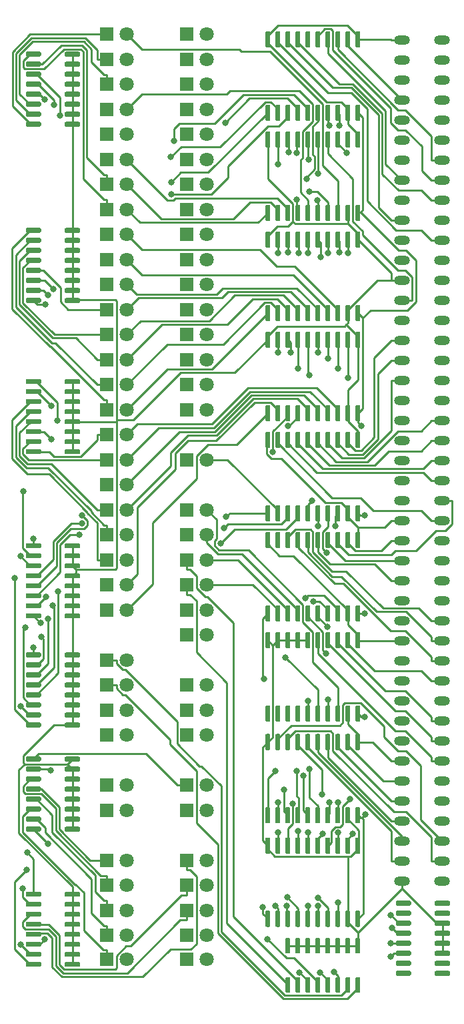
<source format=gtl>
G04 #@! TF.GenerationSoftware,KiCad,Pcbnew,(5.1.2-1)-1*
G04 #@! TF.CreationDate,2019-05-31T08:15:57+01:00*
G04 #@! TF.ProjectId,A500 Expansion Blinkenlights,41353030-2045-4787-9061-6e73696f6e20,rev?*
G04 #@! TF.SameCoordinates,Original*
G04 #@! TF.FileFunction,Copper,L1,Top*
G04 #@! TF.FilePolarity,Positive*
%FSLAX46Y46*%
G04 Gerber Fmt 4.6, Leading zero omitted, Abs format (unit mm)*
G04 Created by KiCad (PCBNEW (5.1.2-1)-1) date 2019-05-31 08:15:57*
%MOMM*%
%LPD*%
G04 APERTURE LIST*
%ADD10O,2.000000X1.200000*%
%ADD11C,1.800000*%
%ADD12R,1.800000X1.800000*%
%ADD13C,0.100000*%
%ADD14C,0.600000*%
%ADD15C,0.800000*%
%ADD16C,0.250000*%
G04 APERTURE END LIST*
D10*
X177165000Y-139573000D03*
X182245000Y-139573000D03*
X177165000Y-137033000D03*
X182245000Y-137033000D03*
X177165000Y-134493000D03*
X182245000Y-134493000D03*
X177165000Y-131953000D03*
X182245000Y-131953000D03*
X177165000Y-129413000D03*
X182245000Y-129413000D03*
X177165000Y-126873000D03*
X182245000Y-126873000D03*
X177165000Y-124333000D03*
X182245000Y-124333000D03*
X177165000Y-121793000D03*
X182245000Y-121793000D03*
X177165000Y-119253000D03*
X182245000Y-119253000D03*
X177165000Y-116713000D03*
X182245000Y-116713000D03*
X177165000Y-114173000D03*
X182245000Y-114173000D03*
X177165000Y-111633000D03*
X182245000Y-111633000D03*
X177165000Y-109093000D03*
X182245000Y-109093000D03*
X177165000Y-106553000D03*
X182245000Y-106553000D03*
X177165000Y-104013000D03*
X182245000Y-104013000D03*
X177165000Y-101473000D03*
X182245000Y-101473000D03*
X177165000Y-98933000D03*
X182245000Y-98933000D03*
X177165000Y-96393000D03*
X182245000Y-96393000D03*
X177165000Y-93853000D03*
X182245000Y-93853000D03*
X177165000Y-91313000D03*
X182245000Y-91313000D03*
X177165000Y-88773000D03*
X182245000Y-88773000D03*
X177165000Y-86233000D03*
X182245000Y-86233000D03*
X177165000Y-83693000D03*
X182245000Y-83693000D03*
X177165000Y-81153000D03*
X182245000Y-81153000D03*
X177165000Y-78613000D03*
X182245000Y-78613000D03*
X177165000Y-76073000D03*
X182245000Y-76073000D03*
X177165000Y-73533000D03*
X182245000Y-73533000D03*
X177165000Y-70993000D03*
X182245000Y-70993000D03*
X177165000Y-68453000D03*
X182245000Y-68453000D03*
X177165000Y-65913000D03*
X182245000Y-65913000D03*
X177165000Y-63373000D03*
X182245000Y-63373000D03*
X177165000Y-60833000D03*
X182245000Y-60833000D03*
X177165000Y-58293000D03*
X182245000Y-58293000D03*
X177165000Y-55753000D03*
X182245000Y-55753000D03*
X177165000Y-53213000D03*
X182245000Y-53213000D03*
X177165000Y-50673000D03*
X182245000Y-50673000D03*
X177165000Y-48133000D03*
X182245000Y-48133000D03*
X177165000Y-45593000D03*
X182245000Y-45593000D03*
X177165000Y-43053000D03*
X182245000Y-43053000D03*
X177165000Y-40513000D03*
X182245000Y-40513000D03*
X177165000Y-37973000D03*
X182245000Y-37973000D03*
X177165000Y-35433000D03*
X182245000Y-35433000D03*
X177165000Y-32893000D03*
X182245000Y-32893000D03*
D11*
X142240000Y-146431000D03*
D12*
X139700000Y-146431000D03*
D11*
X152400000Y-108331000D03*
D12*
X149860000Y-108331000D03*
D11*
X152400000Y-105156000D03*
D12*
X149860000Y-105156000D03*
D11*
X142240000Y-114681000D03*
D12*
X139700000Y-114681000D03*
D11*
X142240000Y-121031000D03*
D12*
X139700000Y-121031000D03*
D11*
X142240000Y-127381000D03*
D12*
X139700000Y-127381000D03*
D11*
X142240000Y-143256000D03*
D12*
X139700000Y-143256000D03*
D11*
X142240000Y-111506000D03*
D12*
X139700000Y-111506000D03*
D11*
X152400000Y-143256000D03*
D12*
X149860000Y-143256000D03*
D11*
X152400000Y-140081000D03*
D12*
X149860000Y-140081000D03*
D11*
X152400000Y-136906000D03*
D12*
X149860000Y-136906000D03*
D11*
X142240000Y-140081000D03*
D12*
X139700000Y-140081000D03*
D11*
X142240000Y-136906000D03*
D12*
X139700000Y-136906000D03*
D11*
X142240000Y-130556000D03*
D12*
X139700000Y-130556000D03*
D11*
X152400000Y-121031000D03*
D12*
X149860000Y-121031000D03*
D11*
X152400000Y-117856000D03*
D12*
X149860000Y-117856000D03*
D11*
X152400000Y-114681000D03*
D12*
X149860000Y-114681000D03*
D11*
X152400000Y-146431000D03*
D12*
X149860000Y-146431000D03*
D11*
X152400000Y-92456000D03*
D12*
X149860000Y-92456000D03*
D11*
X152400000Y-79756000D03*
D12*
X149860000Y-79756000D03*
D11*
X152400000Y-76581000D03*
D12*
X149860000Y-76581000D03*
D11*
X152400000Y-73406000D03*
D12*
X149860000Y-73406000D03*
D11*
X152400000Y-70231000D03*
D12*
X149860000Y-70231000D03*
D11*
X152400000Y-67056000D03*
D12*
X149860000Y-67056000D03*
D11*
X152400000Y-63881000D03*
D12*
X149860000Y-63881000D03*
D11*
X152400000Y-60706000D03*
D12*
X149860000Y-60706000D03*
D11*
X152400000Y-57531000D03*
D12*
X149860000Y-57531000D03*
D11*
X152400000Y-54356000D03*
D12*
X149860000Y-54356000D03*
D11*
X152400000Y-51181000D03*
D12*
X149860000Y-51181000D03*
D11*
X152400000Y-48006000D03*
D12*
X149860000Y-48006000D03*
D11*
X152400000Y-44831000D03*
D12*
X149860000Y-44831000D03*
D11*
X152400000Y-41656000D03*
D12*
X149860000Y-41656000D03*
D11*
X152400000Y-38481000D03*
D12*
X149860000Y-38481000D03*
D11*
X152400000Y-35306000D03*
D12*
X149860000Y-35306000D03*
D11*
X152400000Y-32131000D03*
D12*
X149860000Y-32131000D03*
D11*
X142240000Y-149479000D03*
D12*
X139700000Y-149479000D03*
D11*
X152400000Y-130556000D03*
D12*
X149860000Y-130556000D03*
D11*
X152400000Y-127381000D03*
D12*
X149860000Y-127381000D03*
D11*
X152400000Y-101981000D03*
D12*
X149860000Y-101981000D03*
D11*
X152400000Y-95631000D03*
D12*
X149860000Y-95631000D03*
D11*
X152400000Y-98806000D03*
D12*
X149860000Y-98806000D03*
D11*
X152400000Y-86106000D03*
D12*
X149860000Y-86106000D03*
D11*
X142240000Y-117856000D03*
D12*
X139700000Y-117856000D03*
D11*
X142240000Y-105156000D03*
D12*
X139700000Y-105156000D03*
D11*
X142240000Y-101981000D03*
D12*
X139700000Y-101981000D03*
D11*
X142240000Y-98806000D03*
D12*
X139700000Y-98806000D03*
D11*
X142240000Y-95631000D03*
D12*
X139700000Y-95631000D03*
D11*
X142240000Y-92456000D03*
D12*
X139700000Y-92456000D03*
D11*
X142240000Y-89281000D03*
D12*
X139700000Y-89281000D03*
D11*
X142240000Y-86106000D03*
D12*
X139700000Y-86106000D03*
D11*
X142240000Y-82931000D03*
D12*
X139700000Y-82931000D03*
D11*
X142240000Y-79756000D03*
D12*
X139700000Y-79756000D03*
D11*
X142240000Y-76581000D03*
D12*
X139700000Y-76581000D03*
D11*
X142240000Y-73406000D03*
D12*
X139700000Y-73406000D03*
D11*
X142240000Y-70231000D03*
D12*
X139700000Y-70231000D03*
D11*
X142240000Y-67056000D03*
D12*
X139700000Y-67056000D03*
D11*
X142240000Y-63881000D03*
D12*
X139700000Y-63881000D03*
D11*
X142240000Y-60706000D03*
D12*
X139700000Y-60706000D03*
D11*
X142240000Y-57531000D03*
D12*
X139700000Y-57531000D03*
D11*
X142240000Y-54356000D03*
D12*
X139700000Y-54356000D03*
D11*
X142240000Y-51181000D03*
D12*
X139700000Y-51181000D03*
D11*
X142240000Y-48006000D03*
D12*
X139700000Y-48006000D03*
D11*
X142240000Y-44831000D03*
D12*
X139700000Y-44831000D03*
D11*
X142240000Y-41656000D03*
D12*
X139700000Y-41656000D03*
D11*
X142240000Y-38481000D03*
D12*
X139700000Y-38481000D03*
D11*
X142240000Y-35306000D03*
D12*
X139700000Y-35306000D03*
D11*
X142240000Y-32131000D03*
D12*
X139700000Y-32131000D03*
D11*
X152400000Y-149479000D03*
D12*
X149860000Y-149479000D03*
D13*
G36*
X131206703Y-43261722D02*
G01*
X131221264Y-43263882D01*
X131235543Y-43267459D01*
X131249403Y-43272418D01*
X131262710Y-43278712D01*
X131275336Y-43286280D01*
X131287159Y-43295048D01*
X131298066Y-43304934D01*
X131307952Y-43315841D01*
X131316720Y-43327664D01*
X131324288Y-43340290D01*
X131330582Y-43353597D01*
X131335541Y-43367457D01*
X131339118Y-43381736D01*
X131341278Y-43396297D01*
X131342000Y-43411000D01*
X131342000Y-43711000D01*
X131341278Y-43725703D01*
X131339118Y-43740264D01*
X131335541Y-43754543D01*
X131330582Y-43768403D01*
X131324288Y-43781710D01*
X131316720Y-43794336D01*
X131307952Y-43806159D01*
X131298066Y-43817066D01*
X131287159Y-43826952D01*
X131275336Y-43835720D01*
X131262710Y-43843288D01*
X131249403Y-43849582D01*
X131235543Y-43854541D01*
X131221264Y-43858118D01*
X131206703Y-43860278D01*
X131192000Y-43861000D01*
X129542000Y-43861000D01*
X129527297Y-43860278D01*
X129512736Y-43858118D01*
X129498457Y-43854541D01*
X129484597Y-43849582D01*
X129471290Y-43843288D01*
X129458664Y-43835720D01*
X129446841Y-43826952D01*
X129435934Y-43817066D01*
X129426048Y-43806159D01*
X129417280Y-43794336D01*
X129409712Y-43781710D01*
X129403418Y-43768403D01*
X129398459Y-43754543D01*
X129394882Y-43740264D01*
X129392722Y-43725703D01*
X129392000Y-43711000D01*
X129392000Y-43411000D01*
X129392722Y-43396297D01*
X129394882Y-43381736D01*
X129398459Y-43367457D01*
X129403418Y-43353597D01*
X129409712Y-43340290D01*
X129417280Y-43327664D01*
X129426048Y-43315841D01*
X129435934Y-43304934D01*
X129446841Y-43295048D01*
X129458664Y-43286280D01*
X129471290Y-43278712D01*
X129484597Y-43272418D01*
X129498457Y-43267459D01*
X129512736Y-43263882D01*
X129527297Y-43261722D01*
X129542000Y-43261000D01*
X131192000Y-43261000D01*
X131206703Y-43261722D01*
X131206703Y-43261722D01*
G37*
D14*
X130367000Y-43561000D03*
D13*
G36*
X131206703Y-41991722D02*
G01*
X131221264Y-41993882D01*
X131235543Y-41997459D01*
X131249403Y-42002418D01*
X131262710Y-42008712D01*
X131275336Y-42016280D01*
X131287159Y-42025048D01*
X131298066Y-42034934D01*
X131307952Y-42045841D01*
X131316720Y-42057664D01*
X131324288Y-42070290D01*
X131330582Y-42083597D01*
X131335541Y-42097457D01*
X131339118Y-42111736D01*
X131341278Y-42126297D01*
X131342000Y-42141000D01*
X131342000Y-42441000D01*
X131341278Y-42455703D01*
X131339118Y-42470264D01*
X131335541Y-42484543D01*
X131330582Y-42498403D01*
X131324288Y-42511710D01*
X131316720Y-42524336D01*
X131307952Y-42536159D01*
X131298066Y-42547066D01*
X131287159Y-42556952D01*
X131275336Y-42565720D01*
X131262710Y-42573288D01*
X131249403Y-42579582D01*
X131235543Y-42584541D01*
X131221264Y-42588118D01*
X131206703Y-42590278D01*
X131192000Y-42591000D01*
X129542000Y-42591000D01*
X129527297Y-42590278D01*
X129512736Y-42588118D01*
X129498457Y-42584541D01*
X129484597Y-42579582D01*
X129471290Y-42573288D01*
X129458664Y-42565720D01*
X129446841Y-42556952D01*
X129435934Y-42547066D01*
X129426048Y-42536159D01*
X129417280Y-42524336D01*
X129409712Y-42511710D01*
X129403418Y-42498403D01*
X129398459Y-42484543D01*
X129394882Y-42470264D01*
X129392722Y-42455703D01*
X129392000Y-42441000D01*
X129392000Y-42141000D01*
X129392722Y-42126297D01*
X129394882Y-42111736D01*
X129398459Y-42097457D01*
X129403418Y-42083597D01*
X129409712Y-42070290D01*
X129417280Y-42057664D01*
X129426048Y-42045841D01*
X129435934Y-42034934D01*
X129446841Y-42025048D01*
X129458664Y-42016280D01*
X129471290Y-42008712D01*
X129484597Y-42002418D01*
X129498457Y-41997459D01*
X129512736Y-41993882D01*
X129527297Y-41991722D01*
X129542000Y-41991000D01*
X131192000Y-41991000D01*
X131206703Y-41991722D01*
X131206703Y-41991722D01*
G37*
D14*
X130367000Y-42291000D03*
D13*
G36*
X131206703Y-40721722D02*
G01*
X131221264Y-40723882D01*
X131235543Y-40727459D01*
X131249403Y-40732418D01*
X131262710Y-40738712D01*
X131275336Y-40746280D01*
X131287159Y-40755048D01*
X131298066Y-40764934D01*
X131307952Y-40775841D01*
X131316720Y-40787664D01*
X131324288Y-40800290D01*
X131330582Y-40813597D01*
X131335541Y-40827457D01*
X131339118Y-40841736D01*
X131341278Y-40856297D01*
X131342000Y-40871000D01*
X131342000Y-41171000D01*
X131341278Y-41185703D01*
X131339118Y-41200264D01*
X131335541Y-41214543D01*
X131330582Y-41228403D01*
X131324288Y-41241710D01*
X131316720Y-41254336D01*
X131307952Y-41266159D01*
X131298066Y-41277066D01*
X131287159Y-41286952D01*
X131275336Y-41295720D01*
X131262710Y-41303288D01*
X131249403Y-41309582D01*
X131235543Y-41314541D01*
X131221264Y-41318118D01*
X131206703Y-41320278D01*
X131192000Y-41321000D01*
X129542000Y-41321000D01*
X129527297Y-41320278D01*
X129512736Y-41318118D01*
X129498457Y-41314541D01*
X129484597Y-41309582D01*
X129471290Y-41303288D01*
X129458664Y-41295720D01*
X129446841Y-41286952D01*
X129435934Y-41277066D01*
X129426048Y-41266159D01*
X129417280Y-41254336D01*
X129409712Y-41241710D01*
X129403418Y-41228403D01*
X129398459Y-41214543D01*
X129394882Y-41200264D01*
X129392722Y-41185703D01*
X129392000Y-41171000D01*
X129392000Y-40871000D01*
X129392722Y-40856297D01*
X129394882Y-40841736D01*
X129398459Y-40827457D01*
X129403418Y-40813597D01*
X129409712Y-40800290D01*
X129417280Y-40787664D01*
X129426048Y-40775841D01*
X129435934Y-40764934D01*
X129446841Y-40755048D01*
X129458664Y-40746280D01*
X129471290Y-40738712D01*
X129484597Y-40732418D01*
X129498457Y-40727459D01*
X129512736Y-40723882D01*
X129527297Y-40721722D01*
X129542000Y-40721000D01*
X131192000Y-40721000D01*
X131206703Y-40721722D01*
X131206703Y-40721722D01*
G37*
D14*
X130367000Y-41021000D03*
D13*
G36*
X131206703Y-39451722D02*
G01*
X131221264Y-39453882D01*
X131235543Y-39457459D01*
X131249403Y-39462418D01*
X131262710Y-39468712D01*
X131275336Y-39476280D01*
X131287159Y-39485048D01*
X131298066Y-39494934D01*
X131307952Y-39505841D01*
X131316720Y-39517664D01*
X131324288Y-39530290D01*
X131330582Y-39543597D01*
X131335541Y-39557457D01*
X131339118Y-39571736D01*
X131341278Y-39586297D01*
X131342000Y-39601000D01*
X131342000Y-39901000D01*
X131341278Y-39915703D01*
X131339118Y-39930264D01*
X131335541Y-39944543D01*
X131330582Y-39958403D01*
X131324288Y-39971710D01*
X131316720Y-39984336D01*
X131307952Y-39996159D01*
X131298066Y-40007066D01*
X131287159Y-40016952D01*
X131275336Y-40025720D01*
X131262710Y-40033288D01*
X131249403Y-40039582D01*
X131235543Y-40044541D01*
X131221264Y-40048118D01*
X131206703Y-40050278D01*
X131192000Y-40051000D01*
X129542000Y-40051000D01*
X129527297Y-40050278D01*
X129512736Y-40048118D01*
X129498457Y-40044541D01*
X129484597Y-40039582D01*
X129471290Y-40033288D01*
X129458664Y-40025720D01*
X129446841Y-40016952D01*
X129435934Y-40007066D01*
X129426048Y-39996159D01*
X129417280Y-39984336D01*
X129409712Y-39971710D01*
X129403418Y-39958403D01*
X129398459Y-39944543D01*
X129394882Y-39930264D01*
X129392722Y-39915703D01*
X129392000Y-39901000D01*
X129392000Y-39601000D01*
X129392722Y-39586297D01*
X129394882Y-39571736D01*
X129398459Y-39557457D01*
X129403418Y-39543597D01*
X129409712Y-39530290D01*
X129417280Y-39517664D01*
X129426048Y-39505841D01*
X129435934Y-39494934D01*
X129446841Y-39485048D01*
X129458664Y-39476280D01*
X129471290Y-39468712D01*
X129484597Y-39462418D01*
X129498457Y-39457459D01*
X129512736Y-39453882D01*
X129527297Y-39451722D01*
X129542000Y-39451000D01*
X131192000Y-39451000D01*
X131206703Y-39451722D01*
X131206703Y-39451722D01*
G37*
D14*
X130367000Y-39751000D03*
D13*
G36*
X131206703Y-38181722D02*
G01*
X131221264Y-38183882D01*
X131235543Y-38187459D01*
X131249403Y-38192418D01*
X131262710Y-38198712D01*
X131275336Y-38206280D01*
X131287159Y-38215048D01*
X131298066Y-38224934D01*
X131307952Y-38235841D01*
X131316720Y-38247664D01*
X131324288Y-38260290D01*
X131330582Y-38273597D01*
X131335541Y-38287457D01*
X131339118Y-38301736D01*
X131341278Y-38316297D01*
X131342000Y-38331000D01*
X131342000Y-38631000D01*
X131341278Y-38645703D01*
X131339118Y-38660264D01*
X131335541Y-38674543D01*
X131330582Y-38688403D01*
X131324288Y-38701710D01*
X131316720Y-38714336D01*
X131307952Y-38726159D01*
X131298066Y-38737066D01*
X131287159Y-38746952D01*
X131275336Y-38755720D01*
X131262710Y-38763288D01*
X131249403Y-38769582D01*
X131235543Y-38774541D01*
X131221264Y-38778118D01*
X131206703Y-38780278D01*
X131192000Y-38781000D01*
X129542000Y-38781000D01*
X129527297Y-38780278D01*
X129512736Y-38778118D01*
X129498457Y-38774541D01*
X129484597Y-38769582D01*
X129471290Y-38763288D01*
X129458664Y-38755720D01*
X129446841Y-38746952D01*
X129435934Y-38737066D01*
X129426048Y-38726159D01*
X129417280Y-38714336D01*
X129409712Y-38701710D01*
X129403418Y-38688403D01*
X129398459Y-38674543D01*
X129394882Y-38660264D01*
X129392722Y-38645703D01*
X129392000Y-38631000D01*
X129392000Y-38331000D01*
X129392722Y-38316297D01*
X129394882Y-38301736D01*
X129398459Y-38287457D01*
X129403418Y-38273597D01*
X129409712Y-38260290D01*
X129417280Y-38247664D01*
X129426048Y-38235841D01*
X129435934Y-38224934D01*
X129446841Y-38215048D01*
X129458664Y-38206280D01*
X129471290Y-38198712D01*
X129484597Y-38192418D01*
X129498457Y-38187459D01*
X129512736Y-38183882D01*
X129527297Y-38181722D01*
X129542000Y-38181000D01*
X131192000Y-38181000D01*
X131206703Y-38181722D01*
X131206703Y-38181722D01*
G37*
D14*
X130367000Y-38481000D03*
D13*
G36*
X131206703Y-36911722D02*
G01*
X131221264Y-36913882D01*
X131235543Y-36917459D01*
X131249403Y-36922418D01*
X131262710Y-36928712D01*
X131275336Y-36936280D01*
X131287159Y-36945048D01*
X131298066Y-36954934D01*
X131307952Y-36965841D01*
X131316720Y-36977664D01*
X131324288Y-36990290D01*
X131330582Y-37003597D01*
X131335541Y-37017457D01*
X131339118Y-37031736D01*
X131341278Y-37046297D01*
X131342000Y-37061000D01*
X131342000Y-37361000D01*
X131341278Y-37375703D01*
X131339118Y-37390264D01*
X131335541Y-37404543D01*
X131330582Y-37418403D01*
X131324288Y-37431710D01*
X131316720Y-37444336D01*
X131307952Y-37456159D01*
X131298066Y-37467066D01*
X131287159Y-37476952D01*
X131275336Y-37485720D01*
X131262710Y-37493288D01*
X131249403Y-37499582D01*
X131235543Y-37504541D01*
X131221264Y-37508118D01*
X131206703Y-37510278D01*
X131192000Y-37511000D01*
X129542000Y-37511000D01*
X129527297Y-37510278D01*
X129512736Y-37508118D01*
X129498457Y-37504541D01*
X129484597Y-37499582D01*
X129471290Y-37493288D01*
X129458664Y-37485720D01*
X129446841Y-37476952D01*
X129435934Y-37467066D01*
X129426048Y-37456159D01*
X129417280Y-37444336D01*
X129409712Y-37431710D01*
X129403418Y-37418403D01*
X129398459Y-37404543D01*
X129394882Y-37390264D01*
X129392722Y-37375703D01*
X129392000Y-37361000D01*
X129392000Y-37061000D01*
X129392722Y-37046297D01*
X129394882Y-37031736D01*
X129398459Y-37017457D01*
X129403418Y-37003597D01*
X129409712Y-36990290D01*
X129417280Y-36977664D01*
X129426048Y-36965841D01*
X129435934Y-36954934D01*
X129446841Y-36945048D01*
X129458664Y-36936280D01*
X129471290Y-36928712D01*
X129484597Y-36922418D01*
X129498457Y-36917459D01*
X129512736Y-36913882D01*
X129527297Y-36911722D01*
X129542000Y-36911000D01*
X131192000Y-36911000D01*
X131206703Y-36911722D01*
X131206703Y-36911722D01*
G37*
D14*
X130367000Y-37211000D03*
D13*
G36*
X131206703Y-35641722D02*
G01*
X131221264Y-35643882D01*
X131235543Y-35647459D01*
X131249403Y-35652418D01*
X131262710Y-35658712D01*
X131275336Y-35666280D01*
X131287159Y-35675048D01*
X131298066Y-35684934D01*
X131307952Y-35695841D01*
X131316720Y-35707664D01*
X131324288Y-35720290D01*
X131330582Y-35733597D01*
X131335541Y-35747457D01*
X131339118Y-35761736D01*
X131341278Y-35776297D01*
X131342000Y-35791000D01*
X131342000Y-36091000D01*
X131341278Y-36105703D01*
X131339118Y-36120264D01*
X131335541Y-36134543D01*
X131330582Y-36148403D01*
X131324288Y-36161710D01*
X131316720Y-36174336D01*
X131307952Y-36186159D01*
X131298066Y-36197066D01*
X131287159Y-36206952D01*
X131275336Y-36215720D01*
X131262710Y-36223288D01*
X131249403Y-36229582D01*
X131235543Y-36234541D01*
X131221264Y-36238118D01*
X131206703Y-36240278D01*
X131192000Y-36241000D01*
X129542000Y-36241000D01*
X129527297Y-36240278D01*
X129512736Y-36238118D01*
X129498457Y-36234541D01*
X129484597Y-36229582D01*
X129471290Y-36223288D01*
X129458664Y-36215720D01*
X129446841Y-36206952D01*
X129435934Y-36197066D01*
X129426048Y-36186159D01*
X129417280Y-36174336D01*
X129409712Y-36161710D01*
X129403418Y-36148403D01*
X129398459Y-36134543D01*
X129394882Y-36120264D01*
X129392722Y-36105703D01*
X129392000Y-36091000D01*
X129392000Y-35791000D01*
X129392722Y-35776297D01*
X129394882Y-35761736D01*
X129398459Y-35747457D01*
X129403418Y-35733597D01*
X129409712Y-35720290D01*
X129417280Y-35707664D01*
X129426048Y-35695841D01*
X129435934Y-35684934D01*
X129446841Y-35675048D01*
X129458664Y-35666280D01*
X129471290Y-35658712D01*
X129484597Y-35652418D01*
X129498457Y-35647459D01*
X129512736Y-35643882D01*
X129527297Y-35641722D01*
X129542000Y-35641000D01*
X131192000Y-35641000D01*
X131206703Y-35641722D01*
X131206703Y-35641722D01*
G37*
D14*
X130367000Y-35941000D03*
D13*
G36*
X131206703Y-34371722D02*
G01*
X131221264Y-34373882D01*
X131235543Y-34377459D01*
X131249403Y-34382418D01*
X131262710Y-34388712D01*
X131275336Y-34396280D01*
X131287159Y-34405048D01*
X131298066Y-34414934D01*
X131307952Y-34425841D01*
X131316720Y-34437664D01*
X131324288Y-34450290D01*
X131330582Y-34463597D01*
X131335541Y-34477457D01*
X131339118Y-34491736D01*
X131341278Y-34506297D01*
X131342000Y-34521000D01*
X131342000Y-34821000D01*
X131341278Y-34835703D01*
X131339118Y-34850264D01*
X131335541Y-34864543D01*
X131330582Y-34878403D01*
X131324288Y-34891710D01*
X131316720Y-34904336D01*
X131307952Y-34916159D01*
X131298066Y-34927066D01*
X131287159Y-34936952D01*
X131275336Y-34945720D01*
X131262710Y-34953288D01*
X131249403Y-34959582D01*
X131235543Y-34964541D01*
X131221264Y-34968118D01*
X131206703Y-34970278D01*
X131192000Y-34971000D01*
X129542000Y-34971000D01*
X129527297Y-34970278D01*
X129512736Y-34968118D01*
X129498457Y-34964541D01*
X129484597Y-34959582D01*
X129471290Y-34953288D01*
X129458664Y-34945720D01*
X129446841Y-34936952D01*
X129435934Y-34927066D01*
X129426048Y-34916159D01*
X129417280Y-34904336D01*
X129409712Y-34891710D01*
X129403418Y-34878403D01*
X129398459Y-34864543D01*
X129394882Y-34850264D01*
X129392722Y-34835703D01*
X129392000Y-34821000D01*
X129392000Y-34521000D01*
X129392722Y-34506297D01*
X129394882Y-34491736D01*
X129398459Y-34477457D01*
X129403418Y-34463597D01*
X129409712Y-34450290D01*
X129417280Y-34437664D01*
X129426048Y-34425841D01*
X129435934Y-34414934D01*
X129446841Y-34405048D01*
X129458664Y-34396280D01*
X129471290Y-34388712D01*
X129484597Y-34382418D01*
X129498457Y-34377459D01*
X129512736Y-34373882D01*
X129527297Y-34371722D01*
X129542000Y-34371000D01*
X131192000Y-34371000D01*
X131206703Y-34371722D01*
X131206703Y-34371722D01*
G37*
D14*
X130367000Y-34671000D03*
D13*
G36*
X136156703Y-34371722D02*
G01*
X136171264Y-34373882D01*
X136185543Y-34377459D01*
X136199403Y-34382418D01*
X136212710Y-34388712D01*
X136225336Y-34396280D01*
X136237159Y-34405048D01*
X136248066Y-34414934D01*
X136257952Y-34425841D01*
X136266720Y-34437664D01*
X136274288Y-34450290D01*
X136280582Y-34463597D01*
X136285541Y-34477457D01*
X136289118Y-34491736D01*
X136291278Y-34506297D01*
X136292000Y-34521000D01*
X136292000Y-34821000D01*
X136291278Y-34835703D01*
X136289118Y-34850264D01*
X136285541Y-34864543D01*
X136280582Y-34878403D01*
X136274288Y-34891710D01*
X136266720Y-34904336D01*
X136257952Y-34916159D01*
X136248066Y-34927066D01*
X136237159Y-34936952D01*
X136225336Y-34945720D01*
X136212710Y-34953288D01*
X136199403Y-34959582D01*
X136185543Y-34964541D01*
X136171264Y-34968118D01*
X136156703Y-34970278D01*
X136142000Y-34971000D01*
X134492000Y-34971000D01*
X134477297Y-34970278D01*
X134462736Y-34968118D01*
X134448457Y-34964541D01*
X134434597Y-34959582D01*
X134421290Y-34953288D01*
X134408664Y-34945720D01*
X134396841Y-34936952D01*
X134385934Y-34927066D01*
X134376048Y-34916159D01*
X134367280Y-34904336D01*
X134359712Y-34891710D01*
X134353418Y-34878403D01*
X134348459Y-34864543D01*
X134344882Y-34850264D01*
X134342722Y-34835703D01*
X134342000Y-34821000D01*
X134342000Y-34521000D01*
X134342722Y-34506297D01*
X134344882Y-34491736D01*
X134348459Y-34477457D01*
X134353418Y-34463597D01*
X134359712Y-34450290D01*
X134367280Y-34437664D01*
X134376048Y-34425841D01*
X134385934Y-34414934D01*
X134396841Y-34405048D01*
X134408664Y-34396280D01*
X134421290Y-34388712D01*
X134434597Y-34382418D01*
X134448457Y-34377459D01*
X134462736Y-34373882D01*
X134477297Y-34371722D01*
X134492000Y-34371000D01*
X136142000Y-34371000D01*
X136156703Y-34371722D01*
X136156703Y-34371722D01*
G37*
D14*
X135317000Y-34671000D03*
D13*
G36*
X136156703Y-35641722D02*
G01*
X136171264Y-35643882D01*
X136185543Y-35647459D01*
X136199403Y-35652418D01*
X136212710Y-35658712D01*
X136225336Y-35666280D01*
X136237159Y-35675048D01*
X136248066Y-35684934D01*
X136257952Y-35695841D01*
X136266720Y-35707664D01*
X136274288Y-35720290D01*
X136280582Y-35733597D01*
X136285541Y-35747457D01*
X136289118Y-35761736D01*
X136291278Y-35776297D01*
X136292000Y-35791000D01*
X136292000Y-36091000D01*
X136291278Y-36105703D01*
X136289118Y-36120264D01*
X136285541Y-36134543D01*
X136280582Y-36148403D01*
X136274288Y-36161710D01*
X136266720Y-36174336D01*
X136257952Y-36186159D01*
X136248066Y-36197066D01*
X136237159Y-36206952D01*
X136225336Y-36215720D01*
X136212710Y-36223288D01*
X136199403Y-36229582D01*
X136185543Y-36234541D01*
X136171264Y-36238118D01*
X136156703Y-36240278D01*
X136142000Y-36241000D01*
X134492000Y-36241000D01*
X134477297Y-36240278D01*
X134462736Y-36238118D01*
X134448457Y-36234541D01*
X134434597Y-36229582D01*
X134421290Y-36223288D01*
X134408664Y-36215720D01*
X134396841Y-36206952D01*
X134385934Y-36197066D01*
X134376048Y-36186159D01*
X134367280Y-36174336D01*
X134359712Y-36161710D01*
X134353418Y-36148403D01*
X134348459Y-36134543D01*
X134344882Y-36120264D01*
X134342722Y-36105703D01*
X134342000Y-36091000D01*
X134342000Y-35791000D01*
X134342722Y-35776297D01*
X134344882Y-35761736D01*
X134348459Y-35747457D01*
X134353418Y-35733597D01*
X134359712Y-35720290D01*
X134367280Y-35707664D01*
X134376048Y-35695841D01*
X134385934Y-35684934D01*
X134396841Y-35675048D01*
X134408664Y-35666280D01*
X134421290Y-35658712D01*
X134434597Y-35652418D01*
X134448457Y-35647459D01*
X134462736Y-35643882D01*
X134477297Y-35641722D01*
X134492000Y-35641000D01*
X136142000Y-35641000D01*
X136156703Y-35641722D01*
X136156703Y-35641722D01*
G37*
D14*
X135317000Y-35941000D03*
D13*
G36*
X136156703Y-36911722D02*
G01*
X136171264Y-36913882D01*
X136185543Y-36917459D01*
X136199403Y-36922418D01*
X136212710Y-36928712D01*
X136225336Y-36936280D01*
X136237159Y-36945048D01*
X136248066Y-36954934D01*
X136257952Y-36965841D01*
X136266720Y-36977664D01*
X136274288Y-36990290D01*
X136280582Y-37003597D01*
X136285541Y-37017457D01*
X136289118Y-37031736D01*
X136291278Y-37046297D01*
X136292000Y-37061000D01*
X136292000Y-37361000D01*
X136291278Y-37375703D01*
X136289118Y-37390264D01*
X136285541Y-37404543D01*
X136280582Y-37418403D01*
X136274288Y-37431710D01*
X136266720Y-37444336D01*
X136257952Y-37456159D01*
X136248066Y-37467066D01*
X136237159Y-37476952D01*
X136225336Y-37485720D01*
X136212710Y-37493288D01*
X136199403Y-37499582D01*
X136185543Y-37504541D01*
X136171264Y-37508118D01*
X136156703Y-37510278D01*
X136142000Y-37511000D01*
X134492000Y-37511000D01*
X134477297Y-37510278D01*
X134462736Y-37508118D01*
X134448457Y-37504541D01*
X134434597Y-37499582D01*
X134421290Y-37493288D01*
X134408664Y-37485720D01*
X134396841Y-37476952D01*
X134385934Y-37467066D01*
X134376048Y-37456159D01*
X134367280Y-37444336D01*
X134359712Y-37431710D01*
X134353418Y-37418403D01*
X134348459Y-37404543D01*
X134344882Y-37390264D01*
X134342722Y-37375703D01*
X134342000Y-37361000D01*
X134342000Y-37061000D01*
X134342722Y-37046297D01*
X134344882Y-37031736D01*
X134348459Y-37017457D01*
X134353418Y-37003597D01*
X134359712Y-36990290D01*
X134367280Y-36977664D01*
X134376048Y-36965841D01*
X134385934Y-36954934D01*
X134396841Y-36945048D01*
X134408664Y-36936280D01*
X134421290Y-36928712D01*
X134434597Y-36922418D01*
X134448457Y-36917459D01*
X134462736Y-36913882D01*
X134477297Y-36911722D01*
X134492000Y-36911000D01*
X136142000Y-36911000D01*
X136156703Y-36911722D01*
X136156703Y-36911722D01*
G37*
D14*
X135317000Y-37211000D03*
D13*
G36*
X136156703Y-38181722D02*
G01*
X136171264Y-38183882D01*
X136185543Y-38187459D01*
X136199403Y-38192418D01*
X136212710Y-38198712D01*
X136225336Y-38206280D01*
X136237159Y-38215048D01*
X136248066Y-38224934D01*
X136257952Y-38235841D01*
X136266720Y-38247664D01*
X136274288Y-38260290D01*
X136280582Y-38273597D01*
X136285541Y-38287457D01*
X136289118Y-38301736D01*
X136291278Y-38316297D01*
X136292000Y-38331000D01*
X136292000Y-38631000D01*
X136291278Y-38645703D01*
X136289118Y-38660264D01*
X136285541Y-38674543D01*
X136280582Y-38688403D01*
X136274288Y-38701710D01*
X136266720Y-38714336D01*
X136257952Y-38726159D01*
X136248066Y-38737066D01*
X136237159Y-38746952D01*
X136225336Y-38755720D01*
X136212710Y-38763288D01*
X136199403Y-38769582D01*
X136185543Y-38774541D01*
X136171264Y-38778118D01*
X136156703Y-38780278D01*
X136142000Y-38781000D01*
X134492000Y-38781000D01*
X134477297Y-38780278D01*
X134462736Y-38778118D01*
X134448457Y-38774541D01*
X134434597Y-38769582D01*
X134421290Y-38763288D01*
X134408664Y-38755720D01*
X134396841Y-38746952D01*
X134385934Y-38737066D01*
X134376048Y-38726159D01*
X134367280Y-38714336D01*
X134359712Y-38701710D01*
X134353418Y-38688403D01*
X134348459Y-38674543D01*
X134344882Y-38660264D01*
X134342722Y-38645703D01*
X134342000Y-38631000D01*
X134342000Y-38331000D01*
X134342722Y-38316297D01*
X134344882Y-38301736D01*
X134348459Y-38287457D01*
X134353418Y-38273597D01*
X134359712Y-38260290D01*
X134367280Y-38247664D01*
X134376048Y-38235841D01*
X134385934Y-38224934D01*
X134396841Y-38215048D01*
X134408664Y-38206280D01*
X134421290Y-38198712D01*
X134434597Y-38192418D01*
X134448457Y-38187459D01*
X134462736Y-38183882D01*
X134477297Y-38181722D01*
X134492000Y-38181000D01*
X136142000Y-38181000D01*
X136156703Y-38181722D01*
X136156703Y-38181722D01*
G37*
D14*
X135317000Y-38481000D03*
D13*
G36*
X136156703Y-39451722D02*
G01*
X136171264Y-39453882D01*
X136185543Y-39457459D01*
X136199403Y-39462418D01*
X136212710Y-39468712D01*
X136225336Y-39476280D01*
X136237159Y-39485048D01*
X136248066Y-39494934D01*
X136257952Y-39505841D01*
X136266720Y-39517664D01*
X136274288Y-39530290D01*
X136280582Y-39543597D01*
X136285541Y-39557457D01*
X136289118Y-39571736D01*
X136291278Y-39586297D01*
X136292000Y-39601000D01*
X136292000Y-39901000D01*
X136291278Y-39915703D01*
X136289118Y-39930264D01*
X136285541Y-39944543D01*
X136280582Y-39958403D01*
X136274288Y-39971710D01*
X136266720Y-39984336D01*
X136257952Y-39996159D01*
X136248066Y-40007066D01*
X136237159Y-40016952D01*
X136225336Y-40025720D01*
X136212710Y-40033288D01*
X136199403Y-40039582D01*
X136185543Y-40044541D01*
X136171264Y-40048118D01*
X136156703Y-40050278D01*
X136142000Y-40051000D01*
X134492000Y-40051000D01*
X134477297Y-40050278D01*
X134462736Y-40048118D01*
X134448457Y-40044541D01*
X134434597Y-40039582D01*
X134421290Y-40033288D01*
X134408664Y-40025720D01*
X134396841Y-40016952D01*
X134385934Y-40007066D01*
X134376048Y-39996159D01*
X134367280Y-39984336D01*
X134359712Y-39971710D01*
X134353418Y-39958403D01*
X134348459Y-39944543D01*
X134344882Y-39930264D01*
X134342722Y-39915703D01*
X134342000Y-39901000D01*
X134342000Y-39601000D01*
X134342722Y-39586297D01*
X134344882Y-39571736D01*
X134348459Y-39557457D01*
X134353418Y-39543597D01*
X134359712Y-39530290D01*
X134367280Y-39517664D01*
X134376048Y-39505841D01*
X134385934Y-39494934D01*
X134396841Y-39485048D01*
X134408664Y-39476280D01*
X134421290Y-39468712D01*
X134434597Y-39462418D01*
X134448457Y-39457459D01*
X134462736Y-39453882D01*
X134477297Y-39451722D01*
X134492000Y-39451000D01*
X136142000Y-39451000D01*
X136156703Y-39451722D01*
X136156703Y-39451722D01*
G37*
D14*
X135317000Y-39751000D03*
D13*
G36*
X136156703Y-40721722D02*
G01*
X136171264Y-40723882D01*
X136185543Y-40727459D01*
X136199403Y-40732418D01*
X136212710Y-40738712D01*
X136225336Y-40746280D01*
X136237159Y-40755048D01*
X136248066Y-40764934D01*
X136257952Y-40775841D01*
X136266720Y-40787664D01*
X136274288Y-40800290D01*
X136280582Y-40813597D01*
X136285541Y-40827457D01*
X136289118Y-40841736D01*
X136291278Y-40856297D01*
X136292000Y-40871000D01*
X136292000Y-41171000D01*
X136291278Y-41185703D01*
X136289118Y-41200264D01*
X136285541Y-41214543D01*
X136280582Y-41228403D01*
X136274288Y-41241710D01*
X136266720Y-41254336D01*
X136257952Y-41266159D01*
X136248066Y-41277066D01*
X136237159Y-41286952D01*
X136225336Y-41295720D01*
X136212710Y-41303288D01*
X136199403Y-41309582D01*
X136185543Y-41314541D01*
X136171264Y-41318118D01*
X136156703Y-41320278D01*
X136142000Y-41321000D01*
X134492000Y-41321000D01*
X134477297Y-41320278D01*
X134462736Y-41318118D01*
X134448457Y-41314541D01*
X134434597Y-41309582D01*
X134421290Y-41303288D01*
X134408664Y-41295720D01*
X134396841Y-41286952D01*
X134385934Y-41277066D01*
X134376048Y-41266159D01*
X134367280Y-41254336D01*
X134359712Y-41241710D01*
X134353418Y-41228403D01*
X134348459Y-41214543D01*
X134344882Y-41200264D01*
X134342722Y-41185703D01*
X134342000Y-41171000D01*
X134342000Y-40871000D01*
X134342722Y-40856297D01*
X134344882Y-40841736D01*
X134348459Y-40827457D01*
X134353418Y-40813597D01*
X134359712Y-40800290D01*
X134367280Y-40787664D01*
X134376048Y-40775841D01*
X134385934Y-40764934D01*
X134396841Y-40755048D01*
X134408664Y-40746280D01*
X134421290Y-40738712D01*
X134434597Y-40732418D01*
X134448457Y-40727459D01*
X134462736Y-40723882D01*
X134477297Y-40721722D01*
X134492000Y-40721000D01*
X136142000Y-40721000D01*
X136156703Y-40721722D01*
X136156703Y-40721722D01*
G37*
D14*
X135317000Y-41021000D03*
D13*
G36*
X136156703Y-41991722D02*
G01*
X136171264Y-41993882D01*
X136185543Y-41997459D01*
X136199403Y-42002418D01*
X136212710Y-42008712D01*
X136225336Y-42016280D01*
X136237159Y-42025048D01*
X136248066Y-42034934D01*
X136257952Y-42045841D01*
X136266720Y-42057664D01*
X136274288Y-42070290D01*
X136280582Y-42083597D01*
X136285541Y-42097457D01*
X136289118Y-42111736D01*
X136291278Y-42126297D01*
X136292000Y-42141000D01*
X136292000Y-42441000D01*
X136291278Y-42455703D01*
X136289118Y-42470264D01*
X136285541Y-42484543D01*
X136280582Y-42498403D01*
X136274288Y-42511710D01*
X136266720Y-42524336D01*
X136257952Y-42536159D01*
X136248066Y-42547066D01*
X136237159Y-42556952D01*
X136225336Y-42565720D01*
X136212710Y-42573288D01*
X136199403Y-42579582D01*
X136185543Y-42584541D01*
X136171264Y-42588118D01*
X136156703Y-42590278D01*
X136142000Y-42591000D01*
X134492000Y-42591000D01*
X134477297Y-42590278D01*
X134462736Y-42588118D01*
X134448457Y-42584541D01*
X134434597Y-42579582D01*
X134421290Y-42573288D01*
X134408664Y-42565720D01*
X134396841Y-42556952D01*
X134385934Y-42547066D01*
X134376048Y-42536159D01*
X134367280Y-42524336D01*
X134359712Y-42511710D01*
X134353418Y-42498403D01*
X134348459Y-42484543D01*
X134344882Y-42470264D01*
X134342722Y-42455703D01*
X134342000Y-42441000D01*
X134342000Y-42141000D01*
X134342722Y-42126297D01*
X134344882Y-42111736D01*
X134348459Y-42097457D01*
X134353418Y-42083597D01*
X134359712Y-42070290D01*
X134367280Y-42057664D01*
X134376048Y-42045841D01*
X134385934Y-42034934D01*
X134396841Y-42025048D01*
X134408664Y-42016280D01*
X134421290Y-42008712D01*
X134434597Y-42002418D01*
X134448457Y-41997459D01*
X134462736Y-41993882D01*
X134477297Y-41991722D01*
X134492000Y-41991000D01*
X136142000Y-41991000D01*
X136156703Y-41991722D01*
X136156703Y-41991722D01*
G37*
D14*
X135317000Y-42291000D03*
D13*
G36*
X136156703Y-43261722D02*
G01*
X136171264Y-43263882D01*
X136185543Y-43267459D01*
X136199403Y-43272418D01*
X136212710Y-43278712D01*
X136225336Y-43286280D01*
X136237159Y-43295048D01*
X136248066Y-43304934D01*
X136257952Y-43315841D01*
X136266720Y-43327664D01*
X136274288Y-43340290D01*
X136280582Y-43353597D01*
X136285541Y-43367457D01*
X136289118Y-43381736D01*
X136291278Y-43396297D01*
X136292000Y-43411000D01*
X136292000Y-43711000D01*
X136291278Y-43725703D01*
X136289118Y-43740264D01*
X136285541Y-43754543D01*
X136280582Y-43768403D01*
X136274288Y-43781710D01*
X136266720Y-43794336D01*
X136257952Y-43806159D01*
X136248066Y-43817066D01*
X136237159Y-43826952D01*
X136225336Y-43835720D01*
X136212710Y-43843288D01*
X136199403Y-43849582D01*
X136185543Y-43854541D01*
X136171264Y-43858118D01*
X136156703Y-43860278D01*
X136142000Y-43861000D01*
X134492000Y-43861000D01*
X134477297Y-43860278D01*
X134462736Y-43858118D01*
X134448457Y-43854541D01*
X134434597Y-43849582D01*
X134421290Y-43843288D01*
X134408664Y-43835720D01*
X134396841Y-43826952D01*
X134385934Y-43817066D01*
X134376048Y-43806159D01*
X134367280Y-43794336D01*
X134359712Y-43781710D01*
X134353418Y-43768403D01*
X134348459Y-43754543D01*
X134344882Y-43740264D01*
X134342722Y-43725703D01*
X134342000Y-43711000D01*
X134342000Y-43411000D01*
X134342722Y-43396297D01*
X134344882Y-43381736D01*
X134348459Y-43367457D01*
X134353418Y-43353597D01*
X134359712Y-43340290D01*
X134367280Y-43327664D01*
X134376048Y-43315841D01*
X134385934Y-43304934D01*
X134396841Y-43295048D01*
X134408664Y-43286280D01*
X134421290Y-43278712D01*
X134434597Y-43272418D01*
X134448457Y-43267459D01*
X134462736Y-43263882D01*
X134477297Y-43261722D01*
X134492000Y-43261000D01*
X136142000Y-43261000D01*
X136156703Y-43261722D01*
X136156703Y-43261722D01*
G37*
D14*
X135317000Y-43561000D03*
D13*
G36*
X136156703Y-65613722D02*
G01*
X136171264Y-65615882D01*
X136185543Y-65619459D01*
X136199403Y-65624418D01*
X136212710Y-65630712D01*
X136225336Y-65638280D01*
X136237159Y-65647048D01*
X136248066Y-65656934D01*
X136257952Y-65667841D01*
X136266720Y-65679664D01*
X136274288Y-65692290D01*
X136280582Y-65705597D01*
X136285541Y-65719457D01*
X136289118Y-65733736D01*
X136291278Y-65748297D01*
X136292000Y-65763000D01*
X136292000Y-66063000D01*
X136291278Y-66077703D01*
X136289118Y-66092264D01*
X136285541Y-66106543D01*
X136280582Y-66120403D01*
X136274288Y-66133710D01*
X136266720Y-66146336D01*
X136257952Y-66158159D01*
X136248066Y-66169066D01*
X136237159Y-66178952D01*
X136225336Y-66187720D01*
X136212710Y-66195288D01*
X136199403Y-66201582D01*
X136185543Y-66206541D01*
X136171264Y-66210118D01*
X136156703Y-66212278D01*
X136142000Y-66213000D01*
X134492000Y-66213000D01*
X134477297Y-66212278D01*
X134462736Y-66210118D01*
X134448457Y-66206541D01*
X134434597Y-66201582D01*
X134421290Y-66195288D01*
X134408664Y-66187720D01*
X134396841Y-66178952D01*
X134385934Y-66169066D01*
X134376048Y-66158159D01*
X134367280Y-66146336D01*
X134359712Y-66133710D01*
X134353418Y-66120403D01*
X134348459Y-66106543D01*
X134344882Y-66092264D01*
X134342722Y-66077703D01*
X134342000Y-66063000D01*
X134342000Y-65763000D01*
X134342722Y-65748297D01*
X134344882Y-65733736D01*
X134348459Y-65719457D01*
X134353418Y-65705597D01*
X134359712Y-65692290D01*
X134367280Y-65679664D01*
X134376048Y-65667841D01*
X134385934Y-65656934D01*
X134396841Y-65647048D01*
X134408664Y-65638280D01*
X134421290Y-65630712D01*
X134434597Y-65624418D01*
X134448457Y-65619459D01*
X134462736Y-65615882D01*
X134477297Y-65613722D01*
X134492000Y-65613000D01*
X136142000Y-65613000D01*
X136156703Y-65613722D01*
X136156703Y-65613722D01*
G37*
D14*
X135317000Y-65913000D03*
D13*
G36*
X136156703Y-64343722D02*
G01*
X136171264Y-64345882D01*
X136185543Y-64349459D01*
X136199403Y-64354418D01*
X136212710Y-64360712D01*
X136225336Y-64368280D01*
X136237159Y-64377048D01*
X136248066Y-64386934D01*
X136257952Y-64397841D01*
X136266720Y-64409664D01*
X136274288Y-64422290D01*
X136280582Y-64435597D01*
X136285541Y-64449457D01*
X136289118Y-64463736D01*
X136291278Y-64478297D01*
X136292000Y-64493000D01*
X136292000Y-64793000D01*
X136291278Y-64807703D01*
X136289118Y-64822264D01*
X136285541Y-64836543D01*
X136280582Y-64850403D01*
X136274288Y-64863710D01*
X136266720Y-64876336D01*
X136257952Y-64888159D01*
X136248066Y-64899066D01*
X136237159Y-64908952D01*
X136225336Y-64917720D01*
X136212710Y-64925288D01*
X136199403Y-64931582D01*
X136185543Y-64936541D01*
X136171264Y-64940118D01*
X136156703Y-64942278D01*
X136142000Y-64943000D01*
X134492000Y-64943000D01*
X134477297Y-64942278D01*
X134462736Y-64940118D01*
X134448457Y-64936541D01*
X134434597Y-64931582D01*
X134421290Y-64925288D01*
X134408664Y-64917720D01*
X134396841Y-64908952D01*
X134385934Y-64899066D01*
X134376048Y-64888159D01*
X134367280Y-64876336D01*
X134359712Y-64863710D01*
X134353418Y-64850403D01*
X134348459Y-64836543D01*
X134344882Y-64822264D01*
X134342722Y-64807703D01*
X134342000Y-64793000D01*
X134342000Y-64493000D01*
X134342722Y-64478297D01*
X134344882Y-64463736D01*
X134348459Y-64449457D01*
X134353418Y-64435597D01*
X134359712Y-64422290D01*
X134367280Y-64409664D01*
X134376048Y-64397841D01*
X134385934Y-64386934D01*
X134396841Y-64377048D01*
X134408664Y-64368280D01*
X134421290Y-64360712D01*
X134434597Y-64354418D01*
X134448457Y-64349459D01*
X134462736Y-64345882D01*
X134477297Y-64343722D01*
X134492000Y-64343000D01*
X136142000Y-64343000D01*
X136156703Y-64343722D01*
X136156703Y-64343722D01*
G37*
D14*
X135317000Y-64643000D03*
D13*
G36*
X136156703Y-63073722D02*
G01*
X136171264Y-63075882D01*
X136185543Y-63079459D01*
X136199403Y-63084418D01*
X136212710Y-63090712D01*
X136225336Y-63098280D01*
X136237159Y-63107048D01*
X136248066Y-63116934D01*
X136257952Y-63127841D01*
X136266720Y-63139664D01*
X136274288Y-63152290D01*
X136280582Y-63165597D01*
X136285541Y-63179457D01*
X136289118Y-63193736D01*
X136291278Y-63208297D01*
X136292000Y-63223000D01*
X136292000Y-63523000D01*
X136291278Y-63537703D01*
X136289118Y-63552264D01*
X136285541Y-63566543D01*
X136280582Y-63580403D01*
X136274288Y-63593710D01*
X136266720Y-63606336D01*
X136257952Y-63618159D01*
X136248066Y-63629066D01*
X136237159Y-63638952D01*
X136225336Y-63647720D01*
X136212710Y-63655288D01*
X136199403Y-63661582D01*
X136185543Y-63666541D01*
X136171264Y-63670118D01*
X136156703Y-63672278D01*
X136142000Y-63673000D01*
X134492000Y-63673000D01*
X134477297Y-63672278D01*
X134462736Y-63670118D01*
X134448457Y-63666541D01*
X134434597Y-63661582D01*
X134421290Y-63655288D01*
X134408664Y-63647720D01*
X134396841Y-63638952D01*
X134385934Y-63629066D01*
X134376048Y-63618159D01*
X134367280Y-63606336D01*
X134359712Y-63593710D01*
X134353418Y-63580403D01*
X134348459Y-63566543D01*
X134344882Y-63552264D01*
X134342722Y-63537703D01*
X134342000Y-63523000D01*
X134342000Y-63223000D01*
X134342722Y-63208297D01*
X134344882Y-63193736D01*
X134348459Y-63179457D01*
X134353418Y-63165597D01*
X134359712Y-63152290D01*
X134367280Y-63139664D01*
X134376048Y-63127841D01*
X134385934Y-63116934D01*
X134396841Y-63107048D01*
X134408664Y-63098280D01*
X134421290Y-63090712D01*
X134434597Y-63084418D01*
X134448457Y-63079459D01*
X134462736Y-63075882D01*
X134477297Y-63073722D01*
X134492000Y-63073000D01*
X136142000Y-63073000D01*
X136156703Y-63073722D01*
X136156703Y-63073722D01*
G37*
D14*
X135317000Y-63373000D03*
D13*
G36*
X136156703Y-61803722D02*
G01*
X136171264Y-61805882D01*
X136185543Y-61809459D01*
X136199403Y-61814418D01*
X136212710Y-61820712D01*
X136225336Y-61828280D01*
X136237159Y-61837048D01*
X136248066Y-61846934D01*
X136257952Y-61857841D01*
X136266720Y-61869664D01*
X136274288Y-61882290D01*
X136280582Y-61895597D01*
X136285541Y-61909457D01*
X136289118Y-61923736D01*
X136291278Y-61938297D01*
X136292000Y-61953000D01*
X136292000Y-62253000D01*
X136291278Y-62267703D01*
X136289118Y-62282264D01*
X136285541Y-62296543D01*
X136280582Y-62310403D01*
X136274288Y-62323710D01*
X136266720Y-62336336D01*
X136257952Y-62348159D01*
X136248066Y-62359066D01*
X136237159Y-62368952D01*
X136225336Y-62377720D01*
X136212710Y-62385288D01*
X136199403Y-62391582D01*
X136185543Y-62396541D01*
X136171264Y-62400118D01*
X136156703Y-62402278D01*
X136142000Y-62403000D01*
X134492000Y-62403000D01*
X134477297Y-62402278D01*
X134462736Y-62400118D01*
X134448457Y-62396541D01*
X134434597Y-62391582D01*
X134421290Y-62385288D01*
X134408664Y-62377720D01*
X134396841Y-62368952D01*
X134385934Y-62359066D01*
X134376048Y-62348159D01*
X134367280Y-62336336D01*
X134359712Y-62323710D01*
X134353418Y-62310403D01*
X134348459Y-62296543D01*
X134344882Y-62282264D01*
X134342722Y-62267703D01*
X134342000Y-62253000D01*
X134342000Y-61953000D01*
X134342722Y-61938297D01*
X134344882Y-61923736D01*
X134348459Y-61909457D01*
X134353418Y-61895597D01*
X134359712Y-61882290D01*
X134367280Y-61869664D01*
X134376048Y-61857841D01*
X134385934Y-61846934D01*
X134396841Y-61837048D01*
X134408664Y-61828280D01*
X134421290Y-61820712D01*
X134434597Y-61814418D01*
X134448457Y-61809459D01*
X134462736Y-61805882D01*
X134477297Y-61803722D01*
X134492000Y-61803000D01*
X136142000Y-61803000D01*
X136156703Y-61803722D01*
X136156703Y-61803722D01*
G37*
D14*
X135317000Y-62103000D03*
D13*
G36*
X136156703Y-60533722D02*
G01*
X136171264Y-60535882D01*
X136185543Y-60539459D01*
X136199403Y-60544418D01*
X136212710Y-60550712D01*
X136225336Y-60558280D01*
X136237159Y-60567048D01*
X136248066Y-60576934D01*
X136257952Y-60587841D01*
X136266720Y-60599664D01*
X136274288Y-60612290D01*
X136280582Y-60625597D01*
X136285541Y-60639457D01*
X136289118Y-60653736D01*
X136291278Y-60668297D01*
X136292000Y-60683000D01*
X136292000Y-60983000D01*
X136291278Y-60997703D01*
X136289118Y-61012264D01*
X136285541Y-61026543D01*
X136280582Y-61040403D01*
X136274288Y-61053710D01*
X136266720Y-61066336D01*
X136257952Y-61078159D01*
X136248066Y-61089066D01*
X136237159Y-61098952D01*
X136225336Y-61107720D01*
X136212710Y-61115288D01*
X136199403Y-61121582D01*
X136185543Y-61126541D01*
X136171264Y-61130118D01*
X136156703Y-61132278D01*
X136142000Y-61133000D01*
X134492000Y-61133000D01*
X134477297Y-61132278D01*
X134462736Y-61130118D01*
X134448457Y-61126541D01*
X134434597Y-61121582D01*
X134421290Y-61115288D01*
X134408664Y-61107720D01*
X134396841Y-61098952D01*
X134385934Y-61089066D01*
X134376048Y-61078159D01*
X134367280Y-61066336D01*
X134359712Y-61053710D01*
X134353418Y-61040403D01*
X134348459Y-61026543D01*
X134344882Y-61012264D01*
X134342722Y-60997703D01*
X134342000Y-60983000D01*
X134342000Y-60683000D01*
X134342722Y-60668297D01*
X134344882Y-60653736D01*
X134348459Y-60639457D01*
X134353418Y-60625597D01*
X134359712Y-60612290D01*
X134367280Y-60599664D01*
X134376048Y-60587841D01*
X134385934Y-60576934D01*
X134396841Y-60567048D01*
X134408664Y-60558280D01*
X134421290Y-60550712D01*
X134434597Y-60544418D01*
X134448457Y-60539459D01*
X134462736Y-60535882D01*
X134477297Y-60533722D01*
X134492000Y-60533000D01*
X136142000Y-60533000D01*
X136156703Y-60533722D01*
X136156703Y-60533722D01*
G37*
D14*
X135317000Y-60833000D03*
D13*
G36*
X136156703Y-59263722D02*
G01*
X136171264Y-59265882D01*
X136185543Y-59269459D01*
X136199403Y-59274418D01*
X136212710Y-59280712D01*
X136225336Y-59288280D01*
X136237159Y-59297048D01*
X136248066Y-59306934D01*
X136257952Y-59317841D01*
X136266720Y-59329664D01*
X136274288Y-59342290D01*
X136280582Y-59355597D01*
X136285541Y-59369457D01*
X136289118Y-59383736D01*
X136291278Y-59398297D01*
X136292000Y-59413000D01*
X136292000Y-59713000D01*
X136291278Y-59727703D01*
X136289118Y-59742264D01*
X136285541Y-59756543D01*
X136280582Y-59770403D01*
X136274288Y-59783710D01*
X136266720Y-59796336D01*
X136257952Y-59808159D01*
X136248066Y-59819066D01*
X136237159Y-59828952D01*
X136225336Y-59837720D01*
X136212710Y-59845288D01*
X136199403Y-59851582D01*
X136185543Y-59856541D01*
X136171264Y-59860118D01*
X136156703Y-59862278D01*
X136142000Y-59863000D01*
X134492000Y-59863000D01*
X134477297Y-59862278D01*
X134462736Y-59860118D01*
X134448457Y-59856541D01*
X134434597Y-59851582D01*
X134421290Y-59845288D01*
X134408664Y-59837720D01*
X134396841Y-59828952D01*
X134385934Y-59819066D01*
X134376048Y-59808159D01*
X134367280Y-59796336D01*
X134359712Y-59783710D01*
X134353418Y-59770403D01*
X134348459Y-59756543D01*
X134344882Y-59742264D01*
X134342722Y-59727703D01*
X134342000Y-59713000D01*
X134342000Y-59413000D01*
X134342722Y-59398297D01*
X134344882Y-59383736D01*
X134348459Y-59369457D01*
X134353418Y-59355597D01*
X134359712Y-59342290D01*
X134367280Y-59329664D01*
X134376048Y-59317841D01*
X134385934Y-59306934D01*
X134396841Y-59297048D01*
X134408664Y-59288280D01*
X134421290Y-59280712D01*
X134434597Y-59274418D01*
X134448457Y-59269459D01*
X134462736Y-59265882D01*
X134477297Y-59263722D01*
X134492000Y-59263000D01*
X136142000Y-59263000D01*
X136156703Y-59263722D01*
X136156703Y-59263722D01*
G37*
D14*
X135317000Y-59563000D03*
D13*
G36*
X136156703Y-57993722D02*
G01*
X136171264Y-57995882D01*
X136185543Y-57999459D01*
X136199403Y-58004418D01*
X136212710Y-58010712D01*
X136225336Y-58018280D01*
X136237159Y-58027048D01*
X136248066Y-58036934D01*
X136257952Y-58047841D01*
X136266720Y-58059664D01*
X136274288Y-58072290D01*
X136280582Y-58085597D01*
X136285541Y-58099457D01*
X136289118Y-58113736D01*
X136291278Y-58128297D01*
X136292000Y-58143000D01*
X136292000Y-58443000D01*
X136291278Y-58457703D01*
X136289118Y-58472264D01*
X136285541Y-58486543D01*
X136280582Y-58500403D01*
X136274288Y-58513710D01*
X136266720Y-58526336D01*
X136257952Y-58538159D01*
X136248066Y-58549066D01*
X136237159Y-58558952D01*
X136225336Y-58567720D01*
X136212710Y-58575288D01*
X136199403Y-58581582D01*
X136185543Y-58586541D01*
X136171264Y-58590118D01*
X136156703Y-58592278D01*
X136142000Y-58593000D01*
X134492000Y-58593000D01*
X134477297Y-58592278D01*
X134462736Y-58590118D01*
X134448457Y-58586541D01*
X134434597Y-58581582D01*
X134421290Y-58575288D01*
X134408664Y-58567720D01*
X134396841Y-58558952D01*
X134385934Y-58549066D01*
X134376048Y-58538159D01*
X134367280Y-58526336D01*
X134359712Y-58513710D01*
X134353418Y-58500403D01*
X134348459Y-58486543D01*
X134344882Y-58472264D01*
X134342722Y-58457703D01*
X134342000Y-58443000D01*
X134342000Y-58143000D01*
X134342722Y-58128297D01*
X134344882Y-58113736D01*
X134348459Y-58099457D01*
X134353418Y-58085597D01*
X134359712Y-58072290D01*
X134367280Y-58059664D01*
X134376048Y-58047841D01*
X134385934Y-58036934D01*
X134396841Y-58027048D01*
X134408664Y-58018280D01*
X134421290Y-58010712D01*
X134434597Y-58004418D01*
X134448457Y-57999459D01*
X134462736Y-57995882D01*
X134477297Y-57993722D01*
X134492000Y-57993000D01*
X136142000Y-57993000D01*
X136156703Y-57993722D01*
X136156703Y-57993722D01*
G37*
D14*
X135317000Y-58293000D03*
D13*
G36*
X136156703Y-56723722D02*
G01*
X136171264Y-56725882D01*
X136185543Y-56729459D01*
X136199403Y-56734418D01*
X136212710Y-56740712D01*
X136225336Y-56748280D01*
X136237159Y-56757048D01*
X136248066Y-56766934D01*
X136257952Y-56777841D01*
X136266720Y-56789664D01*
X136274288Y-56802290D01*
X136280582Y-56815597D01*
X136285541Y-56829457D01*
X136289118Y-56843736D01*
X136291278Y-56858297D01*
X136292000Y-56873000D01*
X136292000Y-57173000D01*
X136291278Y-57187703D01*
X136289118Y-57202264D01*
X136285541Y-57216543D01*
X136280582Y-57230403D01*
X136274288Y-57243710D01*
X136266720Y-57256336D01*
X136257952Y-57268159D01*
X136248066Y-57279066D01*
X136237159Y-57288952D01*
X136225336Y-57297720D01*
X136212710Y-57305288D01*
X136199403Y-57311582D01*
X136185543Y-57316541D01*
X136171264Y-57320118D01*
X136156703Y-57322278D01*
X136142000Y-57323000D01*
X134492000Y-57323000D01*
X134477297Y-57322278D01*
X134462736Y-57320118D01*
X134448457Y-57316541D01*
X134434597Y-57311582D01*
X134421290Y-57305288D01*
X134408664Y-57297720D01*
X134396841Y-57288952D01*
X134385934Y-57279066D01*
X134376048Y-57268159D01*
X134367280Y-57256336D01*
X134359712Y-57243710D01*
X134353418Y-57230403D01*
X134348459Y-57216543D01*
X134344882Y-57202264D01*
X134342722Y-57187703D01*
X134342000Y-57173000D01*
X134342000Y-56873000D01*
X134342722Y-56858297D01*
X134344882Y-56843736D01*
X134348459Y-56829457D01*
X134353418Y-56815597D01*
X134359712Y-56802290D01*
X134367280Y-56789664D01*
X134376048Y-56777841D01*
X134385934Y-56766934D01*
X134396841Y-56757048D01*
X134408664Y-56748280D01*
X134421290Y-56740712D01*
X134434597Y-56734418D01*
X134448457Y-56729459D01*
X134462736Y-56725882D01*
X134477297Y-56723722D01*
X134492000Y-56723000D01*
X136142000Y-56723000D01*
X136156703Y-56723722D01*
X136156703Y-56723722D01*
G37*
D14*
X135317000Y-57023000D03*
D13*
G36*
X131206703Y-56723722D02*
G01*
X131221264Y-56725882D01*
X131235543Y-56729459D01*
X131249403Y-56734418D01*
X131262710Y-56740712D01*
X131275336Y-56748280D01*
X131287159Y-56757048D01*
X131298066Y-56766934D01*
X131307952Y-56777841D01*
X131316720Y-56789664D01*
X131324288Y-56802290D01*
X131330582Y-56815597D01*
X131335541Y-56829457D01*
X131339118Y-56843736D01*
X131341278Y-56858297D01*
X131342000Y-56873000D01*
X131342000Y-57173000D01*
X131341278Y-57187703D01*
X131339118Y-57202264D01*
X131335541Y-57216543D01*
X131330582Y-57230403D01*
X131324288Y-57243710D01*
X131316720Y-57256336D01*
X131307952Y-57268159D01*
X131298066Y-57279066D01*
X131287159Y-57288952D01*
X131275336Y-57297720D01*
X131262710Y-57305288D01*
X131249403Y-57311582D01*
X131235543Y-57316541D01*
X131221264Y-57320118D01*
X131206703Y-57322278D01*
X131192000Y-57323000D01*
X129542000Y-57323000D01*
X129527297Y-57322278D01*
X129512736Y-57320118D01*
X129498457Y-57316541D01*
X129484597Y-57311582D01*
X129471290Y-57305288D01*
X129458664Y-57297720D01*
X129446841Y-57288952D01*
X129435934Y-57279066D01*
X129426048Y-57268159D01*
X129417280Y-57256336D01*
X129409712Y-57243710D01*
X129403418Y-57230403D01*
X129398459Y-57216543D01*
X129394882Y-57202264D01*
X129392722Y-57187703D01*
X129392000Y-57173000D01*
X129392000Y-56873000D01*
X129392722Y-56858297D01*
X129394882Y-56843736D01*
X129398459Y-56829457D01*
X129403418Y-56815597D01*
X129409712Y-56802290D01*
X129417280Y-56789664D01*
X129426048Y-56777841D01*
X129435934Y-56766934D01*
X129446841Y-56757048D01*
X129458664Y-56748280D01*
X129471290Y-56740712D01*
X129484597Y-56734418D01*
X129498457Y-56729459D01*
X129512736Y-56725882D01*
X129527297Y-56723722D01*
X129542000Y-56723000D01*
X131192000Y-56723000D01*
X131206703Y-56723722D01*
X131206703Y-56723722D01*
G37*
D14*
X130367000Y-57023000D03*
D13*
G36*
X131206703Y-57993722D02*
G01*
X131221264Y-57995882D01*
X131235543Y-57999459D01*
X131249403Y-58004418D01*
X131262710Y-58010712D01*
X131275336Y-58018280D01*
X131287159Y-58027048D01*
X131298066Y-58036934D01*
X131307952Y-58047841D01*
X131316720Y-58059664D01*
X131324288Y-58072290D01*
X131330582Y-58085597D01*
X131335541Y-58099457D01*
X131339118Y-58113736D01*
X131341278Y-58128297D01*
X131342000Y-58143000D01*
X131342000Y-58443000D01*
X131341278Y-58457703D01*
X131339118Y-58472264D01*
X131335541Y-58486543D01*
X131330582Y-58500403D01*
X131324288Y-58513710D01*
X131316720Y-58526336D01*
X131307952Y-58538159D01*
X131298066Y-58549066D01*
X131287159Y-58558952D01*
X131275336Y-58567720D01*
X131262710Y-58575288D01*
X131249403Y-58581582D01*
X131235543Y-58586541D01*
X131221264Y-58590118D01*
X131206703Y-58592278D01*
X131192000Y-58593000D01*
X129542000Y-58593000D01*
X129527297Y-58592278D01*
X129512736Y-58590118D01*
X129498457Y-58586541D01*
X129484597Y-58581582D01*
X129471290Y-58575288D01*
X129458664Y-58567720D01*
X129446841Y-58558952D01*
X129435934Y-58549066D01*
X129426048Y-58538159D01*
X129417280Y-58526336D01*
X129409712Y-58513710D01*
X129403418Y-58500403D01*
X129398459Y-58486543D01*
X129394882Y-58472264D01*
X129392722Y-58457703D01*
X129392000Y-58443000D01*
X129392000Y-58143000D01*
X129392722Y-58128297D01*
X129394882Y-58113736D01*
X129398459Y-58099457D01*
X129403418Y-58085597D01*
X129409712Y-58072290D01*
X129417280Y-58059664D01*
X129426048Y-58047841D01*
X129435934Y-58036934D01*
X129446841Y-58027048D01*
X129458664Y-58018280D01*
X129471290Y-58010712D01*
X129484597Y-58004418D01*
X129498457Y-57999459D01*
X129512736Y-57995882D01*
X129527297Y-57993722D01*
X129542000Y-57993000D01*
X131192000Y-57993000D01*
X131206703Y-57993722D01*
X131206703Y-57993722D01*
G37*
D14*
X130367000Y-58293000D03*
D13*
G36*
X131206703Y-59263722D02*
G01*
X131221264Y-59265882D01*
X131235543Y-59269459D01*
X131249403Y-59274418D01*
X131262710Y-59280712D01*
X131275336Y-59288280D01*
X131287159Y-59297048D01*
X131298066Y-59306934D01*
X131307952Y-59317841D01*
X131316720Y-59329664D01*
X131324288Y-59342290D01*
X131330582Y-59355597D01*
X131335541Y-59369457D01*
X131339118Y-59383736D01*
X131341278Y-59398297D01*
X131342000Y-59413000D01*
X131342000Y-59713000D01*
X131341278Y-59727703D01*
X131339118Y-59742264D01*
X131335541Y-59756543D01*
X131330582Y-59770403D01*
X131324288Y-59783710D01*
X131316720Y-59796336D01*
X131307952Y-59808159D01*
X131298066Y-59819066D01*
X131287159Y-59828952D01*
X131275336Y-59837720D01*
X131262710Y-59845288D01*
X131249403Y-59851582D01*
X131235543Y-59856541D01*
X131221264Y-59860118D01*
X131206703Y-59862278D01*
X131192000Y-59863000D01*
X129542000Y-59863000D01*
X129527297Y-59862278D01*
X129512736Y-59860118D01*
X129498457Y-59856541D01*
X129484597Y-59851582D01*
X129471290Y-59845288D01*
X129458664Y-59837720D01*
X129446841Y-59828952D01*
X129435934Y-59819066D01*
X129426048Y-59808159D01*
X129417280Y-59796336D01*
X129409712Y-59783710D01*
X129403418Y-59770403D01*
X129398459Y-59756543D01*
X129394882Y-59742264D01*
X129392722Y-59727703D01*
X129392000Y-59713000D01*
X129392000Y-59413000D01*
X129392722Y-59398297D01*
X129394882Y-59383736D01*
X129398459Y-59369457D01*
X129403418Y-59355597D01*
X129409712Y-59342290D01*
X129417280Y-59329664D01*
X129426048Y-59317841D01*
X129435934Y-59306934D01*
X129446841Y-59297048D01*
X129458664Y-59288280D01*
X129471290Y-59280712D01*
X129484597Y-59274418D01*
X129498457Y-59269459D01*
X129512736Y-59265882D01*
X129527297Y-59263722D01*
X129542000Y-59263000D01*
X131192000Y-59263000D01*
X131206703Y-59263722D01*
X131206703Y-59263722D01*
G37*
D14*
X130367000Y-59563000D03*
D13*
G36*
X131206703Y-60533722D02*
G01*
X131221264Y-60535882D01*
X131235543Y-60539459D01*
X131249403Y-60544418D01*
X131262710Y-60550712D01*
X131275336Y-60558280D01*
X131287159Y-60567048D01*
X131298066Y-60576934D01*
X131307952Y-60587841D01*
X131316720Y-60599664D01*
X131324288Y-60612290D01*
X131330582Y-60625597D01*
X131335541Y-60639457D01*
X131339118Y-60653736D01*
X131341278Y-60668297D01*
X131342000Y-60683000D01*
X131342000Y-60983000D01*
X131341278Y-60997703D01*
X131339118Y-61012264D01*
X131335541Y-61026543D01*
X131330582Y-61040403D01*
X131324288Y-61053710D01*
X131316720Y-61066336D01*
X131307952Y-61078159D01*
X131298066Y-61089066D01*
X131287159Y-61098952D01*
X131275336Y-61107720D01*
X131262710Y-61115288D01*
X131249403Y-61121582D01*
X131235543Y-61126541D01*
X131221264Y-61130118D01*
X131206703Y-61132278D01*
X131192000Y-61133000D01*
X129542000Y-61133000D01*
X129527297Y-61132278D01*
X129512736Y-61130118D01*
X129498457Y-61126541D01*
X129484597Y-61121582D01*
X129471290Y-61115288D01*
X129458664Y-61107720D01*
X129446841Y-61098952D01*
X129435934Y-61089066D01*
X129426048Y-61078159D01*
X129417280Y-61066336D01*
X129409712Y-61053710D01*
X129403418Y-61040403D01*
X129398459Y-61026543D01*
X129394882Y-61012264D01*
X129392722Y-60997703D01*
X129392000Y-60983000D01*
X129392000Y-60683000D01*
X129392722Y-60668297D01*
X129394882Y-60653736D01*
X129398459Y-60639457D01*
X129403418Y-60625597D01*
X129409712Y-60612290D01*
X129417280Y-60599664D01*
X129426048Y-60587841D01*
X129435934Y-60576934D01*
X129446841Y-60567048D01*
X129458664Y-60558280D01*
X129471290Y-60550712D01*
X129484597Y-60544418D01*
X129498457Y-60539459D01*
X129512736Y-60535882D01*
X129527297Y-60533722D01*
X129542000Y-60533000D01*
X131192000Y-60533000D01*
X131206703Y-60533722D01*
X131206703Y-60533722D01*
G37*
D14*
X130367000Y-60833000D03*
D13*
G36*
X131206703Y-61803722D02*
G01*
X131221264Y-61805882D01*
X131235543Y-61809459D01*
X131249403Y-61814418D01*
X131262710Y-61820712D01*
X131275336Y-61828280D01*
X131287159Y-61837048D01*
X131298066Y-61846934D01*
X131307952Y-61857841D01*
X131316720Y-61869664D01*
X131324288Y-61882290D01*
X131330582Y-61895597D01*
X131335541Y-61909457D01*
X131339118Y-61923736D01*
X131341278Y-61938297D01*
X131342000Y-61953000D01*
X131342000Y-62253000D01*
X131341278Y-62267703D01*
X131339118Y-62282264D01*
X131335541Y-62296543D01*
X131330582Y-62310403D01*
X131324288Y-62323710D01*
X131316720Y-62336336D01*
X131307952Y-62348159D01*
X131298066Y-62359066D01*
X131287159Y-62368952D01*
X131275336Y-62377720D01*
X131262710Y-62385288D01*
X131249403Y-62391582D01*
X131235543Y-62396541D01*
X131221264Y-62400118D01*
X131206703Y-62402278D01*
X131192000Y-62403000D01*
X129542000Y-62403000D01*
X129527297Y-62402278D01*
X129512736Y-62400118D01*
X129498457Y-62396541D01*
X129484597Y-62391582D01*
X129471290Y-62385288D01*
X129458664Y-62377720D01*
X129446841Y-62368952D01*
X129435934Y-62359066D01*
X129426048Y-62348159D01*
X129417280Y-62336336D01*
X129409712Y-62323710D01*
X129403418Y-62310403D01*
X129398459Y-62296543D01*
X129394882Y-62282264D01*
X129392722Y-62267703D01*
X129392000Y-62253000D01*
X129392000Y-61953000D01*
X129392722Y-61938297D01*
X129394882Y-61923736D01*
X129398459Y-61909457D01*
X129403418Y-61895597D01*
X129409712Y-61882290D01*
X129417280Y-61869664D01*
X129426048Y-61857841D01*
X129435934Y-61846934D01*
X129446841Y-61837048D01*
X129458664Y-61828280D01*
X129471290Y-61820712D01*
X129484597Y-61814418D01*
X129498457Y-61809459D01*
X129512736Y-61805882D01*
X129527297Y-61803722D01*
X129542000Y-61803000D01*
X131192000Y-61803000D01*
X131206703Y-61803722D01*
X131206703Y-61803722D01*
G37*
D14*
X130367000Y-62103000D03*
D13*
G36*
X131206703Y-63073722D02*
G01*
X131221264Y-63075882D01*
X131235543Y-63079459D01*
X131249403Y-63084418D01*
X131262710Y-63090712D01*
X131275336Y-63098280D01*
X131287159Y-63107048D01*
X131298066Y-63116934D01*
X131307952Y-63127841D01*
X131316720Y-63139664D01*
X131324288Y-63152290D01*
X131330582Y-63165597D01*
X131335541Y-63179457D01*
X131339118Y-63193736D01*
X131341278Y-63208297D01*
X131342000Y-63223000D01*
X131342000Y-63523000D01*
X131341278Y-63537703D01*
X131339118Y-63552264D01*
X131335541Y-63566543D01*
X131330582Y-63580403D01*
X131324288Y-63593710D01*
X131316720Y-63606336D01*
X131307952Y-63618159D01*
X131298066Y-63629066D01*
X131287159Y-63638952D01*
X131275336Y-63647720D01*
X131262710Y-63655288D01*
X131249403Y-63661582D01*
X131235543Y-63666541D01*
X131221264Y-63670118D01*
X131206703Y-63672278D01*
X131192000Y-63673000D01*
X129542000Y-63673000D01*
X129527297Y-63672278D01*
X129512736Y-63670118D01*
X129498457Y-63666541D01*
X129484597Y-63661582D01*
X129471290Y-63655288D01*
X129458664Y-63647720D01*
X129446841Y-63638952D01*
X129435934Y-63629066D01*
X129426048Y-63618159D01*
X129417280Y-63606336D01*
X129409712Y-63593710D01*
X129403418Y-63580403D01*
X129398459Y-63566543D01*
X129394882Y-63552264D01*
X129392722Y-63537703D01*
X129392000Y-63523000D01*
X129392000Y-63223000D01*
X129392722Y-63208297D01*
X129394882Y-63193736D01*
X129398459Y-63179457D01*
X129403418Y-63165597D01*
X129409712Y-63152290D01*
X129417280Y-63139664D01*
X129426048Y-63127841D01*
X129435934Y-63116934D01*
X129446841Y-63107048D01*
X129458664Y-63098280D01*
X129471290Y-63090712D01*
X129484597Y-63084418D01*
X129498457Y-63079459D01*
X129512736Y-63075882D01*
X129527297Y-63073722D01*
X129542000Y-63073000D01*
X131192000Y-63073000D01*
X131206703Y-63073722D01*
X131206703Y-63073722D01*
G37*
D14*
X130367000Y-63373000D03*
D13*
G36*
X131206703Y-64343722D02*
G01*
X131221264Y-64345882D01*
X131235543Y-64349459D01*
X131249403Y-64354418D01*
X131262710Y-64360712D01*
X131275336Y-64368280D01*
X131287159Y-64377048D01*
X131298066Y-64386934D01*
X131307952Y-64397841D01*
X131316720Y-64409664D01*
X131324288Y-64422290D01*
X131330582Y-64435597D01*
X131335541Y-64449457D01*
X131339118Y-64463736D01*
X131341278Y-64478297D01*
X131342000Y-64493000D01*
X131342000Y-64793000D01*
X131341278Y-64807703D01*
X131339118Y-64822264D01*
X131335541Y-64836543D01*
X131330582Y-64850403D01*
X131324288Y-64863710D01*
X131316720Y-64876336D01*
X131307952Y-64888159D01*
X131298066Y-64899066D01*
X131287159Y-64908952D01*
X131275336Y-64917720D01*
X131262710Y-64925288D01*
X131249403Y-64931582D01*
X131235543Y-64936541D01*
X131221264Y-64940118D01*
X131206703Y-64942278D01*
X131192000Y-64943000D01*
X129542000Y-64943000D01*
X129527297Y-64942278D01*
X129512736Y-64940118D01*
X129498457Y-64936541D01*
X129484597Y-64931582D01*
X129471290Y-64925288D01*
X129458664Y-64917720D01*
X129446841Y-64908952D01*
X129435934Y-64899066D01*
X129426048Y-64888159D01*
X129417280Y-64876336D01*
X129409712Y-64863710D01*
X129403418Y-64850403D01*
X129398459Y-64836543D01*
X129394882Y-64822264D01*
X129392722Y-64807703D01*
X129392000Y-64793000D01*
X129392000Y-64493000D01*
X129392722Y-64478297D01*
X129394882Y-64463736D01*
X129398459Y-64449457D01*
X129403418Y-64435597D01*
X129409712Y-64422290D01*
X129417280Y-64409664D01*
X129426048Y-64397841D01*
X129435934Y-64386934D01*
X129446841Y-64377048D01*
X129458664Y-64368280D01*
X129471290Y-64360712D01*
X129484597Y-64354418D01*
X129498457Y-64349459D01*
X129512736Y-64345882D01*
X129527297Y-64343722D01*
X129542000Y-64343000D01*
X131192000Y-64343000D01*
X131206703Y-64343722D01*
X131206703Y-64343722D01*
G37*
D14*
X130367000Y-64643000D03*
D13*
G36*
X131206703Y-65613722D02*
G01*
X131221264Y-65615882D01*
X131235543Y-65619459D01*
X131249403Y-65624418D01*
X131262710Y-65630712D01*
X131275336Y-65638280D01*
X131287159Y-65647048D01*
X131298066Y-65656934D01*
X131307952Y-65667841D01*
X131316720Y-65679664D01*
X131324288Y-65692290D01*
X131330582Y-65705597D01*
X131335541Y-65719457D01*
X131339118Y-65733736D01*
X131341278Y-65748297D01*
X131342000Y-65763000D01*
X131342000Y-66063000D01*
X131341278Y-66077703D01*
X131339118Y-66092264D01*
X131335541Y-66106543D01*
X131330582Y-66120403D01*
X131324288Y-66133710D01*
X131316720Y-66146336D01*
X131307952Y-66158159D01*
X131298066Y-66169066D01*
X131287159Y-66178952D01*
X131275336Y-66187720D01*
X131262710Y-66195288D01*
X131249403Y-66201582D01*
X131235543Y-66206541D01*
X131221264Y-66210118D01*
X131206703Y-66212278D01*
X131192000Y-66213000D01*
X129542000Y-66213000D01*
X129527297Y-66212278D01*
X129512736Y-66210118D01*
X129498457Y-66206541D01*
X129484597Y-66201582D01*
X129471290Y-66195288D01*
X129458664Y-66187720D01*
X129446841Y-66178952D01*
X129435934Y-66169066D01*
X129426048Y-66158159D01*
X129417280Y-66146336D01*
X129409712Y-66133710D01*
X129403418Y-66120403D01*
X129398459Y-66106543D01*
X129394882Y-66092264D01*
X129392722Y-66077703D01*
X129392000Y-66063000D01*
X129392000Y-65763000D01*
X129392722Y-65748297D01*
X129394882Y-65733736D01*
X129398459Y-65719457D01*
X129403418Y-65705597D01*
X129409712Y-65692290D01*
X129417280Y-65679664D01*
X129426048Y-65667841D01*
X129435934Y-65656934D01*
X129446841Y-65647048D01*
X129458664Y-65638280D01*
X129471290Y-65630712D01*
X129484597Y-65624418D01*
X129498457Y-65619459D01*
X129512736Y-65615882D01*
X129527297Y-65613722D01*
X129542000Y-65613000D01*
X131192000Y-65613000D01*
X131206703Y-65613722D01*
X131206703Y-65613722D01*
G37*
D14*
X130367000Y-65913000D03*
D13*
G36*
X131206703Y-84790722D02*
G01*
X131221264Y-84792882D01*
X131235543Y-84796459D01*
X131249403Y-84801418D01*
X131262710Y-84807712D01*
X131275336Y-84815280D01*
X131287159Y-84824048D01*
X131298066Y-84833934D01*
X131307952Y-84844841D01*
X131316720Y-84856664D01*
X131324288Y-84869290D01*
X131330582Y-84882597D01*
X131335541Y-84896457D01*
X131339118Y-84910736D01*
X131341278Y-84925297D01*
X131342000Y-84940000D01*
X131342000Y-85240000D01*
X131341278Y-85254703D01*
X131339118Y-85269264D01*
X131335541Y-85283543D01*
X131330582Y-85297403D01*
X131324288Y-85310710D01*
X131316720Y-85323336D01*
X131307952Y-85335159D01*
X131298066Y-85346066D01*
X131287159Y-85355952D01*
X131275336Y-85364720D01*
X131262710Y-85372288D01*
X131249403Y-85378582D01*
X131235543Y-85383541D01*
X131221264Y-85387118D01*
X131206703Y-85389278D01*
X131192000Y-85390000D01*
X129542000Y-85390000D01*
X129527297Y-85389278D01*
X129512736Y-85387118D01*
X129498457Y-85383541D01*
X129484597Y-85378582D01*
X129471290Y-85372288D01*
X129458664Y-85364720D01*
X129446841Y-85355952D01*
X129435934Y-85346066D01*
X129426048Y-85335159D01*
X129417280Y-85323336D01*
X129409712Y-85310710D01*
X129403418Y-85297403D01*
X129398459Y-85283543D01*
X129394882Y-85269264D01*
X129392722Y-85254703D01*
X129392000Y-85240000D01*
X129392000Y-84940000D01*
X129392722Y-84925297D01*
X129394882Y-84910736D01*
X129398459Y-84896457D01*
X129403418Y-84882597D01*
X129409712Y-84869290D01*
X129417280Y-84856664D01*
X129426048Y-84844841D01*
X129435934Y-84833934D01*
X129446841Y-84824048D01*
X129458664Y-84815280D01*
X129471290Y-84807712D01*
X129484597Y-84801418D01*
X129498457Y-84796459D01*
X129512736Y-84792882D01*
X129527297Y-84790722D01*
X129542000Y-84790000D01*
X131192000Y-84790000D01*
X131206703Y-84790722D01*
X131206703Y-84790722D01*
G37*
D14*
X130367000Y-85090000D03*
D13*
G36*
X131206703Y-83520722D02*
G01*
X131221264Y-83522882D01*
X131235543Y-83526459D01*
X131249403Y-83531418D01*
X131262710Y-83537712D01*
X131275336Y-83545280D01*
X131287159Y-83554048D01*
X131298066Y-83563934D01*
X131307952Y-83574841D01*
X131316720Y-83586664D01*
X131324288Y-83599290D01*
X131330582Y-83612597D01*
X131335541Y-83626457D01*
X131339118Y-83640736D01*
X131341278Y-83655297D01*
X131342000Y-83670000D01*
X131342000Y-83970000D01*
X131341278Y-83984703D01*
X131339118Y-83999264D01*
X131335541Y-84013543D01*
X131330582Y-84027403D01*
X131324288Y-84040710D01*
X131316720Y-84053336D01*
X131307952Y-84065159D01*
X131298066Y-84076066D01*
X131287159Y-84085952D01*
X131275336Y-84094720D01*
X131262710Y-84102288D01*
X131249403Y-84108582D01*
X131235543Y-84113541D01*
X131221264Y-84117118D01*
X131206703Y-84119278D01*
X131192000Y-84120000D01*
X129542000Y-84120000D01*
X129527297Y-84119278D01*
X129512736Y-84117118D01*
X129498457Y-84113541D01*
X129484597Y-84108582D01*
X129471290Y-84102288D01*
X129458664Y-84094720D01*
X129446841Y-84085952D01*
X129435934Y-84076066D01*
X129426048Y-84065159D01*
X129417280Y-84053336D01*
X129409712Y-84040710D01*
X129403418Y-84027403D01*
X129398459Y-84013543D01*
X129394882Y-83999264D01*
X129392722Y-83984703D01*
X129392000Y-83970000D01*
X129392000Y-83670000D01*
X129392722Y-83655297D01*
X129394882Y-83640736D01*
X129398459Y-83626457D01*
X129403418Y-83612597D01*
X129409712Y-83599290D01*
X129417280Y-83586664D01*
X129426048Y-83574841D01*
X129435934Y-83563934D01*
X129446841Y-83554048D01*
X129458664Y-83545280D01*
X129471290Y-83537712D01*
X129484597Y-83531418D01*
X129498457Y-83526459D01*
X129512736Y-83522882D01*
X129527297Y-83520722D01*
X129542000Y-83520000D01*
X131192000Y-83520000D01*
X131206703Y-83520722D01*
X131206703Y-83520722D01*
G37*
D14*
X130367000Y-83820000D03*
D13*
G36*
X131206703Y-82250722D02*
G01*
X131221264Y-82252882D01*
X131235543Y-82256459D01*
X131249403Y-82261418D01*
X131262710Y-82267712D01*
X131275336Y-82275280D01*
X131287159Y-82284048D01*
X131298066Y-82293934D01*
X131307952Y-82304841D01*
X131316720Y-82316664D01*
X131324288Y-82329290D01*
X131330582Y-82342597D01*
X131335541Y-82356457D01*
X131339118Y-82370736D01*
X131341278Y-82385297D01*
X131342000Y-82400000D01*
X131342000Y-82700000D01*
X131341278Y-82714703D01*
X131339118Y-82729264D01*
X131335541Y-82743543D01*
X131330582Y-82757403D01*
X131324288Y-82770710D01*
X131316720Y-82783336D01*
X131307952Y-82795159D01*
X131298066Y-82806066D01*
X131287159Y-82815952D01*
X131275336Y-82824720D01*
X131262710Y-82832288D01*
X131249403Y-82838582D01*
X131235543Y-82843541D01*
X131221264Y-82847118D01*
X131206703Y-82849278D01*
X131192000Y-82850000D01*
X129542000Y-82850000D01*
X129527297Y-82849278D01*
X129512736Y-82847118D01*
X129498457Y-82843541D01*
X129484597Y-82838582D01*
X129471290Y-82832288D01*
X129458664Y-82824720D01*
X129446841Y-82815952D01*
X129435934Y-82806066D01*
X129426048Y-82795159D01*
X129417280Y-82783336D01*
X129409712Y-82770710D01*
X129403418Y-82757403D01*
X129398459Y-82743543D01*
X129394882Y-82729264D01*
X129392722Y-82714703D01*
X129392000Y-82700000D01*
X129392000Y-82400000D01*
X129392722Y-82385297D01*
X129394882Y-82370736D01*
X129398459Y-82356457D01*
X129403418Y-82342597D01*
X129409712Y-82329290D01*
X129417280Y-82316664D01*
X129426048Y-82304841D01*
X129435934Y-82293934D01*
X129446841Y-82284048D01*
X129458664Y-82275280D01*
X129471290Y-82267712D01*
X129484597Y-82261418D01*
X129498457Y-82256459D01*
X129512736Y-82252882D01*
X129527297Y-82250722D01*
X129542000Y-82250000D01*
X131192000Y-82250000D01*
X131206703Y-82250722D01*
X131206703Y-82250722D01*
G37*
D14*
X130367000Y-82550000D03*
D13*
G36*
X131206703Y-80980722D02*
G01*
X131221264Y-80982882D01*
X131235543Y-80986459D01*
X131249403Y-80991418D01*
X131262710Y-80997712D01*
X131275336Y-81005280D01*
X131287159Y-81014048D01*
X131298066Y-81023934D01*
X131307952Y-81034841D01*
X131316720Y-81046664D01*
X131324288Y-81059290D01*
X131330582Y-81072597D01*
X131335541Y-81086457D01*
X131339118Y-81100736D01*
X131341278Y-81115297D01*
X131342000Y-81130000D01*
X131342000Y-81430000D01*
X131341278Y-81444703D01*
X131339118Y-81459264D01*
X131335541Y-81473543D01*
X131330582Y-81487403D01*
X131324288Y-81500710D01*
X131316720Y-81513336D01*
X131307952Y-81525159D01*
X131298066Y-81536066D01*
X131287159Y-81545952D01*
X131275336Y-81554720D01*
X131262710Y-81562288D01*
X131249403Y-81568582D01*
X131235543Y-81573541D01*
X131221264Y-81577118D01*
X131206703Y-81579278D01*
X131192000Y-81580000D01*
X129542000Y-81580000D01*
X129527297Y-81579278D01*
X129512736Y-81577118D01*
X129498457Y-81573541D01*
X129484597Y-81568582D01*
X129471290Y-81562288D01*
X129458664Y-81554720D01*
X129446841Y-81545952D01*
X129435934Y-81536066D01*
X129426048Y-81525159D01*
X129417280Y-81513336D01*
X129409712Y-81500710D01*
X129403418Y-81487403D01*
X129398459Y-81473543D01*
X129394882Y-81459264D01*
X129392722Y-81444703D01*
X129392000Y-81430000D01*
X129392000Y-81130000D01*
X129392722Y-81115297D01*
X129394882Y-81100736D01*
X129398459Y-81086457D01*
X129403418Y-81072597D01*
X129409712Y-81059290D01*
X129417280Y-81046664D01*
X129426048Y-81034841D01*
X129435934Y-81023934D01*
X129446841Y-81014048D01*
X129458664Y-81005280D01*
X129471290Y-80997712D01*
X129484597Y-80991418D01*
X129498457Y-80986459D01*
X129512736Y-80982882D01*
X129527297Y-80980722D01*
X129542000Y-80980000D01*
X131192000Y-80980000D01*
X131206703Y-80980722D01*
X131206703Y-80980722D01*
G37*
D14*
X130367000Y-81280000D03*
D13*
G36*
X131206703Y-79710722D02*
G01*
X131221264Y-79712882D01*
X131235543Y-79716459D01*
X131249403Y-79721418D01*
X131262710Y-79727712D01*
X131275336Y-79735280D01*
X131287159Y-79744048D01*
X131298066Y-79753934D01*
X131307952Y-79764841D01*
X131316720Y-79776664D01*
X131324288Y-79789290D01*
X131330582Y-79802597D01*
X131335541Y-79816457D01*
X131339118Y-79830736D01*
X131341278Y-79845297D01*
X131342000Y-79860000D01*
X131342000Y-80160000D01*
X131341278Y-80174703D01*
X131339118Y-80189264D01*
X131335541Y-80203543D01*
X131330582Y-80217403D01*
X131324288Y-80230710D01*
X131316720Y-80243336D01*
X131307952Y-80255159D01*
X131298066Y-80266066D01*
X131287159Y-80275952D01*
X131275336Y-80284720D01*
X131262710Y-80292288D01*
X131249403Y-80298582D01*
X131235543Y-80303541D01*
X131221264Y-80307118D01*
X131206703Y-80309278D01*
X131192000Y-80310000D01*
X129542000Y-80310000D01*
X129527297Y-80309278D01*
X129512736Y-80307118D01*
X129498457Y-80303541D01*
X129484597Y-80298582D01*
X129471290Y-80292288D01*
X129458664Y-80284720D01*
X129446841Y-80275952D01*
X129435934Y-80266066D01*
X129426048Y-80255159D01*
X129417280Y-80243336D01*
X129409712Y-80230710D01*
X129403418Y-80217403D01*
X129398459Y-80203543D01*
X129394882Y-80189264D01*
X129392722Y-80174703D01*
X129392000Y-80160000D01*
X129392000Y-79860000D01*
X129392722Y-79845297D01*
X129394882Y-79830736D01*
X129398459Y-79816457D01*
X129403418Y-79802597D01*
X129409712Y-79789290D01*
X129417280Y-79776664D01*
X129426048Y-79764841D01*
X129435934Y-79753934D01*
X129446841Y-79744048D01*
X129458664Y-79735280D01*
X129471290Y-79727712D01*
X129484597Y-79721418D01*
X129498457Y-79716459D01*
X129512736Y-79712882D01*
X129527297Y-79710722D01*
X129542000Y-79710000D01*
X131192000Y-79710000D01*
X131206703Y-79710722D01*
X131206703Y-79710722D01*
G37*
D14*
X130367000Y-80010000D03*
D13*
G36*
X131206703Y-78440722D02*
G01*
X131221264Y-78442882D01*
X131235543Y-78446459D01*
X131249403Y-78451418D01*
X131262710Y-78457712D01*
X131275336Y-78465280D01*
X131287159Y-78474048D01*
X131298066Y-78483934D01*
X131307952Y-78494841D01*
X131316720Y-78506664D01*
X131324288Y-78519290D01*
X131330582Y-78532597D01*
X131335541Y-78546457D01*
X131339118Y-78560736D01*
X131341278Y-78575297D01*
X131342000Y-78590000D01*
X131342000Y-78890000D01*
X131341278Y-78904703D01*
X131339118Y-78919264D01*
X131335541Y-78933543D01*
X131330582Y-78947403D01*
X131324288Y-78960710D01*
X131316720Y-78973336D01*
X131307952Y-78985159D01*
X131298066Y-78996066D01*
X131287159Y-79005952D01*
X131275336Y-79014720D01*
X131262710Y-79022288D01*
X131249403Y-79028582D01*
X131235543Y-79033541D01*
X131221264Y-79037118D01*
X131206703Y-79039278D01*
X131192000Y-79040000D01*
X129542000Y-79040000D01*
X129527297Y-79039278D01*
X129512736Y-79037118D01*
X129498457Y-79033541D01*
X129484597Y-79028582D01*
X129471290Y-79022288D01*
X129458664Y-79014720D01*
X129446841Y-79005952D01*
X129435934Y-78996066D01*
X129426048Y-78985159D01*
X129417280Y-78973336D01*
X129409712Y-78960710D01*
X129403418Y-78947403D01*
X129398459Y-78933543D01*
X129394882Y-78919264D01*
X129392722Y-78904703D01*
X129392000Y-78890000D01*
X129392000Y-78590000D01*
X129392722Y-78575297D01*
X129394882Y-78560736D01*
X129398459Y-78546457D01*
X129403418Y-78532597D01*
X129409712Y-78519290D01*
X129417280Y-78506664D01*
X129426048Y-78494841D01*
X129435934Y-78483934D01*
X129446841Y-78474048D01*
X129458664Y-78465280D01*
X129471290Y-78457712D01*
X129484597Y-78451418D01*
X129498457Y-78446459D01*
X129512736Y-78442882D01*
X129527297Y-78440722D01*
X129542000Y-78440000D01*
X131192000Y-78440000D01*
X131206703Y-78440722D01*
X131206703Y-78440722D01*
G37*
D14*
X130367000Y-78740000D03*
D13*
G36*
X131206703Y-77170722D02*
G01*
X131221264Y-77172882D01*
X131235543Y-77176459D01*
X131249403Y-77181418D01*
X131262710Y-77187712D01*
X131275336Y-77195280D01*
X131287159Y-77204048D01*
X131298066Y-77213934D01*
X131307952Y-77224841D01*
X131316720Y-77236664D01*
X131324288Y-77249290D01*
X131330582Y-77262597D01*
X131335541Y-77276457D01*
X131339118Y-77290736D01*
X131341278Y-77305297D01*
X131342000Y-77320000D01*
X131342000Y-77620000D01*
X131341278Y-77634703D01*
X131339118Y-77649264D01*
X131335541Y-77663543D01*
X131330582Y-77677403D01*
X131324288Y-77690710D01*
X131316720Y-77703336D01*
X131307952Y-77715159D01*
X131298066Y-77726066D01*
X131287159Y-77735952D01*
X131275336Y-77744720D01*
X131262710Y-77752288D01*
X131249403Y-77758582D01*
X131235543Y-77763541D01*
X131221264Y-77767118D01*
X131206703Y-77769278D01*
X131192000Y-77770000D01*
X129542000Y-77770000D01*
X129527297Y-77769278D01*
X129512736Y-77767118D01*
X129498457Y-77763541D01*
X129484597Y-77758582D01*
X129471290Y-77752288D01*
X129458664Y-77744720D01*
X129446841Y-77735952D01*
X129435934Y-77726066D01*
X129426048Y-77715159D01*
X129417280Y-77703336D01*
X129409712Y-77690710D01*
X129403418Y-77677403D01*
X129398459Y-77663543D01*
X129394882Y-77649264D01*
X129392722Y-77634703D01*
X129392000Y-77620000D01*
X129392000Y-77320000D01*
X129392722Y-77305297D01*
X129394882Y-77290736D01*
X129398459Y-77276457D01*
X129403418Y-77262597D01*
X129409712Y-77249290D01*
X129417280Y-77236664D01*
X129426048Y-77224841D01*
X129435934Y-77213934D01*
X129446841Y-77204048D01*
X129458664Y-77195280D01*
X129471290Y-77187712D01*
X129484597Y-77181418D01*
X129498457Y-77176459D01*
X129512736Y-77172882D01*
X129527297Y-77170722D01*
X129542000Y-77170000D01*
X131192000Y-77170000D01*
X131206703Y-77170722D01*
X131206703Y-77170722D01*
G37*
D14*
X130367000Y-77470000D03*
D13*
G36*
X131206703Y-75900722D02*
G01*
X131221264Y-75902882D01*
X131235543Y-75906459D01*
X131249403Y-75911418D01*
X131262710Y-75917712D01*
X131275336Y-75925280D01*
X131287159Y-75934048D01*
X131298066Y-75943934D01*
X131307952Y-75954841D01*
X131316720Y-75966664D01*
X131324288Y-75979290D01*
X131330582Y-75992597D01*
X131335541Y-76006457D01*
X131339118Y-76020736D01*
X131341278Y-76035297D01*
X131342000Y-76050000D01*
X131342000Y-76350000D01*
X131341278Y-76364703D01*
X131339118Y-76379264D01*
X131335541Y-76393543D01*
X131330582Y-76407403D01*
X131324288Y-76420710D01*
X131316720Y-76433336D01*
X131307952Y-76445159D01*
X131298066Y-76456066D01*
X131287159Y-76465952D01*
X131275336Y-76474720D01*
X131262710Y-76482288D01*
X131249403Y-76488582D01*
X131235543Y-76493541D01*
X131221264Y-76497118D01*
X131206703Y-76499278D01*
X131192000Y-76500000D01*
X129542000Y-76500000D01*
X129527297Y-76499278D01*
X129512736Y-76497118D01*
X129498457Y-76493541D01*
X129484597Y-76488582D01*
X129471290Y-76482288D01*
X129458664Y-76474720D01*
X129446841Y-76465952D01*
X129435934Y-76456066D01*
X129426048Y-76445159D01*
X129417280Y-76433336D01*
X129409712Y-76420710D01*
X129403418Y-76407403D01*
X129398459Y-76393543D01*
X129394882Y-76379264D01*
X129392722Y-76364703D01*
X129392000Y-76350000D01*
X129392000Y-76050000D01*
X129392722Y-76035297D01*
X129394882Y-76020736D01*
X129398459Y-76006457D01*
X129403418Y-75992597D01*
X129409712Y-75979290D01*
X129417280Y-75966664D01*
X129426048Y-75954841D01*
X129435934Y-75943934D01*
X129446841Y-75934048D01*
X129458664Y-75925280D01*
X129471290Y-75917712D01*
X129484597Y-75911418D01*
X129498457Y-75906459D01*
X129512736Y-75902882D01*
X129527297Y-75900722D01*
X129542000Y-75900000D01*
X131192000Y-75900000D01*
X131206703Y-75900722D01*
X131206703Y-75900722D01*
G37*
D14*
X130367000Y-76200000D03*
D13*
G36*
X136156703Y-75900722D02*
G01*
X136171264Y-75902882D01*
X136185543Y-75906459D01*
X136199403Y-75911418D01*
X136212710Y-75917712D01*
X136225336Y-75925280D01*
X136237159Y-75934048D01*
X136248066Y-75943934D01*
X136257952Y-75954841D01*
X136266720Y-75966664D01*
X136274288Y-75979290D01*
X136280582Y-75992597D01*
X136285541Y-76006457D01*
X136289118Y-76020736D01*
X136291278Y-76035297D01*
X136292000Y-76050000D01*
X136292000Y-76350000D01*
X136291278Y-76364703D01*
X136289118Y-76379264D01*
X136285541Y-76393543D01*
X136280582Y-76407403D01*
X136274288Y-76420710D01*
X136266720Y-76433336D01*
X136257952Y-76445159D01*
X136248066Y-76456066D01*
X136237159Y-76465952D01*
X136225336Y-76474720D01*
X136212710Y-76482288D01*
X136199403Y-76488582D01*
X136185543Y-76493541D01*
X136171264Y-76497118D01*
X136156703Y-76499278D01*
X136142000Y-76500000D01*
X134492000Y-76500000D01*
X134477297Y-76499278D01*
X134462736Y-76497118D01*
X134448457Y-76493541D01*
X134434597Y-76488582D01*
X134421290Y-76482288D01*
X134408664Y-76474720D01*
X134396841Y-76465952D01*
X134385934Y-76456066D01*
X134376048Y-76445159D01*
X134367280Y-76433336D01*
X134359712Y-76420710D01*
X134353418Y-76407403D01*
X134348459Y-76393543D01*
X134344882Y-76379264D01*
X134342722Y-76364703D01*
X134342000Y-76350000D01*
X134342000Y-76050000D01*
X134342722Y-76035297D01*
X134344882Y-76020736D01*
X134348459Y-76006457D01*
X134353418Y-75992597D01*
X134359712Y-75979290D01*
X134367280Y-75966664D01*
X134376048Y-75954841D01*
X134385934Y-75943934D01*
X134396841Y-75934048D01*
X134408664Y-75925280D01*
X134421290Y-75917712D01*
X134434597Y-75911418D01*
X134448457Y-75906459D01*
X134462736Y-75902882D01*
X134477297Y-75900722D01*
X134492000Y-75900000D01*
X136142000Y-75900000D01*
X136156703Y-75900722D01*
X136156703Y-75900722D01*
G37*
D14*
X135317000Y-76200000D03*
D13*
G36*
X136156703Y-77170722D02*
G01*
X136171264Y-77172882D01*
X136185543Y-77176459D01*
X136199403Y-77181418D01*
X136212710Y-77187712D01*
X136225336Y-77195280D01*
X136237159Y-77204048D01*
X136248066Y-77213934D01*
X136257952Y-77224841D01*
X136266720Y-77236664D01*
X136274288Y-77249290D01*
X136280582Y-77262597D01*
X136285541Y-77276457D01*
X136289118Y-77290736D01*
X136291278Y-77305297D01*
X136292000Y-77320000D01*
X136292000Y-77620000D01*
X136291278Y-77634703D01*
X136289118Y-77649264D01*
X136285541Y-77663543D01*
X136280582Y-77677403D01*
X136274288Y-77690710D01*
X136266720Y-77703336D01*
X136257952Y-77715159D01*
X136248066Y-77726066D01*
X136237159Y-77735952D01*
X136225336Y-77744720D01*
X136212710Y-77752288D01*
X136199403Y-77758582D01*
X136185543Y-77763541D01*
X136171264Y-77767118D01*
X136156703Y-77769278D01*
X136142000Y-77770000D01*
X134492000Y-77770000D01*
X134477297Y-77769278D01*
X134462736Y-77767118D01*
X134448457Y-77763541D01*
X134434597Y-77758582D01*
X134421290Y-77752288D01*
X134408664Y-77744720D01*
X134396841Y-77735952D01*
X134385934Y-77726066D01*
X134376048Y-77715159D01*
X134367280Y-77703336D01*
X134359712Y-77690710D01*
X134353418Y-77677403D01*
X134348459Y-77663543D01*
X134344882Y-77649264D01*
X134342722Y-77634703D01*
X134342000Y-77620000D01*
X134342000Y-77320000D01*
X134342722Y-77305297D01*
X134344882Y-77290736D01*
X134348459Y-77276457D01*
X134353418Y-77262597D01*
X134359712Y-77249290D01*
X134367280Y-77236664D01*
X134376048Y-77224841D01*
X134385934Y-77213934D01*
X134396841Y-77204048D01*
X134408664Y-77195280D01*
X134421290Y-77187712D01*
X134434597Y-77181418D01*
X134448457Y-77176459D01*
X134462736Y-77172882D01*
X134477297Y-77170722D01*
X134492000Y-77170000D01*
X136142000Y-77170000D01*
X136156703Y-77170722D01*
X136156703Y-77170722D01*
G37*
D14*
X135317000Y-77470000D03*
D13*
G36*
X136156703Y-78440722D02*
G01*
X136171264Y-78442882D01*
X136185543Y-78446459D01*
X136199403Y-78451418D01*
X136212710Y-78457712D01*
X136225336Y-78465280D01*
X136237159Y-78474048D01*
X136248066Y-78483934D01*
X136257952Y-78494841D01*
X136266720Y-78506664D01*
X136274288Y-78519290D01*
X136280582Y-78532597D01*
X136285541Y-78546457D01*
X136289118Y-78560736D01*
X136291278Y-78575297D01*
X136292000Y-78590000D01*
X136292000Y-78890000D01*
X136291278Y-78904703D01*
X136289118Y-78919264D01*
X136285541Y-78933543D01*
X136280582Y-78947403D01*
X136274288Y-78960710D01*
X136266720Y-78973336D01*
X136257952Y-78985159D01*
X136248066Y-78996066D01*
X136237159Y-79005952D01*
X136225336Y-79014720D01*
X136212710Y-79022288D01*
X136199403Y-79028582D01*
X136185543Y-79033541D01*
X136171264Y-79037118D01*
X136156703Y-79039278D01*
X136142000Y-79040000D01*
X134492000Y-79040000D01*
X134477297Y-79039278D01*
X134462736Y-79037118D01*
X134448457Y-79033541D01*
X134434597Y-79028582D01*
X134421290Y-79022288D01*
X134408664Y-79014720D01*
X134396841Y-79005952D01*
X134385934Y-78996066D01*
X134376048Y-78985159D01*
X134367280Y-78973336D01*
X134359712Y-78960710D01*
X134353418Y-78947403D01*
X134348459Y-78933543D01*
X134344882Y-78919264D01*
X134342722Y-78904703D01*
X134342000Y-78890000D01*
X134342000Y-78590000D01*
X134342722Y-78575297D01*
X134344882Y-78560736D01*
X134348459Y-78546457D01*
X134353418Y-78532597D01*
X134359712Y-78519290D01*
X134367280Y-78506664D01*
X134376048Y-78494841D01*
X134385934Y-78483934D01*
X134396841Y-78474048D01*
X134408664Y-78465280D01*
X134421290Y-78457712D01*
X134434597Y-78451418D01*
X134448457Y-78446459D01*
X134462736Y-78442882D01*
X134477297Y-78440722D01*
X134492000Y-78440000D01*
X136142000Y-78440000D01*
X136156703Y-78440722D01*
X136156703Y-78440722D01*
G37*
D14*
X135317000Y-78740000D03*
D13*
G36*
X136156703Y-79710722D02*
G01*
X136171264Y-79712882D01*
X136185543Y-79716459D01*
X136199403Y-79721418D01*
X136212710Y-79727712D01*
X136225336Y-79735280D01*
X136237159Y-79744048D01*
X136248066Y-79753934D01*
X136257952Y-79764841D01*
X136266720Y-79776664D01*
X136274288Y-79789290D01*
X136280582Y-79802597D01*
X136285541Y-79816457D01*
X136289118Y-79830736D01*
X136291278Y-79845297D01*
X136292000Y-79860000D01*
X136292000Y-80160000D01*
X136291278Y-80174703D01*
X136289118Y-80189264D01*
X136285541Y-80203543D01*
X136280582Y-80217403D01*
X136274288Y-80230710D01*
X136266720Y-80243336D01*
X136257952Y-80255159D01*
X136248066Y-80266066D01*
X136237159Y-80275952D01*
X136225336Y-80284720D01*
X136212710Y-80292288D01*
X136199403Y-80298582D01*
X136185543Y-80303541D01*
X136171264Y-80307118D01*
X136156703Y-80309278D01*
X136142000Y-80310000D01*
X134492000Y-80310000D01*
X134477297Y-80309278D01*
X134462736Y-80307118D01*
X134448457Y-80303541D01*
X134434597Y-80298582D01*
X134421290Y-80292288D01*
X134408664Y-80284720D01*
X134396841Y-80275952D01*
X134385934Y-80266066D01*
X134376048Y-80255159D01*
X134367280Y-80243336D01*
X134359712Y-80230710D01*
X134353418Y-80217403D01*
X134348459Y-80203543D01*
X134344882Y-80189264D01*
X134342722Y-80174703D01*
X134342000Y-80160000D01*
X134342000Y-79860000D01*
X134342722Y-79845297D01*
X134344882Y-79830736D01*
X134348459Y-79816457D01*
X134353418Y-79802597D01*
X134359712Y-79789290D01*
X134367280Y-79776664D01*
X134376048Y-79764841D01*
X134385934Y-79753934D01*
X134396841Y-79744048D01*
X134408664Y-79735280D01*
X134421290Y-79727712D01*
X134434597Y-79721418D01*
X134448457Y-79716459D01*
X134462736Y-79712882D01*
X134477297Y-79710722D01*
X134492000Y-79710000D01*
X136142000Y-79710000D01*
X136156703Y-79710722D01*
X136156703Y-79710722D01*
G37*
D14*
X135317000Y-80010000D03*
D13*
G36*
X136156703Y-80980722D02*
G01*
X136171264Y-80982882D01*
X136185543Y-80986459D01*
X136199403Y-80991418D01*
X136212710Y-80997712D01*
X136225336Y-81005280D01*
X136237159Y-81014048D01*
X136248066Y-81023934D01*
X136257952Y-81034841D01*
X136266720Y-81046664D01*
X136274288Y-81059290D01*
X136280582Y-81072597D01*
X136285541Y-81086457D01*
X136289118Y-81100736D01*
X136291278Y-81115297D01*
X136292000Y-81130000D01*
X136292000Y-81430000D01*
X136291278Y-81444703D01*
X136289118Y-81459264D01*
X136285541Y-81473543D01*
X136280582Y-81487403D01*
X136274288Y-81500710D01*
X136266720Y-81513336D01*
X136257952Y-81525159D01*
X136248066Y-81536066D01*
X136237159Y-81545952D01*
X136225336Y-81554720D01*
X136212710Y-81562288D01*
X136199403Y-81568582D01*
X136185543Y-81573541D01*
X136171264Y-81577118D01*
X136156703Y-81579278D01*
X136142000Y-81580000D01*
X134492000Y-81580000D01*
X134477297Y-81579278D01*
X134462736Y-81577118D01*
X134448457Y-81573541D01*
X134434597Y-81568582D01*
X134421290Y-81562288D01*
X134408664Y-81554720D01*
X134396841Y-81545952D01*
X134385934Y-81536066D01*
X134376048Y-81525159D01*
X134367280Y-81513336D01*
X134359712Y-81500710D01*
X134353418Y-81487403D01*
X134348459Y-81473543D01*
X134344882Y-81459264D01*
X134342722Y-81444703D01*
X134342000Y-81430000D01*
X134342000Y-81130000D01*
X134342722Y-81115297D01*
X134344882Y-81100736D01*
X134348459Y-81086457D01*
X134353418Y-81072597D01*
X134359712Y-81059290D01*
X134367280Y-81046664D01*
X134376048Y-81034841D01*
X134385934Y-81023934D01*
X134396841Y-81014048D01*
X134408664Y-81005280D01*
X134421290Y-80997712D01*
X134434597Y-80991418D01*
X134448457Y-80986459D01*
X134462736Y-80982882D01*
X134477297Y-80980722D01*
X134492000Y-80980000D01*
X136142000Y-80980000D01*
X136156703Y-80980722D01*
X136156703Y-80980722D01*
G37*
D14*
X135317000Y-81280000D03*
D13*
G36*
X136156703Y-82250722D02*
G01*
X136171264Y-82252882D01*
X136185543Y-82256459D01*
X136199403Y-82261418D01*
X136212710Y-82267712D01*
X136225336Y-82275280D01*
X136237159Y-82284048D01*
X136248066Y-82293934D01*
X136257952Y-82304841D01*
X136266720Y-82316664D01*
X136274288Y-82329290D01*
X136280582Y-82342597D01*
X136285541Y-82356457D01*
X136289118Y-82370736D01*
X136291278Y-82385297D01*
X136292000Y-82400000D01*
X136292000Y-82700000D01*
X136291278Y-82714703D01*
X136289118Y-82729264D01*
X136285541Y-82743543D01*
X136280582Y-82757403D01*
X136274288Y-82770710D01*
X136266720Y-82783336D01*
X136257952Y-82795159D01*
X136248066Y-82806066D01*
X136237159Y-82815952D01*
X136225336Y-82824720D01*
X136212710Y-82832288D01*
X136199403Y-82838582D01*
X136185543Y-82843541D01*
X136171264Y-82847118D01*
X136156703Y-82849278D01*
X136142000Y-82850000D01*
X134492000Y-82850000D01*
X134477297Y-82849278D01*
X134462736Y-82847118D01*
X134448457Y-82843541D01*
X134434597Y-82838582D01*
X134421290Y-82832288D01*
X134408664Y-82824720D01*
X134396841Y-82815952D01*
X134385934Y-82806066D01*
X134376048Y-82795159D01*
X134367280Y-82783336D01*
X134359712Y-82770710D01*
X134353418Y-82757403D01*
X134348459Y-82743543D01*
X134344882Y-82729264D01*
X134342722Y-82714703D01*
X134342000Y-82700000D01*
X134342000Y-82400000D01*
X134342722Y-82385297D01*
X134344882Y-82370736D01*
X134348459Y-82356457D01*
X134353418Y-82342597D01*
X134359712Y-82329290D01*
X134367280Y-82316664D01*
X134376048Y-82304841D01*
X134385934Y-82293934D01*
X134396841Y-82284048D01*
X134408664Y-82275280D01*
X134421290Y-82267712D01*
X134434597Y-82261418D01*
X134448457Y-82256459D01*
X134462736Y-82252882D01*
X134477297Y-82250722D01*
X134492000Y-82250000D01*
X136142000Y-82250000D01*
X136156703Y-82250722D01*
X136156703Y-82250722D01*
G37*
D14*
X135317000Y-82550000D03*
D13*
G36*
X136156703Y-83520722D02*
G01*
X136171264Y-83522882D01*
X136185543Y-83526459D01*
X136199403Y-83531418D01*
X136212710Y-83537712D01*
X136225336Y-83545280D01*
X136237159Y-83554048D01*
X136248066Y-83563934D01*
X136257952Y-83574841D01*
X136266720Y-83586664D01*
X136274288Y-83599290D01*
X136280582Y-83612597D01*
X136285541Y-83626457D01*
X136289118Y-83640736D01*
X136291278Y-83655297D01*
X136292000Y-83670000D01*
X136292000Y-83970000D01*
X136291278Y-83984703D01*
X136289118Y-83999264D01*
X136285541Y-84013543D01*
X136280582Y-84027403D01*
X136274288Y-84040710D01*
X136266720Y-84053336D01*
X136257952Y-84065159D01*
X136248066Y-84076066D01*
X136237159Y-84085952D01*
X136225336Y-84094720D01*
X136212710Y-84102288D01*
X136199403Y-84108582D01*
X136185543Y-84113541D01*
X136171264Y-84117118D01*
X136156703Y-84119278D01*
X136142000Y-84120000D01*
X134492000Y-84120000D01*
X134477297Y-84119278D01*
X134462736Y-84117118D01*
X134448457Y-84113541D01*
X134434597Y-84108582D01*
X134421290Y-84102288D01*
X134408664Y-84094720D01*
X134396841Y-84085952D01*
X134385934Y-84076066D01*
X134376048Y-84065159D01*
X134367280Y-84053336D01*
X134359712Y-84040710D01*
X134353418Y-84027403D01*
X134348459Y-84013543D01*
X134344882Y-83999264D01*
X134342722Y-83984703D01*
X134342000Y-83970000D01*
X134342000Y-83670000D01*
X134342722Y-83655297D01*
X134344882Y-83640736D01*
X134348459Y-83626457D01*
X134353418Y-83612597D01*
X134359712Y-83599290D01*
X134367280Y-83586664D01*
X134376048Y-83574841D01*
X134385934Y-83563934D01*
X134396841Y-83554048D01*
X134408664Y-83545280D01*
X134421290Y-83537712D01*
X134434597Y-83531418D01*
X134448457Y-83526459D01*
X134462736Y-83522882D01*
X134477297Y-83520722D01*
X134492000Y-83520000D01*
X136142000Y-83520000D01*
X136156703Y-83520722D01*
X136156703Y-83520722D01*
G37*
D14*
X135317000Y-83820000D03*
D13*
G36*
X136156703Y-84790722D02*
G01*
X136171264Y-84792882D01*
X136185543Y-84796459D01*
X136199403Y-84801418D01*
X136212710Y-84807712D01*
X136225336Y-84815280D01*
X136237159Y-84824048D01*
X136248066Y-84833934D01*
X136257952Y-84844841D01*
X136266720Y-84856664D01*
X136274288Y-84869290D01*
X136280582Y-84882597D01*
X136285541Y-84896457D01*
X136289118Y-84910736D01*
X136291278Y-84925297D01*
X136292000Y-84940000D01*
X136292000Y-85240000D01*
X136291278Y-85254703D01*
X136289118Y-85269264D01*
X136285541Y-85283543D01*
X136280582Y-85297403D01*
X136274288Y-85310710D01*
X136266720Y-85323336D01*
X136257952Y-85335159D01*
X136248066Y-85346066D01*
X136237159Y-85355952D01*
X136225336Y-85364720D01*
X136212710Y-85372288D01*
X136199403Y-85378582D01*
X136185543Y-85383541D01*
X136171264Y-85387118D01*
X136156703Y-85389278D01*
X136142000Y-85390000D01*
X134492000Y-85390000D01*
X134477297Y-85389278D01*
X134462736Y-85387118D01*
X134448457Y-85383541D01*
X134434597Y-85378582D01*
X134421290Y-85372288D01*
X134408664Y-85364720D01*
X134396841Y-85355952D01*
X134385934Y-85346066D01*
X134376048Y-85335159D01*
X134367280Y-85323336D01*
X134359712Y-85310710D01*
X134353418Y-85297403D01*
X134348459Y-85283543D01*
X134344882Y-85269264D01*
X134342722Y-85254703D01*
X134342000Y-85240000D01*
X134342000Y-84940000D01*
X134342722Y-84925297D01*
X134344882Y-84910736D01*
X134348459Y-84896457D01*
X134353418Y-84882597D01*
X134359712Y-84869290D01*
X134367280Y-84856664D01*
X134376048Y-84844841D01*
X134385934Y-84833934D01*
X134396841Y-84824048D01*
X134408664Y-84815280D01*
X134421290Y-84807712D01*
X134434597Y-84801418D01*
X134448457Y-84796459D01*
X134462736Y-84792882D01*
X134477297Y-84790722D01*
X134492000Y-84790000D01*
X136142000Y-84790000D01*
X136156703Y-84790722D01*
X136156703Y-84790722D01*
G37*
D14*
X135317000Y-85090000D03*
D13*
G36*
X136156703Y-105618722D02*
G01*
X136171264Y-105620882D01*
X136185543Y-105624459D01*
X136199403Y-105629418D01*
X136212710Y-105635712D01*
X136225336Y-105643280D01*
X136237159Y-105652048D01*
X136248066Y-105661934D01*
X136257952Y-105672841D01*
X136266720Y-105684664D01*
X136274288Y-105697290D01*
X136280582Y-105710597D01*
X136285541Y-105724457D01*
X136289118Y-105738736D01*
X136291278Y-105753297D01*
X136292000Y-105768000D01*
X136292000Y-106068000D01*
X136291278Y-106082703D01*
X136289118Y-106097264D01*
X136285541Y-106111543D01*
X136280582Y-106125403D01*
X136274288Y-106138710D01*
X136266720Y-106151336D01*
X136257952Y-106163159D01*
X136248066Y-106174066D01*
X136237159Y-106183952D01*
X136225336Y-106192720D01*
X136212710Y-106200288D01*
X136199403Y-106206582D01*
X136185543Y-106211541D01*
X136171264Y-106215118D01*
X136156703Y-106217278D01*
X136142000Y-106218000D01*
X134492000Y-106218000D01*
X134477297Y-106217278D01*
X134462736Y-106215118D01*
X134448457Y-106211541D01*
X134434597Y-106206582D01*
X134421290Y-106200288D01*
X134408664Y-106192720D01*
X134396841Y-106183952D01*
X134385934Y-106174066D01*
X134376048Y-106163159D01*
X134367280Y-106151336D01*
X134359712Y-106138710D01*
X134353418Y-106125403D01*
X134348459Y-106111543D01*
X134344882Y-106097264D01*
X134342722Y-106082703D01*
X134342000Y-106068000D01*
X134342000Y-105768000D01*
X134342722Y-105753297D01*
X134344882Y-105738736D01*
X134348459Y-105724457D01*
X134353418Y-105710597D01*
X134359712Y-105697290D01*
X134367280Y-105684664D01*
X134376048Y-105672841D01*
X134385934Y-105661934D01*
X134396841Y-105652048D01*
X134408664Y-105643280D01*
X134421290Y-105635712D01*
X134434597Y-105629418D01*
X134448457Y-105624459D01*
X134462736Y-105620882D01*
X134477297Y-105618722D01*
X134492000Y-105618000D01*
X136142000Y-105618000D01*
X136156703Y-105618722D01*
X136156703Y-105618722D01*
G37*
D14*
X135317000Y-105918000D03*
D13*
G36*
X136156703Y-104348722D02*
G01*
X136171264Y-104350882D01*
X136185543Y-104354459D01*
X136199403Y-104359418D01*
X136212710Y-104365712D01*
X136225336Y-104373280D01*
X136237159Y-104382048D01*
X136248066Y-104391934D01*
X136257952Y-104402841D01*
X136266720Y-104414664D01*
X136274288Y-104427290D01*
X136280582Y-104440597D01*
X136285541Y-104454457D01*
X136289118Y-104468736D01*
X136291278Y-104483297D01*
X136292000Y-104498000D01*
X136292000Y-104798000D01*
X136291278Y-104812703D01*
X136289118Y-104827264D01*
X136285541Y-104841543D01*
X136280582Y-104855403D01*
X136274288Y-104868710D01*
X136266720Y-104881336D01*
X136257952Y-104893159D01*
X136248066Y-104904066D01*
X136237159Y-104913952D01*
X136225336Y-104922720D01*
X136212710Y-104930288D01*
X136199403Y-104936582D01*
X136185543Y-104941541D01*
X136171264Y-104945118D01*
X136156703Y-104947278D01*
X136142000Y-104948000D01*
X134492000Y-104948000D01*
X134477297Y-104947278D01*
X134462736Y-104945118D01*
X134448457Y-104941541D01*
X134434597Y-104936582D01*
X134421290Y-104930288D01*
X134408664Y-104922720D01*
X134396841Y-104913952D01*
X134385934Y-104904066D01*
X134376048Y-104893159D01*
X134367280Y-104881336D01*
X134359712Y-104868710D01*
X134353418Y-104855403D01*
X134348459Y-104841543D01*
X134344882Y-104827264D01*
X134342722Y-104812703D01*
X134342000Y-104798000D01*
X134342000Y-104498000D01*
X134342722Y-104483297D01*
X134344882Y-104468736D01*
X134348459Y-104454457D01*
X134353418Y-104440597D01*
X134359712Y-104427290D01*
X134367280Y-104414664D01*
X134376048Y-104402841D01*
X134385934Y-104391934D01*
X134396841Y-104382048D01*
X134408664Y-104373280D01*
X134421290Y-104365712D01*
X134434597Y-104359418D01*
X134448457Y-104354459D01*
X134462736Y-104350882D01*
X134477297Y-104348722D01*
X134492000Y-104348000D01*
X136142000Y-104348000D01*
X136156703Y-104348722D01*
X136156703Y-104348722D01*
G37*
D14*
X135317000Y-104648000D03*
D13*
G36*
X136156703Y-103078722D02*
G01*
X136171264Y-103080882D01*
X136185543Y-103084459D01*
X136199403Y-103089418D01*
X136212710Y-103095712D01*
X136225336Y-103103280D01*
X136237159Y-103112048D01*
X136248066Y-103121934D01*
X136257952Y-103132841D01*
X136266720Y-103144664D01*
X136274288Y-103157290D01*
X136280582Y-103170597D01*
X136285541Y-103184457D01*
X136289118Y-103198736D01*
X136291278Y-103213297D01*
X136292000Y-103228000D01*
X136292000Y-103528000D01*
X136291278Y-103542703D01*
X136289118Y-103557264D01*
X136285541Y-103571543D01*
X136280582Y-103585403D01*
X136274288Y-103598710D01*
X136266720Y-103611336D01*
X136257952Y-103623159D01*
X136248066Y-103634066D01*
X136237159Y-103643952D01*
X136225336Y-103652720D01*
X136212710Y-103660288D01*
X136199403Y-103666582D01*
X136185543Y-103671541D01*
X136171264Y-103675118D01*
X136156703Y-103677278D01*
X136142000Y-103678000D01*
X134492000Y-103678000D01*
X134477297Y-103677278D01*
X134462736Y-103675118D01*
X134448457Y-103671541D01*
X134434597Y-103666582D01*
X134421290Y-103660288D01*
X134408664Y-103652720D01*
X134396841Y-103643952D01*
X134385934Y-103634066D01*
X134376048Y-103623159D01*
X134367280Y-103611336D01*
X134359712Y-103598710D01*
X134353418Y-103585403D01*
X134348459Y-103571543D01*
X134344882Y-103557264D01*
X134342722Y-103542703D01*
X134342000Y-103528000D01*
X134342000Y-103228000D01*
X134342722Y-103213297D01*
X134344882Y-103198736D01*
X134348459Y-103184457D01*
X134353418Y-103170597D01*
X134359712Y-103157290D01*
X134367280Y-103144664D01*
X134376048Y-103132841D01*
X134385934Y-103121934D01*
X134396841Y-103112048D01*
X134408664Y-103103280D01*
X134421290Y-103095712D01*
X134434597Y-103089418D01*
X134448457Y-103084459D01*
X134462736Y-103080882D01*
X134477297Y-103078722D01*
X134492000Y-103078000D01*
X136142000Y-103078000D01*
X136156703Y-103078722D01*
X136156703Y-103078722D01*
G37*
D14*
X135317000Y-103378000D03*
D13*
G36*
X136156703Y-101808722D02*
G01*
X136171264Y-101810882D01*
X136185543Y-101814459D01*
X136199403Y-101819418D01*
X136212710Y-101825712D01*
X136225336Y-101833280D01*
X136237159Y-101842048D01*
X136248066Y-101851934D01*
X136257952Y-101862841D01*
X136266720Y-101874664D01*
X136274288Y-101887290D01*
X136280582Y-101900597D01*
X136285541Y-101914457D01*
X136289118Y-101928736D01*
X136291278Y-101943297D01*
X136292000Y-101958000D01*
X136292000Y-102258000D01*
X136291278Y-102272703D01*
X136289118Y-102287264D01*
X136285541Y-102301543D01*
X136280582Y-102315403D01*
X136274288Y-102328710D01*
X136266720Y-102341336D01*
X136257952Y-102353159D01*
X136248066Y-102364066D01*
X136237159Y-102373952D01*
X136225336Y-102382720D01*
X136212710Y-102390288D01*
X136199403Y-102396582D01*
X136185543Y-102401541D01*
X136171264Y-102405118D01*
X136156703Y-102407278D01*
X136142000Y-102408000D01*
X134492000Y-102408000D01*
X134477297Y-102407278D01*
X134462736Y-102405118D01*
X134448457Y-102401541D01*
X134434597Y-102396582D01*
X134421290Y-102390288D01*
X134408664Y-102382720D01*
X134396841Y-102373952D01*
X134385934Y-102364066D01*
X134376048Y-102353159D01*
X134367280Y-102341336D01*
X134359712Y-102328710D01*
X134353418Y-102315403D01*
X134348459Y-102301543D01*
X134344882Y-102287264D01*
X134342722Y-102272703D01*
X134342000Y-102258000D01*
X134342000Y-101958000D01*
X134342722Y-101943297D01*
X134344882Y-101928736D01*
X134348459Y-101914457D01*
X134353418Y-101900597D01*
X134359712Y-101887290D01*
X134367280Y-101874664D01*
X134376048Y-101862841D01*
X134385934Y-101851934D01*
X134396841Y-101842048D01*
X134408664Y-101833280D01*
X134421290Y-101825712D01*
X134434597Y-101819418D01*
X134448457Y-101814459D01*
X134462736Y-101810882D01*
X134477297Y-101808722D01*
X134492000Y-101808000D01*
X136142000Y-101808000D01*
X136156703Y-101808722D01*
X136156703Y-101808722D01*
G37*
D14*
X135317000Y-102108000D03*
D13*
G36*
X136156703Y-100538722D02*
G01*
X136171264Y-100540882D01*
X136185543Y-100544459D01*
X136199403Y-100549418D01*
X136212710Y-100555712D01*
X136225336Y-100563280D01*
X136237159Y-100572048D01*
X136248066Y-100581934D01*
X136257952Y-100592841D01*
X136266720Y-100604664D01*
X136274288Y-100617290D01*
X136280582Y-100630597D01*
X136285541Y-100644457D01*
X136289118Y-100658736D01*
X136291278Y-100673297D01*
X136292000Y-100688000D01*
X136292000Y-100988000D01*
X136291278Y-101002703D01*
X136289118Y-101017264D01*
X136285541Y-101031543D01*
X136280582Y-101045403D01*
X136274288Y-101058710D01*
X136266720Y-101071336D01*
X136257952Y-101083159D01*
X136248066Y-101094066D01*
X136237159Y-101103952D01*
X136225336Y-101112720D01*
X136212710Y-101120288D01*
X136199403Y-101126582D01*
X136185543Y-101131541D01*
X136171264Y-101135118D01*
X136156703Y-101137278D01*
X136142000Y-101138000D01*
X134492000Y-101138000D01*
X134477297Y-101137278D01*
X134462736Y-101135118D01*
X134448457Y-101131541D01*
X134434597Y-101126582D01*
X134421290Y-101120288D01*
X134408664Y-101112720D01*
X134396841Y-101103952D01*
X134385934Y-101094066D01*
X134376048Y-101083159D01*
X134367280Y-101071336D01*
X134359712Y-101058710D01*
X134353418Y-101045403D01*
X134348459Y-101031543D01*
X134344882Y-101017264D01*
X134342722Y-101002703D01*
X134342000Y-100988000D01*
X134342000Y-100688000D01*
X134342722Y-100673297D01*
X134344882Y-100658736D01*
X134348459Y-100644457D01*
X134353418Y-100630597D01*
X134359712Y-100617290D01*
X134367280Y-100604664D01*
X134376048Y-100592841D01*
X134385934Y-100581934D01*
X134396841Y-100572048D01*
X134408664Y-100563280D01*
X134421290Y-100555712D01*
X134434597Y-100549418D01*
X134448457Y-100544459D01*
X134462736Y-100540882D01*
X134477297Y-100538722D01*
X134492000Y-100538000D01*
X136142000Y-100538000D01*
X136156703Y-100538722D01*
X136156703Y-100538722D01*
G37*
D14*
X135317000Y-100838000D03*
D13*
G36*
X136156703Y-99268722D02*
G01*
X136171264Y-99270882D01*
X136185543Y-99274459D01*
X136199403Y-99279418D01*
X136212710Y-99285712D01*
X136225336Y-99293280D01*
X136237159Y-99302048D01*
X136248066Y-99311934D01*
X136257952Y-99322841D01*
X136266720Y-99334664D01*
X136274288Y-99347290D01*
X136280582Y-99360597D01*
X136285541Y-99374457D01*
X136289118Y-99388736D01*
X136291278Y-99403297D01*
X136292000Y-99418000D01*
X136292000Y-99718000D01*
X136291278Y-99732703D01*
X136289118Y-99747264D01*
X136285541Y-99761543D01*
X136280582Y-99775403D01*
X136274288Y-99788710D01*
X136266720Y-99801336D01*
X136257952Y-99813159D01*
X136248066Y-99824066D01*
X136237159Y-99833952D01*
X136225336Y-99842720D01*
X136212710Y-99850288D01*
X136199403Y-99856582D01*
X136185543Y-99861541D01*
X136171264Y-99865118D01*
X136156703Y-99867278D01*
X136142000Y-99868000D01*
X134492000Y-99868000D01*
X134477297Y-99867278D01*
X134462736Y-99865118D01*
X134448457Y-99861541D01*
X134434597Y-99856582D01*
X134421290Y-99850288D01*
X134408664Y-99842720D01*
X134396841Y-99833952D01*
X134385934Y-99824066D01*
X134376048Y-99813159D01*
X134367280Y-99801336D01*
X134359712Y-99788710D01*
X134353418Y-99775403D01*
X134348459Y-99761543D01*
X134344882Y-99747264D01*
X134342722Y-99732703D01*
X134342000Y-99718000D01*
X134342000Y-99418000D01*
X134342722Y-99403297D01*
X134344882Y-99388736D01*
X134348459Y-99374457D01*
X134353418Y-99360597D01*
X134359712Y-99347290D01*
X134367280Y-99334664D01*
X134376048Y-99322841D01*
X134385934Y-99311934D01*
X134396841Y-99302048D01*
X134408664Y-99293280D01*
X134421290Y-99285712D01*
X134434597Y-99279418D01*
X134448457Y-99274459D01*
X134462736Y-99270882D01*
X134477297Y-99268722D01*
X134492000Y-99268000D01*
X136142000Y-99268000D01*
X136156703Y-99268722D01*
X136156703Y-99268722D01*
G37*
D14*
X135317000Y-99568000D03*
D13*
G36*
X136156703Y-97998722D02*
G01*
X136171264Y-98000882D01*
X136185543Y-98004459D01*
X136199403Y-98009418D01*
X136212710Y-98015712D01*
X136225336Y-98023280D01*
X136237159Y-98032048D01*
X136248066Y-98041934D01*
X136257952Y-98052841D01*
X136266720Y-98064664D01*
X136274288Y-98077290D01*
X136280582Y-98090597D01*
X136285541Y-98104457D01*
X136289118Y-98118736D01*
X136291278Y-98133297D01*
X136292000Y-98148000D01*
X136292000Y-98448000D01*
X136291278Y-98462703D01*
X136289118Y-98477264D01*
X136285541Y-98491543D01*
X136280582Y-98505403D01*
X136274288Y-98518710D01*
X136266720Y-98531336D01*
X136257952Y-98543159D01*
X136248066Y-98554066D01*
X136237159Y-98563952D01*
X136225336Y-98572720D01*
X136212710Y-98580288D01*
X136199403Y-98586582D01*
X136185543Y-98591541D01*
X136171264Y-98595118D01*
X136156703Y-98597278D01*
X136142000Y-98598000D01*
X134492000Y-98598000D01*
X134477297Y-98597278D01*
X134462736Y-98595118D01*
X134448457Y-98591541D01*
X134434597Y-98586582D01*
X134421290Y-98580288D01*
X134408664Y-98572720D01*
X134396841Y-98563952D01*
X134385934Y-98554066D01*
X134376048Y-98543159D01*
X134367280Y-98531336D01*
X134359712Y-98518710D01*
X134353418Y-98505403D01*
X134348459Y-98491543D01*
X134344882Y-98477264D01*
X134342722Y-98462703D01*
X134342000Y-98448000D01*
X134342000Y-98148000D01*
X134342722Y-98133297D01*
X134344882Y-98118736D01*
X134348459Y-98104457D01*
X134353418Y-98090597D01*
X134359712Y-98077290D01*
X134367280Y-98064664D01*
X134376048Y-98052841D01*
X134385934Y-98041934D01*
X134396841Y-98032048D01*
X134408664Y-98023280D01*
X134421290Y-98015712D01*
X134434597Y-98009418D01*
X134448457Y-98004459D01*
X134462736Y-98000882D01*
X134477297Y-97998722D01*
X134492000Y-97998000D01*
X136142000Y-97998000D01*
X136156703Y-97998722D01*
X136156703Y-97998722D01*
G37*
D14*
X135317000Y-98298000D03*
D13*
G36*
X136156703Y-96728722D02*
G01*
X136171264Y-96730882D01*
X136185543Y-96734459D01*
X136199403Y-96739418D01*
X136212710Y-96745712D01*
X136225336Y-96753280D01*
X136237159Y-96762048D01*
X136248066Y-96771934D01*
X136257952Y-96782841D01*
X136266720Y-96794664D01*
X136274288Y-96807290D01*
X136280582Y-96820597D01*
X136285541Y-96834457D01*
X136289118Y-96848736D01*
X136291278Y-96863297D01*
X136292000Y-96878000D01*
X136292000Y-97178000D01*
X136291278Y-97192703D01*
X136289118Y-97207264D01*
X136285541Y-97221543D01*
X136280582Y-97235403D01*
X136274288Y-97248710D01*
X136266720Y-97261336D01*
X136257952Y-97273159D01*
X136248066Y-97284066D01*
X136237159Y-97293952D01*
X136225336Y-97302720D01*
X136212710Y-97310288D01*
X136199403Y-97316582D01*
X136185543Y-97321541D01*
X136171264Y-97325118D01*
X136156703Y-97327278D01*
X136142000Y-97328000D01*
X134492000Y-97328000D01*
X134477297Y-97327278D01*
X134462736Y-97325118D01*
X134448457Y-97321541D01*
X134434597Y-97316582D01*
X134421290Y-97310288D01*
X134408664Y-97302720D01*
X134396841Y-97293952D01*
X134385934Y-97284066D01*
X134376048Y-97273159D01*
X134367280Y-97261336D01*
X134359712Y-97248710D01*
X134353418Y-97235403D01*
X134348459Y-97221543D01*
X134344882Y-97207264D01*
X134342722Y-97192703D01*
X134342000Y-97178000D01*
X134342000Y-96878000D01*
X134342722Y-96863297D01*
X134344882Y-96848736D01*
X134348459Y-96834457D01*
X134353418Y-96820597D01*
X134359712Y-96807290D01*
X134367280Y-96794664D01*
X134376048Y-96782841D01*
X134385934Y-96771934D01*
X134396841Y-96762048D01*
X134408664Y-96753280D01*
X134421290Y-96745712D01*
X134434597Y-96739418D01*
X134448457Y-96734459D01*
X134462736Y-96730882D01*
X134477297Y-96728722D01*
X134492000Y-96728000D01*
X136142000Y-96728000D01*
X136156703Y-96728722D01*
X136156703Y-96728722D01*
G37*
D14*
X135317000Y-97028000D03*
D13*
G36*
X131206703Y-96728722D02*
G01*
X131221264Y-96730882D01*
X131235543Y-96734459D01*
X131249403Y-96739418D01*
X131262710Y-96745712D01*
X131275336Y-96753280D01*
X131287159Y-96762048D01*
X131298066Y-96771934D01*
X131307952Y-96782841D01*
X131316720Y-96794664D01*
X131324288Y-96807290D01*
X131330582Y-96820597D01*
X131335541Y-96834457D01*
X131339118Y-96848736D01*
X131341278Y-96863297D01*
X131342000Y-96878000D01*
X131342000Y-97178000D01*
X131341278Y-97192703D01*
X131339118Y-97207264D01*
X131335541Y-97221543D01*
X131330582Y-97235403D01*
X131324288Y-97248710D01*
X131316720Y-97261336D01*
X131307952Y-97273159D01*
X131298066Y-97284066D01*
X131287159Y-97293952D01*
X131275336Y-97302720D01*
X131262710Y-97310288D01*
X131249403Y-97316582D01*
X131235543Y-97321541D01*
X131221264Y-97325118D01*
X131206703Y-97327278D01*
X131192000Y-97328000D01*
X129542000Y-97328000D01*
X129527297Y-97327278D01*
X129512736Y-97325118D01*
X129498457Y-97321541D01*
X129484597Y-97316582D01*
X129471290Y-97310288D01*
X129458664Y-97302720D01*
X129446841Y-97293952D01*
X129435934Y-97284066D01*
X129426048Y-97273159D01*
X129417280Y-97261336D01*
X129409712Y-97248710D01*
X129403418Y-97235403D01*
X129398459Y-97221543D01*
X129394882Y-97207264D01*
X129392722Y-97192703D01*
X129392000Y-97178000D01*
X129392000Y-96878000D01*
X129392722Y-96863297D01*
X129394882Y-96848736D01*
X129398459Y-96834457D01*
X129403418Y-96820597D01*
X129409712Y-96807290D01*
X129417280Y-96794664D01*
X129426048Y-96782841D01*
X129435934Y-96771934D01*
X129446841Y-96762048D01*
X129458664Y-96753280D01*
X129471290Y-96745712D01*
X129484597Y-96739418D01*
X129498457Y-96734459D01*
X129512736Y-96730882D01*
X129527297Y-96728722D01*
X129542000Y-96728000D01*
X131192000Y-96728000D01*
X131206703Y-96728722D01*
X131206703Y-96728722D01*
G37*
D14*
X130367000Y-97028000D03*
D13*
G36*
X131206703Y-97998722D02*
G01*
X131221264Y-98000882D01*
X131235543Y-98004459D01*
X131249403Y-98009418D01*
X131262710Y-98015712D01*
X131275336Y-98023280D01*
X131287159Y-98032048D01*
X131298066Y-98041934D01*
X131307952Y-98052841D01*
X131316720Y-98064664D01*
X131324288Y-98077290D01*
X131330582Y-98090597D01*
X131335541Y-98104457D01*
X131339118Y-98118736D01*
X131341278Y-98133297D01*
X131342000Y-98148000D01*
X131342000Y-98448000D01*
X131341278Y-98462703D01*
X131339118Y-98477264D01*
X131335541Y-98491543D01*
X131330582Y-98505403D01*
X131324288Y-98518710D01*
X131316720Y-98531336D01*
X131307952Y-98543159D01*
X131298066Y-98554066D01*
X131287159Y-98563952D01*
X131275336Y-98572720D01*
X131262710Y-98580288D01*
X131249403Y-98586582D01*
X131235543Y-98591541D01*
X131221264Y-98595118D01*
X131206703Y-98597278D01*
X131192000Y-98598000D01*
X129542000Y-98598000D01*
X129527297Y-98597278D01*
X129512736Y-98595118D01*
X129498457Y-98591541D01*
X129484597Y-98586582D01*
X129471290Y-98580288D01*
X129458664Y-98572720D01*
X129446841Y-98563952D01*
X129435934Y-98554066D01*
X129426048Y-98543159D01*
X129417280Y-98531336D01*
X129409712Y-98518710D01*
X129403418Y-98505403D01*
X129398459Y-98491543D01*
X129394882Y-98477264D01*
X129392722Y-98462703D01*
X129392000Y-98448000D01*
X129392000Y-98148000D01*
X129392722Y-98133297D01*
X129394882Y-98118736D01*
X129398459Y-98104457D01*
X129403418Y-98090597D01*
X129409712Y-98077290D01*
X129417280Y-98064664D01*
X129426048Y-98052841D01*
X129435934Y-98041934D01*
X129446841Y-98032048D01*
X129458664Y-98023280D01*
X129471290Y-98015712D01*
X129484597Y-98009418D01*
X129498457Y-98004459D01*
X129512736Y-98000882D01*
X129527297Y-97998722D01*
X129542000Y-97998000D01*
X131192000Y-97998000D01*
X131206703Y-97998722D01*
X131206703Y-97998722D01*
G37*
D14*
X130367000Y-98298000D03*
D13*
G36*
X131206703Y-99268722D02*
G01*
X131221264Y-99270882D01*
X131235543Y-99274459D01*
X131249403Y-99279418D01*
X131262710Y-99285712D01*
X131275336Y-99293280D01*
X131287159Y-99302048D01*
X131298066Y-99311934D01*
X131307952Y-99322841D01*
X131316720Y-99334664D01*
X131324288Y-99347290D01*
X131330582Y-99360597D01*
X131335541Y-99374457D01*
X131339118Y-99388736D01*
X131341278Y-99403297D01*
X131342000Y-99418000D01*
X131342000Y-99718000D01*
X131341278Y-99732703D01*
X131339118Y-99747264D01*
X131335541Y-99761543D01*
X131330582Y-99775403D01*
X131324288Y-99788710D01*
X131316720Y-99801336D01*
X131307952Y-99813159D01*
X131298066Y-99824066D01*
X131287159Y-99833952D01*
X131275336Y-99842720D01*
X131262710Y-99850288D01*
X131249403Y-99856582D01*
X131235543Y-99861541D01*
X131221264Y-99865118D01*
X131206703Y-99867278D01*
X131192000Y-99868000D01*
X129542000Y-99868000D01*
X129527297Y-99867278D01*
X129512736Y-99865118D01*
X129498457Y-99861541D01*
X129484597Y-99856582D01*
X129471290Y-99850288D01*
X129458664Y-99842720D01*
X129446841Y-99833952D01*
X129435934Y-99824066D01*
X129426048Y-99813159D01*
X129417280Y-99801336D01*
X129409712Y-99788710D01*
X129403418Y-99775403D01*
X129398459Y-99761543D01*
X129394882Y-99747264D01*
X129392722Y-99732703D01*
X129392000Y-99718000D01*
X129392000Y-99418000D01*
X129392722Y-99403297D01*
X129394882Y-99388736D01*
X129398459Y-99374457D01*
X129403418Y-99360597D01*
X129409712Y-99347290D01*
X129417280Y-99334664D01*
X129426048Y-99322841D01*
X129435934Y-99311934D01*
X129446841Y-99302048D01*
X129458664Y-99293280D01*
X129471290Y-99285712D01*
X129484597Y-99279418D01*
X129498457Y-99274459D01*
X129512736Y-99270882D01*
X129527297Y-99268722D01*
X129542000Y-99268000D01*
X131192000Y-99268000D01*
X131206703Y-99268722D01*
X131206703Y-99268722D01*
G37*
D14*
X130367000Y-99568000D03*
D13*
G36*
X131206703Y-100538722D02*
G01*
X131221264Y-100540882D01*
X131235543Y-100544459D01*
X131249403Y-100549418D01*
X131262710Y-100555712D01*
X131275336Y-100563280D01*
X131287159Y-100572048D01*
X131298066Y-100581934D01*
X131307952Y-100592841D01*
X131316720Y-100604664D01*
X131324288Y-100617290D01*
X131330582Y-100630597D01*
X131335541Y-100644457D01*
X131339118Y-100658736D01*
X131341278Y-100673297D01*
X131342000Y-100688000D01*
X131342000Y-100988000D01*
X131341278Y-101002703D01*
X131339118Y-101017264D01*
X131335541Y-101031543D01*
X131330582Y-101045403D01*
X131324288Y-101058710D01*
X131316720Y-101071336D01*
X131307952Y-101083159D01*
X131298066Y-101094066D01*
X131287159Y-101103952D01*
X131275336Y-101112720D01*
X131262710Y-101120288D01*
X131249403Y-101126582D01*
X131235543Y-101131541D01*
X131221264Y-101135118D01*
X131206703Y-101137278D01*
X131192000Y-101138000D01*
X129542000Y-101138000D01*
X129527297Y-101137278D01*
X129512736Y-101135118D01*
X129498457Y-101131541D01*
X129484597Y-101126582D01*
X129471290Y-101120288D01*
X129458664Y-101112720D01*
X129446841Y-101103952D01*
X129435934Y-101094066D01*
X129426048Y-101083159D01*
X129417280Y-101071336D01*
X129409712Y-101058710D01*
X129403418Y-101045403D01*
X129398459Y-101031543D01*
X129394882Y-101017264D01*
X129392722Y-101002703D01*
X129392000Y-100988000D01*
X129392000Y-100688000D01*
X129392722Y-100673297D01*
X129394882Y-100658736D01*
X129398459Y-100644457D01*
X129403418Y-100630597D01*
X129409712Y-100617290D01*
X129417280Y-100604664D01*
X129426048Y-100592841D01*
X129435934Y-100581934D01*
X129446841Y-100572048D01*
X129458664Y-100563280D01*
X129471290Y-100555712D01*
X129484597Y-100549418D01*
X129498457Y-100544459D01*
X129512736Y-100540882D01*
X129527297Y-100538722D01*
X129542000Y-100538000D01*
X131192000Y-100538000D01*
X131206703Y-100538722D01*
X131206703Y-100538722D01*
G37*
D14*
X130367000Y-100838000D03*
D13*
G36*
X131206703Y-101808722D02*
G01*
X131221264Y-101810882D01*
X131235543Y-101814459D01*
X131249403Y-101819418D01*
X131262710Y-101825712D01*
X131275336Y-101833280D01*
X131287159Y-101842048D01*
X131298066Y-101851934D01*
X131307952Y-101862841D01*
X131316720Y-101874664D01*
X131324288Y-101887290D01*
X131330582Y-101900597D01*
X131335541Y-101914457D01*
X131339118Y-101928736D01*
X131341278Y-101943297D01*
X131342000Y-101958000D01*
X131342000Y-102258000D01*
X131341278Y-102272703D01*
X131339118Y-102287264D01*
X131335541Y-102301543D01*
X131330582Y-102315403D01*
X131324288Y-102328710D01*
X131316720Y-102341336D01*
X131307952Y-102353159D01*
X131298066Y-102364066D01*
X131287159Y-102373952D01*
X131275336Y-102382720D01*
X131262710Y-102390288D01*
X131249403Y-102396582D01*
X131235543Y-102401541D01*
X131221264Y-102405118D01*
X131206703Y-102407278D01*
X131192000Y-102408000D01*
X129542000Y-102408000D01*
X129527297Y-102407278D01*
X129512736Y-102405118D01*
X129498457Y-102401541D01*
X129484597Y-102396582D01*
X129471290Y-102390288D01*
X129458664Y-102382720D01*
X129446841Y-102373952D01*
X129435934Y-102364066D01*
X129426048Y-102353159D01*
X129417280Y-102341336D01*
X129409712Y-102328710D01*
X129403418Y-102315403D01*
X129398459Y-102301543D01*
X129394882Y-102287264D01*
X129392722Y-102272703D01*
X129392000Y-102258000D01*
X129392000Y-101958000D01*
X129392722Y-101943297D01*
X129394882Y-101928736D01*
X129398459Y-101914457D01*
X129403418Y-101900597D01*
X129409712Y-101887290D01*
X129417280Y-101874664D01*
X129426048Y-101862841D01*
X129435934Y-101851934D01*
X129446841Y-101842048D01*
X129458664Y-101833280D01*
X129471290Y-101825712D01*
X129484597Y-101819418D01*
X129498457Y-101814459D01*
X129512736Y-101810882D01*
X129527297Y-101808722D01*
X129542000Y-101808000D01*
X131192000Y-101808000D01*
X131206703Y-101808722D01*
X131206703Y-101808722D01*
G37*
D14*
X130367000Y-102108000D03*
D13*
G36*
X131206703Y-103078722D02*
G01*
X131221264Y-103080882D01*
X131235543Y-103084459D01*
X131249403Y-103089418D01*
X131262710Y-103095712D01*
X131275336Y-103103280D01*
X131287159Y-103112048D01*
X131298066Y-103121934D01*
X131307952Y-103132841D01*
X131316720Y-103144664D01*
X131324288Y-103157290D01*
X131330582Y-103170597D01*
X131335541Y-103184457D01*
X131339118Y-103198736D01*
X131341278Y-103213297D01*
X131342000Y-103228000D01*
X131342000Y-103528000D01*
X131341278Y-103542703D01*
X131339118Y-103557264D01*
X131335541Y-103571543D01*
X131330582Y-103585403D01*
X131324288Y-103598710D01*
X131316720Y-103611336D01*
X131307952Y-103623159D01*
X131298066Y-103634066D01*
X131287159Y-103643952D01*
X131275336Y-103652720D01*
X131262710Y-103660288D01*
X131249403Y-103666582D01*
X131235543Y-103671541D01*
X131221264Y-103675118D01*
X131206703Y-103677278D01*
X131192000Y-103678000D01*
X129542000Y-103678000D01*
X129527297Y-103677278D01*
X129512736Y-103675118D01*
X129498457Y-103671541D01*
X129484597Y-103666582D01*
X129471290Y-103660288D01*
X129458664Y-103652720D01*
X129446841Y-103643952D01*
X129435934Y-103634066D01*
X129426048Y-103623159D01*
X129417280Y-103611336D01*
X129409712Y-103598710D01*
X129403418Y-103585403D01*
X129398459Y-103571543D01*
X129394882Y-103557264D01*
X129392722Y-103542703D01*
X129392000Y-103528000D01*
X129392000Y-103228000D01*
X129392722Y-103213297D01*
X129394882Y-103198736D01*
X129398459Y-103184457D01*
X129403418Y-103170597D01*
X129409712Y-103157290D01*
X129417280Y-103144664D01*
X129426048Y-103132841D01*
X129435934Y-103121934D01*
X129446841Y-103112048D01*
X129458664Y-103103280D01*
X129471290Y-103095712D01*
X129484597Y-103089418D01*
X129498457Y-103084459D01*
X129512736Y-103080882D01*
X129527297Y-103078722D01*
X129542000Y-103078000D01*
X131192000Y-103078000D01*
X131206703Y-103078722D01*
X131206703Y-103078722D01*
G37*
D14*
X130367000Y-103378000D03*
D13*
G36*
X131206703Y-104348722D02*
G01*
X131221264Y-104350882D01*
X131235543Y-104354459D01*
X131249403Y-104359418D01*
X131262710Y-104365712D01*
X131275336Y-104373280D01*
X131287159Y-104382048D01*
X131298066Y-104391934D01*
X131307952Y-104402841D01*
X131316720Y-104414664D01*
X131324288Y-104427290D01*
X131330582Y-104440597D01*
X131335541Y-104454457D01*
X131339118Y-104468736D01*
X131341278Y-104483297D01*
X131342000Y-104498000D01*
X131342000Y-104798000D01*
X131341278Y-104812703D01*
X131339118Y-104827264D01*
X131335541Y-104841543D01*
X131330582Y-104855403D01*
X131324288Y-104868710D01*
X131316720Y-104881336D01*
X131307952Y-104893159D01*
X131298066Y-104904066D01*
X131287159Y-104913952D01*
X131275336Y-104922720D01*
X131262710Y-104930288D01*
X131249403Y-104936582D01*
X131235543Y-104941541D01*
X131221264Y-104945118D01*
X131206703Y-104947278D01*
X131192000Y-104948000D01*
X129542000Y-104948000D01*
X129527297Y-104947278D01*
X129512736Y-104945118D01*
X129498457Y-104941541D01*
X129484597Y-104936582D01*
X129471290Y-104930288D01*
X129458664Y-104922720D01*
X129446841Y-104913952D01*
X129435934Y-104904066D01*
X129426048Y-104893159D01*
X129417280Y-104881336D01*
X129409712Y-104868710D01*
X129403418Y-104855403D01*
X129398459Y-104841543D01*
X129394882Y-104827264D01*
X129392722Y-104812703D01*
X129392000Y-104798000D01*
X129392000Y-104498000D01*
X129392722Y-104483297D01*
X129394882Y-104468736D01*
X129398459Y-104454457D01*
X129403418Y-104440597D01*
X129409712Y-104427290D01*
X129417280Y-104414664D01*
X129426048Y-104402841D01*
X129435934Y-104391934D01*
X129446841Y-104382048D01*
X129458664Y-104373280D01*
X129471290Y-104365712D01*
X129484597Y-104359418D01*
X129498457Y-104354459D01*
X129512736Y-104350882D01*
X129527297Y-104348722D01*
X129542000Y-104348000D01*
X131192000Y-104348000D01*
X131206703Y-104348722D01*
X131206703Y-104348722D01*
G37*
D14*
X130367000Y-104648000D03*
D13*
G36*
X131206703Y-105618722D02*
G01*
X131221264Y-105620882D01*
X131235543Y-105624459D01*
X131249403Y-105629418D01*
X131262710Y-105635712D01*
X131275336Y-105643280D01*
X131287159Y-105652048D01*
X131298066Y-105661934D01*
X131307952Y-105672841D01*
X131316720Y-105684664D01*
X131324288Y-105697290D01*
X131330582Y-105710597D01*
X131335541Y-105724457D01*
X131339118Y-105738736D01*
X131341278Y-105753297D01*
X131342000Y-105768000D01*
X131342000Y-106068000D01*
X131341278Y-106082703D01*
X131339118Y-106097264D01*
X131335541Y-106111543D01*
X131330582Y-106125403D01*
X131324288Y-106138710D01*
X131316720Y-106151336D01*
X131307952Y-106163159D01*
X131298066Y-106174066D01*
X131287159Y-106183952D01*
X131275336Y-106192720D01*
X131262710Y-106200288D01*
X131249403Y-106206582D01*
X131235543Y-106211541D01*
X131221264Y-106215118D01*
X131206703Y-106217278D01*
X131192000Y-106218000D01*
X129542000Y-106218000D01*
X129527297Y-106217278D01*
X129512736Y-106215118D01*
X129498457Y-106211541D01*
X129484597Y-106206582D01*
X129471290Y-106200288D01*
X129458664Y-106192720D01*
X129446841Y-106183952D01*
X129435934Y-106174066D01*
X129426048Y-106163159D01*
X129417280Y-106151336D01*
X129409712Y-106138710D01*
X129403418Y-106125403D01*
X129398459Y-106111543D01*
X129394882Y-106097264D01*
X129392722Y-106082703D01*
X129392000Y-106068000D01*
X129392000Y-105768000D01*
X129392722Y-105753297D01*
X129394882Y-105738736D01*
X129398459Y-105724457D01*
X129403418Y-105710597D01*
X129409712Y-105697290D01*
X129417280Y-105684664D01*
X129426048Y-105672841D01*
X129435934Y-105661934D01*
X129446841Y-105652048D01*
X129458664Y-105643280D01*
X129471290Y-105635712D01*
X129484597Y-105629418D01*
X129498457Y-105624459D01*
X129512736Y-105620882D01*
X129527297Y-105618722D01*
X129542000Y-105618000D01*
X131192000Y-105618000D01*
X131206703Y-105618722D01*
X131206703Y-105618722D01*
G37*
D14*
X130367000Y-105918000D03*
D13*
G36*
X131206703Y-119461722D02*
G01*
X131221264Y-119463882D01*
X131235543Y-119467459D01*
X131249403Y-119472418D01*
X131262710Y-119478712D01*
X131275336Y-119486280D01*
X131287159Y-119495048D01*
X131298066Y-119504934D01*
X131307952Y-119515841D01*
X131316720Y-119527664D01*
X131324288Y-119540290D01*
X131330582Y-119553597D01*
X131335541Y-119567457D01*
X131339118Y-119581736D01*
X131341278Y-119596297D01*
X131342000Y-119611000D01*
X131342000Y-119911000D01*
X131341278Y-119925703D01*
X131339118Y-119940264D01*
X131335541Y-119954543D01*
X131330582Y-119968403D01*
X131324288Y-119981710D01*
X131316720Y-119994336D01*
X131307952Y-120006159D01*
X131298066Y-120017066D01*
X131287159Y-120026952D01*
X131275336Y-120035720D01*
X131262710Y-120043288D01*
X131249403Y-120049582D01*
X131235543Y-120054541D01*
X131221264Y-120058118D01*
X131206703Y-120060278D01*
X131192000Y-120061000D01*
X129542000Y-120061000D01*
X129527297Y-120060278D01*
X129512736Y-120058118D01*
X129498457Y-120054541D01*
X129484597Y-120049582D01*
X129471290Y-120043288D01*
X129458664Y-120035720D01*
X129446841Y-120026952D01*
X129435934Y-120017066D01*
X129426048Y-120006159D01*
X129417280Y-119994336D01*
X129409712Y-119981710D01*
X129403418Y-119968403D01*
X129398459Y-119954543D01*
X129394882Y-119940264D01*
X129392722Y-119925703D01*
X129392000Y-119911000D01*
X129392000Y-119611000D01*
X129392722Y-119596297D01*
X129394882Y-119581736D01*
X129398459Y-119567457D01*
X129403418Y-119553597D01*
X129409712Y-119540290D01*
X129417280Y-119527664D01*
X129426048Y-119515841D01*
X129435934Y-119504934D01*
X129446841Y-119495048D01*
X129458664Y-119486280D01*
X129471290Y-119478712D01*
X129484597Y-119472418D01*
X129498457Y-119467459D01*
X129512736Y-119463882D01*
X129527297Y-119461722D01*
X129542000Y-119461000D01*
X131192000Y-119461000D01*
X131206703Y-119461722D01*
X131206703Y-119461722D01*
G37*
D14*
X130367000Y-119761000D03*
D13*
G36*
X131206703Y-118191722D02*
G01*
X131221264Y-118193882D01*
X131235543Y-118197459D01*
X131249403Y-118202418D01*
X131262710Y-118208712D01*
X131275336Y-118216280D01*
X131287159Y-118225048D01*
X131298066Y-118234934D01*
X131307952Y-118245841D01*
X131316720Y-118257664D01*
X131324288Y-118270290D01*
X131330582Y-118283597D01*
X131335541Y-118297457D01*
X131339118Y-118311736D01*
X131341278Y-118326297D01*
X131342000Y-118341000D01*
X131342000Y-118641000D01*
X131341278Y-118655703D01*
X131339118Y-118670264D01*
X131335541Y-118684543D01*
X131330582Y-118698403D01*
X131324288Y-118711710D01*
X131316720Y-118724336D01*
X131307952Y-118736159D01*
X131298066Y-118747066D01*
X131287159Y-118756952D01*
X131275336Y-118765720D01*
X131262710Y-118773288D01*
X131249403Y-118779582D01*
X131235543Y-118784541D01*
X131221264Y-118788118D01*
X131206703Y-118790278D01*
X131192000Y-118791000D01*
X129542000Y-118791000D01*
X129527297Y-118790278D01*
X129512736Y-118788118D01*
X129498457Y-118784541D01*
X129484597Y-118779582D01*
X129471290Y-118773288D01*
X129458664Y-118765720D01*
X129446841Y-118756952D01*
X129435934Y-118747066D01*
X129426048Y-118736159D01*
X129417280Y-118724336D01*
X129409712Y-118711710D01*
X129403418Y-118698403D01*
X129398459Y-118684543D01*
X129394882Y-118670264D01*
X129392722Y-118655703D01*
X129392000Y-118641000D01*
X129392000Y-118341000D01*
X129392722Y-118326297D01*
X129394882Y-118311736D01*
X129398459Y-118297457D01*
X129403418Y-118283597D01*
X129409712Y-118270290D01*
X129417280Y-118257664D01*
X129426048Y-118245841D01*
X129435934Y-118234934D01*
X129446841Y-118225048D01*
X129458664Y-118216280D01*
X129471290Y-118208712D01*
X129484597Y-118202418D01*
X129498457Y-118197459D01*
X129512736Y-118193882D01*
X129527297Y-118191722D01*
X129542000Y-118191000D01*
X131192000Y-118191000D01*
X131206703Y-118191722D01*
X131206703Y-118191722D01*
G37*
D14*
X130367000Y-118491000D03*
D13*
G36*
X131206703Y-116921722D02*
G01*
X131221264Y-116923882D01*
X131235543Y-116927459D01*
X131249403Y-116932418D01*
X131262710Y-116938712D01*
X131275336Y-116946280D01*
X131287159Y-116955048D01*
X131298066Y-116964934D01*
X131307952Y-116975841D01*
X131316720Y-116987664D01*
X131324288Y-117000290D01*
X131330582Y-117013597D01*
X131335541Y-117027457D01*
X131339118Y-117041736D01*
X131341278Y-117056297D01*
X131342000Y-117071000D01*
X131342000Y-117371000D01*
X131341278Y-117385703D01*
X131339118Y-117400264D01*
X131335541Y-117414543D01*
X131330582Y-117428403D01*
X131324288Y-117441710D01*
X131316720Y-117454336D01*
X131307952Y-117466159D01*
X131298066Y-117477066D01*
X131287159Y-117486952D01*
X131275336Y-117495720D01*
X131262710Y-117503288D01*
X131249403Y-117509582D01*
X131235543Y-117514541D01*
X131221264Y-117518118D01*
X131206703Y-117520278D01*
X131192000Y-117521000D01*
X129542000Y-117521000D01*
X129527297Y-117520278D01*
X129512736Y-117518118D01*
X129498457Y-117514541D01*
X129484597Y-117509582D01*
X129471290Y-117503288D01*
X129458664Y-117495720D01*
X129446841Y-117486952D01*
X129435934Y-117477066D01*
X129426048Y-117466159D01*
X129417280Y-117454336D01*
X129409712Y-117441710D01*
X129403418Y-117428403D01*
X129398459Y-117414543D01*
X129394882Y-117400264D01*
X129392722Y-117385703D01*
X129392000Y-117371000D01*
X129392000Y-117071000D01*
X129392722Y-117056297D01*
X129394882Y-117041736D01*
X129398459Y-117027457D01*
X129403418Y-117013597D01*
X129409712Y-117000290D01*
X129417280Y-116987664D01*
X129426048Y-116975841D01*
X129435934Y-116964934D01*
X129446841Y-116955048D01*
X129458664Y-116946280D01*
X129471290Y-116938712D01*
X129484597Y-116932418D01*
X129498457Y-116927459D01*
X129512736Y-116923882D01*
X129527297Y-116921722D01*
X129542000Y-116921000D01*
X131192000Y-116921000D01*
X131206703Y-116921722D01*
X131206703Y-116921722D01*
G37*
D14*
X130367000Y-117221000D03*
D13*
G36*
X131206703Y-115651722D02*
G01*
X131221264Y-115653882D01*
X131235543Y-115657459D01*
X131249403Y-115662418D01*
X131262710Y-115668712D01*
X131275336Y-115676280D01*
X131287159Y-115685048D01*
X131298066Y-115694934D01*
X131307952Y-115705841D01*
X131316720Y-115717664D01*
X131324288Y-115730290D01*
X131330582Y-115743597D01*
X131335541Y-115757457D01*
X131339118Y-115771736D01*
X131341278Y-115786297D01*
X131342000Y-115801000D01*
X131342000Y-116101000D01*
X131341278Y-116115703D01*
X131339118Y-116130264D01*
X131335541Y-116144543D01*
X131330582Y-116158403D01*
X131324288Y-116171710D01*
X131316720Y-116184336D01*
X131307952Y-116196159D01*
X131298066Y-116207066D01*
X131287159Y-116216952D01*
X131275336Y-116225720D01*
X131262710Y-116233288D01*
X131249403Y-116239582D01*
X131235543Y-116244541D01*
X131221264Y-116248118D01*
X131206703Y-116250278D01*
X131192000Y-116251000D01*
X129542000Y-116251000D01*
X129527297Y-116250278D01*
X129512736Y-116248118D01*
X129498457Y-116244541D01*
X129484597Y-116239582D01*
X129471290Y-116233288D01*
X129458664Y-116225720D01*
X129446841Y-116216952D01*
X129435934Y-116207066D01*
X129426048Y-116196159D01*
X129417280Y-116184336D01*
X129409712Y-116171710D01*
X129403418Y-116158403D01*
X129398459Y-116144543D01*
X129394882Y-116130264D01*
X129392722Y-116115703D01*
X129392000Y-116101000D01*
X129392000Y-115801000D01*
X129392722Y-115786297D01*
X129394882Y-115771736D01*
X129398459Y-115757457D01*
X129403418Y-115743597D01*
X129409712Y-115730290D01*
X129417280Y-115717664D01*
X129426048Y-115705841D01*
X129435934Y-115694934D01*
X129446841Y-115685048D01*
X129458664Y-115676280D01*
X129471290Y-115668712D01*
X129484597Y-115662418D01*
X129498457Y-115657459D01*
X129512736Y-115653882D01*
X129527297Y-115651722D01*
X129542000Y-115651000D01*
X131192000Y-115651000D01*
X131206703Y-115651722D01*
X131206703Y-115651722D01*
G37*
D14*
X130367000Y-115951000D03*
D13*
G36*
X131206703Y-114381722D02*
G01*
X131221264Y-114383882D01*
X131235543Y-114387459D01*
X131249403Y-114392418D01*
X131262710Y-114398712D01*
X131275336Y-114406280D01*
X131287159Y-114415048D01*
X131298066Y-114424934D01*
X131307952Y-114435841D01*
X131316720Y-114447664D01*
X131324288Y-114460290D01*
X131330582Y-114473597D01*
X131335541Y-114487457D01*
X131339118Y-114501736D01*
X131341278Y-114516297D01*
X131342000Y-114531000D01*
X131342000Y-114831000D01*
X131341278Y-114845703D01*
X131339118Y-114860264D01*
X131335541Y-114874543D01*
X131330582Y-114888403D01*
X131324288Y-114901710D01*
X131316720Y-114914336D01*
X131307952Y-114926159D01*
X131298066Y-114937066D01*
X131287159Y-114946952D01*
X131275336Y-114955720D01*
X131262710Y-114963288D01*
X131249403Y-114969582D01*
X131235543Y-114974541D01*
X131221264Y-114978118D01*
X131206703Y-114980278D01*
X131192000Y-114981000D01*
X129542000Y-114981000D01*
X129527297Y-114980278D01*
X129512736Y-114978118D01*
X129498457Y-114974541D01*
X129484597Y-114969582D01*
X129471290Y-114963288D01*
X129458664Y-114955720D01*
X129446841Y-114946952D01*
X129435934Y-114937066D01*
X129426048Y-114926159D01*
X129417280Y-114914336D01*
X129409712Y-114901710D01*
X129403418Y-114888403D01*
X129398459Y-114874543D01*
X129394882Y-114860264D01*
X129392722Y-114845703D01*
X129392000Y-114831000D01*
X129392000Y-114531000D01*
X129392722Y-114516297D01*
X129394882Y-114501736D01*
X129398459Y-114487457D01*
X129403418Y-114473597D01*
X129409712Y-114460290D01*
X129417280Y-114447664D01*
X129426048Y-114435841D01*
X129435934Y-114424934D01*
X129446841Y-114415048D01*
X129458664Y-114406280D01*
X129471290Y-114398712D01*
X129484597Y-114392418D01*
X129498457Y-114387459D01*
X129512736Y-114383882D01*
X129527297Y-114381722D01*
X129542000Y-114381000D01*
X131192000Y-114381000D01*
X131206703Y-114381722D01*
X131206703Y-114381722D01*
G37*
D14*
X130367000Y-114681000D03*
D13*
G36*
X131206703Y-113111722D02*
G01*
X131221264Y-113113882D01*
X131235543Y-113117459D01*
X131249403Y-113122418D01*
X131262710Y-113128712D01*
X131275336Y-113136280D01*
X131287159Y-113145048D01*
X131298066Y-113154934D01*
X131307952Y-113165841D01*
X131316720Y-113177664D01*
X131324288Y-113190290D01*
X131330582Y-113203597D01*
X131335541Y-113217457D01*
X131339118Y-113231736D01*
X131341278Y-113246297D01*
X131342000Y-113261000D01*
X131342000Y-113561000D01*
X131341278Y-113575703D01*
X131339118Y-113590264D01*
X131335541Y-113604543D01*
X131330582Y-113618403D01*
X131324288Y-113631710D01*
X131316720Y-113644336D01*
X131307952Y-113656159D01*
X131298066Y-113667066D01*
X131287159Y-113676952D01*
X131275336Y-113685720D01*
X131262710Y-113693288D01*
X131249403Y-113699582D01*
X131235543Y-113704541D01*
X131221264Y-113708118D01*
X131206703Y-113710278D01*
X131192000Y-113711000D01*
X129542000Y-113711000D01*
X129527297Y-113710278D01*
X129512736Y-113708118D01*
X129498457Y-113704541D01*
X129484597Y-113699582D01*
X129471290Y-113693288D01*
X129458664Y-113685720D01*
X129446841Y-113676952D01*
X129435934Y-113667066D01*
X129426048Y-113656159D01*
X129417280Y-113644336D01*
X129409712Y-113631710D01*
X129403418Y-113618403D01*
X129398459Y-113604543D01*
X129394882Y-113590264D01*
X129392722Y-113575703D01*
X129392000Y-113561000D01*
X129392000Y-113261000D01*
X129392722Y-113246297D01*
X129394882Y-113231736D01*
X129398459Y-113217457D01*
X129403418Y-113203597D01*
X129409712Y-113190290D01*
X129417280Y-113177664D01*
X129426048Y-113165841D01*
X129435934Y-113154934D01*
X129446841Y-113145048D01*
X129458664Y-113136280D01*
X129471290Y-113128712D01*
X129484597Y-113122418D01*
X129498457Y-113117459D01*
X129512736Y-113113882D01*
X129527297Y-113111722D01*
X129542000Y-113111000D01*
X131192000Y-113111000D01*
X131206703Y-113111722D01*
X131206703Y-113111722D01*
G37*
D14*
X130367000Y-113411000D03*
D13*
G36*
X131206703Y-111841722D02*
G01*
X131221264Y-111843882D01*
X131235543Y-111847459D01*
X131249403Y-111852418D01*
X131262710Y-111858712D01*
X131275336Y-111866280D01*
X131287159Y-111875048D01*
X131298066Y-111884934D01*
X131307952Y-111895841D01*
X131316720Y-111907664D01*
X131324288Y-111920290D01*
X131330582Y-111933597D01*
X131335541Y-111947457D01*
X131339118Y-111961736D01*
X131341278Y-111976297D01*
X131342000Y-111991000D01*
X131342000Y-112291000D01*
X131341278Y-112305703D01*
X131339118Y-112320264D01*
X131335541Y-112334543D01*
X131330582Y-112348403D01*
X131324288Y-112361710D01*
X131316720Y-112374336D01*
X131307952Y-112386159D01*
X131298066Y-112397066D01*
X131287159Y-112406952D01*
X131275336Y-112415720D01*
X131262710Y-112423288D01*
X131249403Y-112429582D01*
X131235543Y-112434541D01*
X131221264Y-112438118D01*
X131206703Y-112440278D01*
X131192000Y-112441000D01*
X129542000Y-112441000D01*
X129527297Y-112440278D01*
X129512736Y-112438118D01*
X129498457Y-112434541D01*
X129484597Y-112429582D01*
X129471290Y-112423288D01*
X129458664Y-112415720D01*
X129446841Y-112406952D01*
X129435934Y-112397066D01*
X129426048Y-112386159D01*
X129417280Y-112374336D01*
X129409712Y-112361710D01*
X129403418Y-112348403D01*
X129398459Y-112334543D01*
X129394882Y-112320264D01*
X129392722Y-112305703D01*
X129392000Y-112291000D01*
X129392000Y-111991000D01*
X129392722Y-111976297D01*
X129394882Y-111961736D01*
X129398459Y-111947457D01*
X129403418Y-111933597D01*
X129409712Y-111920290D01*
X129417280Y-111907664D01*
X129426048Y-111895841D01*
X129435934Y-111884934D01*
X129446841Y-111875048D01*
X129458664Y-111866280D01*
X129471290Y-111858712D01*
X129484597Y-111852418D01*
X129498457Y-111847459D01*
X129512736Y-111843882D01*
X129527297Y-111841722D01*
X129542000Y-111841000D01*
X131192000Y-111841000D01*
X131206703Y-111841722D01*
X131206703Y-111841722D01*
G37*
D14*
X130367000Y-112141000D03*
D13*
G36*
X131206703Y-110571722D02*
G01*
X131221264Y-110573882D01*
X131235543Y-110577459D01*
X131249403Y-110582418D01*
X131262710Y-110588712D01*
X131275336Y-110596280D01*
X131287159Y-110605048D01*
X131298066Y-110614934D01*
X131307952Y-110625841D01*
X131316720Y-110637664D01*
X131324288Y-110650290D01*
X131330582Y-110663597D01*
X131335541Y-110677457D01*
X131339118Y-110691736D01*
X131341278Y-110706297D01*
X131342000Y-110721000D01*
X131342000Y-111021000D01*
X131341278Y-111035703D01*
X131339118Y-111050264D01*
X131335541Y-111064543D01*
X131330582Y-111078403D01*
X131324288Y-111091710D01*
X131316720Y-111104336D01*
X131307952Y-111116159D01*
X131298066Y-111127066D01*
X131287159Y-111136952D01*
X131275336Y-111145720D01*
X131262710Y-111153288D01*
X131249403Y-111159582D01*
X131235543Y-111164541D01*
X131221264Y-111168118D01*
X131206703Y-111170278D01*
X131192000Y-111171000D01*
X129542000Y-111171000D01*
X129527297Y-111170278D01*
X129512736Y-111168118D01*
X129498457Y-111164541D01*
X129484597Y-111159582D01*
X129471290Y-111153288D01*
X129458664Y-111145720D01*
X129446841Y-111136952D01*
X129435934Y-111127066D01*
X129426048Y-111116159D01*
X129417280Y-111104336D01*
X129409712Y-111091710D01*
X129403418Y-111078403D01*
X129398459Y-111064543D01*
X129394882Y-111050264D01*
X129392722Y-111035703D01*
X129392000Y-111021000D01*
X129392000Y-110721000D01*
X129392722Y-110706297D01*
X129394882Y-110691736D01*
X129398459Y-110677457D01*
X129403418Y-110663597D01*
X129409712Y-110650290D01*
X129417280Y-110637664D01*
X129426048Y-110625841D01*
X129435934Y-110614934D01*
X129446841Y-110605048D01*
X129458664Y-110596280D01*
X129471290Y-110588712D01*
X129484597Y-110582418D01*
X129498457Y-110577459D01*
X129512736Y-110573882D01*
X129527297Y-110571722D01*
X129542000Y-110571000D01*
X131192000Y-110571000D01*
X131206703Y-110571722D01*
X131206703Y-110571722D01*
G37*
D14*
X130367000Y-110871000D03*
D13*
G36*
X136156703Y-110571722D02*
G01*
X136171264Y-110573882D01*
X136185543Y-110577459D01*
X136199403Y-110582418D01*
X136212710Y-110588712D01*
X136225336Y-110596280D01*
X136237159Y-110605048D01*
X136248066Y-110614934D01*
X136257952Y-110625841D01*
X136266720Y-110637664D01*
X136274288Y-110650290D01*
X136280582Y-110663597D01*
X136285541Y-110677457D01*
X136289118Y-110691736D01*
X136291278Y-110706297D01*
X136292000Y-110721000D01*
X136292000Y-111021000D01*
X136291278Y-111035703D01*
X136289118Y-111050264D01*
X136285541Y-111064543D01*
X136280582Y-111078403D01*
X136274288Y-111091710D01*
X136266720Y-111104336D01*
X136257952Y-111116159D01*
X136248066Y-111127066D01*
X136237159Y-111136952D01*
X136225336Y-111145720D01*
X136212710Y-111153288D01*
X136199403Y-111159582D01*
X136185543Y-111164541D01*
X136171264Y-111168118D01*
X136156703Y-111170278D01*
X136142000Y-111171000D01*
X134492000Y-111171000D01*
X134477297Y-111170278D01*
X134462736Y-111168118D01*
X134448457Y-111164541D01*
X134434597Y-111159582D01*
X134421290Y-111153288D01*
X134408664Y-111145720D01*
X134396841Y-111136952D01*
X134385934Y-111127066D01*
X134376048Y-111116159D01*
X134367280Y-111104336D01*
X134359712Y-111091710D01*
X134353418Y-111078403D01*
X134348459Y-111064543D01*
X134344882Y-111050264D01*
X134342722Y-111035703D01*
X134342000Y-111021000D01*
X134342000Y-110721000D01*
X134342722Y-110706297D01*
X134344882Y-110691736D01*
X134348459Y-110677457D01*
X134353418Y-110663597D01*
X134359712Y-110650290D01*
X134367280Y-110637664D01*
X134376048Y-110625841D01*
X134385934Y-110614934D01*
X134396841Y-110605048D01*
X134408664Y-110596280D01*
X134421290Y-110588712D01*
X134434597Y-110582418D01*
X134448457Y-110577459D01*
X134462736Y-110573882D01*
X134477297Y-110571722D01*
X134492000Y-110571000D01*
X136142000Y-110571000D01*
X136156703Y-110571722D01*
X136156703Y-110571722D01*
G37*
D14*
X135317000Y-110871000D03*
D13*
G36*
X136156703Y-111841722D02*
G01*
X136171264Y-111843882D01*
X136185543Y-111847459D01*
X136199403Y-111852418D01*
X136212710Y-111858712D01*
X136225336Y-111866280D01*
X136237159Y-111875048D01*
X136248066Y-111884934D01*
X136257952Y-111895841D01*
X136266720Y-111907664D01*
X136274288Y-111920290D01*
X136280582Y-111933597D01*
X136285541Y-111947457D01*
X136289118Y-111961736D01*
X136291278Y-111976297D01*
X136292000Y-111991000D01*
X136292000Y-112291000D01*
X136291278Y-112305703D01*
X136289118Y-112320264D01*
X136285541Y-112334543D01*
X136280582Y-112348403D01*
X136274288Y-112361710D01*
X136266720Y-112374336D01*
X136257952Y-112386159D01*
X136248066Y-112397066D01*
X136237159Y-112406952D01*
X136225336Y-112415720D01*
X136212710Y-112423288D01*
X136199403Y-112429582D01*
X136185543Y-112434541D01*
X136171264Y-112438118D01*
X136156703Y-112440278D01*
X136142000Y-112441000D01*
X134492000Y-112441000D01*
X134477297Y-112440278D01*
X134462736Y-112438118D01*
X134448457Y-112434541D01*
X134434597Y-112429582D01*
X134421290Y-112423288D01*
X134408664Y-112415720D01*
X134396841Y-112406952D01*
X134385934Y-112397066D01*
X134376048Y-112386159D01*
X134367280Y-112374336D01*
X134359712Y-112361710D01*
X134353418Y-112348403D01*
X134348459Y-112334543D01*
X134344882Y-112320264D01*
X134342722Y-112305703D01*
X134342000Y-112291000D01*
X134342000Y-111991000D01*
X134342722Y-111976297D01*
X134344882Y-111961736D01*
X134348459Y-111947457D01*
X134353418Y-111933597D01*
X134359712Y-111920290D01*
X134367280Y-111907664D01*
X134376048Y-111895841D01*
X134385934Y-111884934D01*
X134396841Y-111875048D01*
X134408664Y-111866280D01*
X134421290Y-111858712D01*
X134434597Y-111852418D01*
X134448457Y-111847459D01*
X134462736Y-111843882D01*
X134477297Y-111841722D01*
X134492000Y-111841000D01*
X136142000Y-111841000D01*
X136156703Y-111841722D01*
X136156703Y-111841722D01*
G37*
D14*
X135317000Y-112141000D03*
D13*
G36*
X136156703Y-113111722D02*
G01*
X136171264Y-113113882D01*
X136185543Y-113117459D01*
X136199403Y-113122418D01*
X136212710Y-113128712D01*
X136225336Y-113136280D01*
X136237159Y-113145048D01*
X136248066Y-113154934D01*
X136257952Y-113165841D01*
X136266720Y-113177664D01*
X136274288Y-113190290D01*
X136280582Y-113203597D01*
X136285541Y-113217457D01*
X136289118Y-113231736D01*
X136291278Y-113246297D01*
X136292000Y-113261000D01*
X136292000Y-113561000D01*
X136291278Y-113575703D01*
X136289118Y-113590264D01*
X136285541Y-113604543D01*
X136280582Y-113618403D01*
X136274288Y-113631710D01*
X136266720Y-113644336D01*
X136257952Y-113656159D01*
X136248066Y-113667066D01*
X136237159Y-113676952D01*
X136225336Y-113685720D01*
X136212710Y-113693288D01*
X136199403Y-113699582D01*
X136185543Y-113704541D01*
X136171264Y-113708118D01*
X136156703Y-113710278D01*
X136142000Y-113711000D01*
X134492000Y-113711000D01*
X134477297Y-113710278D01*
X134462736Y-113708118D01*
X134448457Y-113704541D01*
X134434597Y-113699582D01*
X134421290Y-113693288D01*
X134408664Y-113685720D01*
X134396841Y-113676952D01*
X134385934Y-113667066D01*
X134376048Y-113656159D01*
X134367280Y-113644336D01*
X134359712Y-113631710D01*
X134353418Y-113618403D01*
X134348459Y-113604543D01*
X134344882Y-113590264D01*
X134342722Y-113575703D01*
X134342000Y-113561000D01*
X134342000Y-113261000D01*
X134342722Y-113246297D01*
X134344882Y-113231736D01*
X134348459Y-113217457D01*
X134353418Y-113203597D01*
X134359712Y-113190290D01*
X134367280Y-113177664D01*
X134376048Y-113165841D01*
X134385934Y-113154934D01*
X134396841Y-113145048D01*
X134408664Y-113136280D01*
X134421290Y-113128712D01*
X134434597Y-113122418D01*
X134448457Y-113117459D01*
X134462736Y-113113882D01*
X134477297Y-113111722D01*
X134492000Y-113111000D01*
X136142000Y-113111000D01*
X136156703Y-113111722D01*
X136156703Y-113111722D01*
G37*
D14*
X135317000Y-113411000D03*
D13*
G36*
X136156703Y-114381722D02*
G01*
X136171264Y-114383882D01*
X136185543Y-114387459D01*
X136199403Y-114392418D01*
X136212710Y-114398712D01*
X136225336Y-114406280D01*
X136237159Y-114415048D01*
X136248066Y-114424934D01*
X136257952Y-114435841D01*
X136266720Y-114447664D01*
X136274288Y-114460290D01*
X136280582Y-114473597D01*
X136285541Y-114487457D01*
X136289118Y-114501736D01*
X136291278Y-114516297D01*
X136292000Y-114531000D01*
X136292000Y-114831000D01*
X136291278Y-114845703D01*
X136289118Y-114860264D01*
X136285541Y-114874543D01*
X136280582Y-114888403D01*
X136274288Y-114901710D01*
X136266720Y-114914336D01*
X136257952Y-114926159D01*
X136248066Y-114937066D01*
X136237159Y-114946952D01*
X136225336Y-114955720D01*
X136212710Y-114963288D01*
X136199403Y-114969582D01*
X136185543Y-114974541D01*
X136171264Y-114978118D01*
X136156703Y-114980278D01*
X136142000Y-114981000D01*
X134492000Y-114981000D01*
X134477297Y-114980278D01*
X134462736Y-114978118D01*
X134448457Y-114974541D01*
X134434597Y-114969582D01*
X134421290Y-114963288D01*
X134408664Y-114955720D01*
X134396841Y-114946952D01*
X134385934Y-114937066D01*
X134376048Y-114926159D01*
X134367280Y-114914336D01*
X134359712Y-114901710D01*
X134353418Y-114888403D01*
X134348459Y-114874543D01*
X134344882Y-114860264D01*
X134342722Y-114845703D01*
X134342000Y-114831000D01*
X134342000Y-114531000D01*
X134342722Y-114516297D01*
X134344882Y-114501736D01*
X134348459Y-114487457D01*
X134353418Y-114473597D01*
X134359712Y-114460290D01*
X134367280Y-114447664D01*
X134376048Y-114435841D01*
X134385934Y-114424934D01*
X134396841Y-114415048D01*
X134408664Y-114406280D01*
X134421290Y-114398712D01*
X134434597Y-114392418D01*
X134448457Y-114387459D01*
X134462736Y-114383882D01*
X134477297Y-114381722D01*
X134492000Y-114381000D01*
X136142000Y-114381000D01*
X136156703Y-114381722D01*
X136156703Y-114381722D01*
G37*
D14*
X135317000Y-114681000D03*
D13*
G36*
X136156703Y-115651722D02*
G01*
X136171264Y-115653882D01*
X136185543Y-115657459D01*
X136199403Y-115662418D01*
X136212710Y-115668712D01*
X136225336Y-115676280D01*
X136237159Y-115685048D01*
X136248066Y-115694934D01*
X136257952Y-115705841D01*
X136266720Y-115717664D01*
X136274288Y-115730290D01*
X136280582Y-115743597D01*
X136285541Y-115757457D01*
X136289118Y-115771736D01*
X136291278Y-115786297D01*
X136292000Y-115801000D01*
X136292000Y-116101000D01*
X136291278Y-116115703D01*
X136289118Y-116130264D01*
X136285541Y-116144543D01*
X136280582Y-116158403D01*
X136274288Y-116171710D01*
X136266720Y-116184336D01*
X136257952Y-116196159D01*
X136248066Y-116207066D01*
X136237159Y-116216952D01*
X136225336Y-116225720D01*
X136212710Y-116233288D01*
X136199403Y-116239582D01*
X136185543Y-116244541D01*
X136171264Y-116248118D01*
X136156703Y-116250278D01*
X136142000Y-116251000D01*
X134492000Y-116251000D01*
X134477297Y-116250278D01*
X134462736Y-116248118D01*
X134448457Y-116244541D01*
X134434597Y-116239582D01*
X134421290Y-116233288D01*
X134408664Y-116225720D01*
X134396841Y-116216952D01*
X134385934Y-116207066D01*
X134376048Y-116196159D01*
X134367280Y-116184336D01*
X134359712Y-116171710D01*
X134353418Y-116158403D01*
X134348459Y-116144543D01*
X134344882Y-116130264D01*
X134342722Y-116115703D01*
X134342000Y-116101000D01*
X134342000Y-115801000D01*
X134342722Y-115786297D01*
X134344882Y-115771736D01*
X134348459Y-115757457D01*
X134353418Y-115743597D01*
X134359712Y-115730290D01*
X134367280Y-115717664D01*
X134376048Y-115705841D01*
X134385934Y-115694934D01*
X134396841Y-115685048D01*
X134408664Y-115676280D01*
X134421290Y-115668712D01*
X134434597Y-115662418D01*
X134448457Y-115657459D01*
X134462736Y-115653882D01*
X134477297Y-115651722D01*
X134492000Y-115651000D01*
X136142000Y-115651000D01*
X136156703Y-115651722D01*
X136156703Y-115651722D01*
G37*
D14*
X135317000Y-115951000D03*
D13*
G36*
X136156703Y-116921722D02*
G01*
X136171264Y-116923882D01*
X136185543Y-116927459D01*
X136199403Y-116932418D01*
X136212710Y-116938712D01*
X136225336Y-116946280D01*
X136237159Y-116955048D01*
X136248066Y-116964934D01*
X136257952Y-116975841D01*
X136266720Y-116987664D01*
X136274288Y-117000290D01*
X136280582Y-117013597D01*
X136285541Y-117027457D01*
X136289118Y-117041736D01*
X136291278Y-117056297D01*
X136292000Y-117071000D01*
X136292000Y-117371000D01*
X136291278Y-117385703D01*
X136289118Y-117400264D01*
X136285541Y-117414543D01*
X136280582Y-117428403D01*
X136274288Y-117441710D01*
X136266720Y-117454336D01*
X136257952Y-117466159D01*
X136248066Y-117477066D01*
X136237159Y-117486952D01*
X136225336Y-117495720D01*
X136212710Y-117503288D01*
X136199403Y-117509582D01*
X136185543Y-117514541D01*
X136171264Y-117518118D01*
X136156703Y-117520278D01*
X136142000Y-117521000D01*
X134492000Y-117521000D01*
X134477297Y-117520278D01*
X134462736Y-117518118D01*
X134448457Y-117514541D01*
X134434597Y-117509582D01*
X134421290Y-117503288D01*
X134408664Y-117495720D01*
X134396841Y-117486952D01*
X134385934Y-117477066D01*
X134376048Y-117466159D01*
X134367280Y-117454336D01*
X134359712Y-117441710D01*
X134353418Y-117428403D01*
X134348459Y-117414543D01*
X134344882Y-117400264D01*
X134342722Y-117385703D01*
X134342000Y-117371000D01*
X134342000Y-117071000D01*
X134342722Y-117056297D01*
X134344882Y-117041736D01*
X134348459Y-117027457D01*
X134353418Y-117013597D01*
X134359712Y-117000290D01*
X134367280Y-116987664D01*
X134376048Y-116975841D01*
X134385934Y-116964934D01*
X134396841Y-116955048D01*
X134408664Y-116946280D01*
X134421290Y-116938712D01*
X134434597Y-116932418D01*
X134448457Y-116927459D01*
X134462736Y-116923882D01*
X134477297Y-116921722D01*
X134492000Y-116921000D01*
X136142000Y-116921000D01*
X136156703Y-116921722D01*
X136156703Y-116921722D01*
G37*
D14*
X135317000Y-117221000D03*
D13*
G36*
X136156703Y-118191722D02*
G01*
X136171264Y-118193882D01*
X136185543Y-118197459D01*
X136199403Y-118202418D01*
X136212710Y-118208712D01*
X136225336Y-118216280D01*
X136237159Y-118225048D01*
X136248066Y-118234934D01*
X136257952Y-118245841D01*
X136266720Y-118257664D01*
X136274288Y-118270290D01*
X136280582Y-118283597D01*
X136285541Y-118297457D01*
X136289118Y-118311736D01*
X136291278Y-118326297D01*
X136292000Y-118341000D01*
X136292000Y-118641000D01*
X136291278Y-118655703D01*
X136289118Y-118670264D01*
X136285541Y-118684543D01*
X136280582Y-118698403D01*
X136274288Y-118711710D01*
X136266720Y-118724336D01*
X136257952Y-118736159D01*
X136248066Y-118747066D01*
X136237159Y-118756952D01*
X136225336Y-118765720D01*
X136212710Y-118773288D01*
X136199403Y-118779582D01*
X136185543Y-118784541D01*
X136171264Y-118788118D01*
X136156703Y-118790278D01*
X136142000Y-118791000D01*
X134492000Y-118791000D01*
X134477297Y-118790278D01*
X134462736Y-118788118D01*
X134448457Y-118784541D01*
X134434597Y-118779582D01*
X134421290Y-118773288D01*
X134408664Y-118765720D01*
X134396841Y-118756952D01*
X134385934Y-118747066D01*
X134376048Y-118736159D01*
X134367280Y-118724336D01*
X134359712Y-118711710D01*
X134353418Y-118698403D01*
X134348459Y-118684543D01*
X134344882Y-118670264D01*
X134342722Y-118655703D01*
X134342000Y-118641000D01*
X134342000Y-118341000D01*
X134342722Y-118326297D01*
X134344882Y-118311736D01*
X134348459Y-118297457D01*
X134353418Y-118283597D01*
X134359712Y-118270290D01*
X134367280Y-118257664D01*
X134376048Y-118245841D01*
X134385934Y-118234934D01*
X134396841Y-118225048D01*
X134408664Y-118216280D01*
X134421290Y-118208712D01*
X134434597Y-118202418D01*
X134448457Y-118197459D01*
X134462736Y-118193882D01*
X134477297Y-118191722D01*
X134492000Y-118191000D01*
X136142000Y-118191000D01*
X136156703Y-118191722D01*
X136156703Y-118191722D01*
G37*
D14*
X135317000Y-118491000D03*
D13*
G36*
X136156703Y-119461722D02*
G01*
X136171264Y-119463882D01*
X136185543Y-119467459D01*
X136199403Y-119472418D01*
X136212710Y-119478712D01*
X136225336Y-119486280D01*
X136237159Y-119495048D01*
X136248066Y-119504934D01*
X136257952Y-119515841D01*
X136266720Y-119527664D01*
X136274288Y-119540290D01*
X136280582Y-119553597D01*
X136285541Y-119567457D01*
X136289118Y-119581736D01*
X136291278Y-119596297D01*
X136292000Y-119611000D01*
X136292000Y-119911000D01*
X136291278Y-119925703D01*
X136289118Y-119940264D01*
X136285541Y-119954543D01*
X136280582Y-119968403D01*
X136274288Y-119981710D01*
X136266720Y-119994336D01*
X136257952Y-120006159D01*
X136248066Y-120017066D01*
X136237159Y-120026952D01*
X136225336Y-120035720D01*
X136212710Y-120043288D01*
X136199403Y-120049582D01*
X136185543Y-120054541D01*
X136171264Y-120058118D01*
X136156703Y-120060278D01*
X136142000Y-120061000D01*
X134492000Y-120061000D01*
X134477297Y-120060278D01*
X134462736Y-120058118D01*
X134448457Y-120054541D01*
X134434597Y-120049582D01*
X134421290Y-120043288D01*
X134408664Y-120035720D01*
X134396841Y-120026952D01*
X134385934Y-120017066D01*
X134376048Y-120006159D01*
X134367280Y-119994336D01*
X134359712Y-119981710D01*
X134353418Y-119968403D01*
X134348459Y-119954543D01*
X134344882Y-119940264D01*
X134342722Y-119925703D01*
X134342000Y-119911000D01*
X134342000Y-119611000D01*
X134342722Y-119596297D01*
X134344882Y-119581736D01*
X134348459Y-119567457D01*
X134353418Y-119553597D01*
X134359712Y-119540290D01*
X134367280Y-119527664D01*
X134376048Y-119515841D01*
X134385934Y-119504934D01*
X134396841Y-119495048D01*
X134408664Y-119486280D01*
X134421290Y-119478712D01*
X134434597Y-119472418D01*
X134448457Y-119467459D01*
X134462736Y-119463882D01*
X134477297Y-119461722D01*
X134492000Y-119461000D01*
X136142000Y-119461000D01*
X136156703Y-119461722D01*
X136156703Y-119461722D01*
G37*
D14*
X135317000Y-119761000D03*
D13*
G36*
X136156703Y-132669722D02*
G01*
X136171264Y-132671882D01*
X136185543Y-132675459D01*
X136199403Y-132680418D01*
X136212710Y-132686712D01*
X136225336Y-132694280D01*
X136237159Y-132703048D01*
X136248066Y-132712934D01*
X136257952Y-132723841D01*
X136266720Y-132735664D01*
X136274288Y-132748290D01*
X136280582Y-132761597D01*
X136285541Y-132775457D01*
X136289118Y-132789736D01*
X136291278Y-132804297D01*
X136292000Y-132819000D01*
X136292000Y-133119000D01*
X136291278Y-133133703D01*
X136289118Y-133148264D01*
X136285541Y-133162543D01*
X136280582Y-133176403D01*
X136274288Y-133189710D01*
X136266720Y-133202336D01*
X136257952Y-133214159D01*
X136248066Y-133225066D01*
X136237159Y-133234952D01*
X136225336Y-133243720D01*
X136212710Y-133251288D01*
X136199403Y-133257582D01*
X136185543Y-133262541D01*
X136171264Y-133266118D01*
X136156703Y-133268278D01*
X136142000Y-133269000D01*
X134492000Y-133269000D01*
X134477297Y-133268278D01*
X134462736Y-133266118D01*
X134448457Y-133262541D01*
X134434597Y-133257582D01*
X134421290Y-133251288D01*
X134408664Y-133243720D01*
X134396841Y-133234952D01*
X134385934Y-133225066D01*
X134376048Y-133214159D01*
X134367280Y-133202336D01*
X134359712Y-133189710D01*
X134353418Y-133176403D01*
X134348459Y-133162543D01*
X134344882Y-133148264D01*
X134342722Y-133133703D01*
X134342000Y-133119000D01*
X134342000Y-132819000D01*
X134342722Y-132804297D01*
X134344882Y-132789736D01*
X134348459Y-132775457D01*
X134353418Y-132761597D01*
X134359712Y-132748290D01*
X134367280Y-132735664D01*
X134376048Y-132723841D01*
X134385934Y-132712934D01*
X134396841Y-132703048D01*
X134408664Y-132694280D01*
X134421290Y-132686712D01*
X134434597Y-132680418D01*
X134448457Y-132675459D01*
X134462736Y-132671882D01*
X134477297Y-132669722D01*
X134492000Y-132669000D01*
X136142000Y-132669000D01*
X136156703Y-132669722D01*
X136156703Y-132669722D01*
G37*
D14*
X135317000Y-132969000D03*
D13*
G36*
X136156703Y-131399722D02*
G01*
X136171264Y-131401882D01*
X136185543Y-131405459D01*
X136199403Y-131410418D01*
X136212710Y-131416712D01*
X136225336Y-131424280D01*
X136237159Y-131433048D01*
X136248066Y-131442934D01*
X136257952Y-131453841D01*
X136266720Y-131465664D01*
X136274288Y-131478290D01*
X136280582Y-131491597D01*
X136285541Y-131505457D01*
X136289118Y-131519736D01*
X136291278Y-131534297D01*
X136292000Y-131549000D01*
X136292000Y-131849000D01*
X136291278Y-131863703D01*
X136289118Y-131878264D01*
X136285541Y-131892543D01*
X136280582Y-131906403D01*
X136274288Y-131919710D01*
X136266720Y-131932336D01*
X136257952Y-131944159D01*
X136248066Y-131955066D01*
X136237159Y-131964952D01*
X136225336Y-131973720D01*
X136212710Y-131981288D01*
X136199403Y-131987582D01*
X136185543Y-131992541D01*
X136171264Y-131996118D01*
X136156703Y-131998278D01*
X136142000Y-131999000D01*
X134492000Y-131999000D01*
X134477297Y-131998278D01*
X134462736Y-131996118D01*
X134448457Y-131992541D01*
X134434597Y-131987582D01*
X134421290Y-131981288D01*
X134408664Y-131973720D01*
X134396841Y-131964952D01*
X134385934Y-131955066D01*
X134376048Y-131944159D01*
X134367280Y-131932336D01*
X134359712Y-131919710D01*
X134353418Y-131906403D01*
X134348459Y-131892543D01*
X134344882Y-131878264D01*
X134342722Y-131863703D01*
X134342000Y-131849000D01*
X134342000Y-131549000D01*
X134342722Y-131534297D01*
X134344882Y-131519736D01*
X134348459Y-131505457D01*
X134353418Y-131491597D01*
X134359712Y-131478290D01*
X134367280Y-131465664D01*
X134376048Y-131453841D01*
X134385934Y-131442934D01*
X134396841Y-131433048D01*
X134408664Y-131424280D01*
X134421290Y-131416712D01*
X134434597Y-131410418D01*
X134448457Y-131405459D01*
X134462736Y-131401882D01*
X134477297Y-131399722D01*
X134492000Y-131399000D01*
X136142000Y-131399000D01*
X136156703Y-131399722D01*
X136156703Y-131399722D01*
G37*
D14*
X135317000Y-131699000D03*
D13*
G36*
X136156703Y-130129722D02*
G01*
X136171264Y-130131882D01*
X136185543Y-130135459D01*
X136199403Y-130140418D01*
X136212710Y-130146712D01*
X136225336Y-130154280D01*
X136237159Y-130163048D01*
X136248066Y-130172934D01*
X136257952Y-130183841D01*
X136266720Y-130195664D01*
X136274288Y-130208290D01*
X136280582Y-130221597D01*
X136285541Y-130235457D01*
X136289118Y-130249736D01*
X136291278Y-130264297D01*
X136292000Y-130279000D01*
X136292000Y-130579000D01*
X136291278Y-130593703D01*
X136289118Y-130608264D01*
X136285541Y-130622543D01*
X136280582Y-130636403D01*
X136274288Y-130649710D01*
X136266720Y-130662336D01*
X136257952Y-130674159D01*
X136248066Y-130685066D01*
X136237159Y-130694952D01*
X136225336Y-130703720D01*
X136212710Y-130711288D01*
X136199403Y-130717582D01*
X136185543Y-130722541D01*
X136171264Y-130726118D01*
X136156703Y-130728278D01*
X136142000Y-130729000D01*
X134492000Y-130729000D01*
X134477297Y-130728278D01*
X134462736Y-130726118D01*
X134448457Y-130722541D01*
X134434597Y-130717582D01*
X134421290Y-130711288D01*
X134408664Y-130703720D01*
X134396841Y-130694952D01*
X134385934Y-130685066D01*
X134376048Y-130674159D01*
X134367280Y-130662336D01*
X134359712Y-130649710D01*
X134353418Y-130636403D01*
X134348459Y-130622543D01*
X134344882Y-130608264D01*
X134342722Y-130593703D01*
X134342000Y-130579000D01*
X134342000Y-130279000D01*
X134342722Y-130264297D01*
X134344882Y-130249736D01*
X134348459Y-130235457D01*
X134353418Y-130221597D01*
X134359712Y-130208290D01*
X134367280Y-130195664D01*
X134376048Y-130183841D01*
X134385934Y-130172934D01*
X134396841Y-130163048D01*
X134408664Y-130154280D01*
X134421290Y-130146712D01*
X134434597Y-130140418D01*
X134448457Y-130135459D01*
X134462736Y-130131882D01*
X134477297Y-130129722D01*
X134492000Y-130129000D01*
X136142000Y-130129000D01*
X136156703Y-130129722D01*
X136156703Y-130129722D01*
G37*
D14*
X135317000Y-130429000D03*
D13*
G36*
X136156703Y-128859722D02*
G01*
X136171264Y-128861882D01*
X136185543Y-128865459D01*
X136199403Y-128870418D01*
X136212710Y-128876712D01*
X136225336Y-128884280D01*
X136237159Y-128893048D01*
X136248066Y-128902934D01*
X136257952Y-128913841D01*
X136266720Y-128925664D01*
X136274288Y-128938290D01*
X136280582Y-128951597D01*
X136285541Y-128965457D01*
X136289118Y-128979736D01*
X136291278Y-128994297D01*
X136292000Y-129009000D01*
X136292000Y-129309000D01*
X136291278Y-129323703D01*
X136289118Y-129338264D01*
X136285541Y-129352543D01*
X136280582Y-129366403D01*
X136274288Y-129379710D01*
X136266720Y-129392336D01*
X136257952Y-129404159D01*
X136248066Y-129415066D01*
X136237159Y-129424952D01*
X136225336Y-129433720D01*
X136212710Y-129441288D01*
X136199403Y-129447582D01*
X136185543Y-129452541D01*
X136171264Y-129456118D01*
X136156703Y-129458278D01*
X136142000Y-129459000D01*
X134492000Y-129459000D01*
X134477297Y-129458278D01*
X134462736Y-129456118D01*
X134448457Y-129452541D01*
X134434597Y-129447582D01*
X134421290Y-129441288D01*
X134408664Y-129433720D01*
X134396841Y-129424952D01*
X134385934Y-129415066D01*
X134376048Y-129404159D01*
X134367280Y-129392336D01*
X134359712Y-129379710D01*
X134353418Y-129366403D01*
X134348459Y-129352543D01*
X134344882Y-129338264D01*
X134342722Y-129323703D01*
X134342000Y-129309000D01*
X134342000Y-129009000D01*
X134342722Y-128994297D01*
X134344882Y-128979736D01*
X134348459Y-128965457D01*
X134353418Y-128951597D01*
X134359712Y-128938290D01*
X134367280Y-128925664D01*
X134376048Y-128913841D01*
X134385934Y-128902934D01*
X134396841Y-128893048D01*
X134408664Y-128884280D01*
X134421290Y-128876712D01*
X134434597Y-128870418D01*
X134448457Y-128865459D01*
X134462736Y-128861882D01*
X134477297Y-128859722D01*
X134492000Y-128859000D01*
X136142000Y-128859000D01*
X136156703Y-128859722D01*
X136156703Y-128859722D01*
G37*
D14*
X135317000Y-129159000D03*
D13*
G36*
X136156703Y-127589722D02*
G01*
X136171264Y-127591882D01*
X136185543Y-127595459D01*
X136199403Y-127600418D01*
X136212710Y-127606712D01*
X136225336Y-127614280D01*
X136237159Y-127623048D01*
X136248066Y-127632934D01*
X136257952Y-127643841D01*
X136266720Y-127655664D01*
X136274288Y-127668290D01*
X136280582Y-127681597D01*
X136285541Y-127695457D01*
X136289118Y-127709736D01*
X136291278Y-127724297D01*
X136292000Y-127739000D01*
X136292000Y-128039000D01*
X136291278Y-128053703D01*
X136289118Y-128068264D01*
X136285541Y-128082543D01*
X136280582Y-128096403D01*
X136274288Y-128109710D01*
X136266720Y-128122336D01*
X136257952Y-128134159D01*
X136248066Y-128145066D01*
X136237159Y-128154952D01*
X136225336Y-128163720D01*
X136212710Y-128171288D01*
X136199403Y-128177582D01*
X136185543Y-128182541D01*
X136171264Y-128186118D01*
X136156703Y-128188278D01*
X136142000Y-128189000D01*
X134492000Y-128189000D01*
X134477297Y-128188278D01*
X134462736Y-128186118D01*
X134448457Y-128182541D01*
X134434597Y-128177582D01*
X134421290Y-128171288D01*
X134408664Y-128163720D01*
X134396841Y-128154952D01*
X134385934Y-128145066D01*
X134376048Y-128134159D01*
X134367280Y-128122336D01*
X134359712Y-128109710D01*
X134353418Y-128096403D01*
X134348459Y-128082543D01*
X134344882Y-128068264D01*
X134342722Y-128053703D01*
X134342000Y-128039000D01*
X134342000Y-127739000D01*
X134342722Y-127724297D01*
X134344882Y-127709736D01*
X134348459Y-127695457D01*
X134353418Y-127681597D01*
X134359712Y-127668290D01*
X134367280Y-127655664D01*
X134376048Y-127643841D01*
X134385934Y-127632934D01*
X134396841Y-127623048D01*
X134408664Y-127614280D01*
X134421290Y-127606712D01*
X134434597Y-127600418D01*
X134448457Y-127595459D01*
X134462736Y-127591882D01*
X134477297Y-127589722D01*
X134492000Y-127589000D01*
X136142000Y-127589000D01*
X136156703Y-127589722D01*
X136156703Y-127589722D01*
G37*
D14*
X135317000Y-127889000D03*
D13*
G36*
X136156703Y-126319722D02*
G01*
X136171264Y-126321882D01*
X136185543Y-126325459D01*
X136199403Y-126330418D01*
X136212710Y-126336712D01*
X136225336Y-126344280D01*
X136237159Y-126353048D01*
X136248066Y-126362934D01*
X136257952Y-126373841D01*
X136266720Y-126385664D01*
X136274288Y-126398290D01*
X136280582Y-126411597D01*
X136285541Y-126425457D01*
X136289118Y-126439736D01*
X136291278Y-126454297D01*
X136292000Y-126469000D01*
X136292000Y-126769000D01*
X136291278Y-126783703D01*
X136289118Y-126798264D01*
X136285541Y-126812543D01*
X136280582Y-126826403D01*
X136274288Y-126839710D01*
X136266720Y-126852336D01*
X136257952Y-126864159D01*
X136248066Y-126875066D01*
X136237159Y-126884952D01*
X136225336Y-126893720D01*
X136212710Y-126901288D01*
X136199403Y-126907582D01*
X136185543Y-126912541D01*
X136171264Y-126916118D01*
X136156703Y-126918278D01*
X136142000Y-126919000D01*
X134492000Y-126919000D01*
X134477297Y-126918278D01*
X134462736Y-126916118D01*
X134448457Y-126912541D01*
X134434597Y-126907582D01*
X134421290Y-126901288D01*
X134408664Y-126893720D01*
X134396841Y-126884952D01*
X134385934Y-126875066D01*
X134376048Y-126864159D01*
X134367280Y-126852336D01*
X134359712Y-126839710D01*
X134353418Y-126826403D01*
X134348459Y-126812543D01*
X134344882Y-126798264D01*
X134342722Y-126783703D01*
X134342000Y-126769000D01*
X134342000Y-126469000D01*
X134342722Y-126454297D01*
X134344882Y-126439736D01*
X134348459Y-126425457D01*
X134353418Y-126411597D01*
X134359712Y-126398290D01*
X134367280Y-126385664D01*
X134376048Y-126373841D01*
X134385934Y-126362934D01*
X134396841Y-126353048D01*
X134408664Y-126344280D01*
X134421290Y-126336712D01*
X134434597Y-126330418D01*
X134448457Y-126325459D01*
X134462736Y-126321882D01*
X134477297Y-126319722D01*
X134492000Y-126319000D01*
X136142000Y-126319000D01*
X136156703Y-126319722D01*
X136156703Y-126319722D01*
G37*
D14*
X135317000Y-126619000D03*
D13*
G36*
X136156703Y-125049722D02*
G01*
X136171264Y-125051882D01*
X136185543Y-125055459D01*
X136199403Y-125060418D01*
X136212710Y-125066712D01*
X136225336Y-125074280D01*
X136237159Y-125083048D01*
X136248066Y-125092934D01*
X136257952Y-125103841D01*
X136266720Y-125115664D01*
X136274288Y-125128290D01*
X136280582Y-125141597D01*
X136285541Y-125155457D01*
X136289118Y-125169736D01*
X136291278Y-125184297D01*
X136292000Y-125199000D01*
X136292000Y-125499000D01*
X136291278Y-125513703D01*
X136289118Y-125528264D01*
X136285541Y-125542543D01*
X136280582Y-125556403D01*
X136274288Y-125569710D01*
X136266720Y-125582336D01*
X136257952Y-125594159D01*
X136248066Y-125605066D01*
X136237159Y-125614952D01*
X136225336Y-125623720D01*
X136212710Y-125631288D01*
X136199403Y-125637582D01*
X136185543Y-125642541D01*
X136171264Y-125646118D01*
X136156703Y-125648278D01*
X136142000Y-125649000D01*
X134492000Y-125649000D01*
X134477297Y-125648278D01*
X134462736Y-125646118D01*
X134448457Y-125642541D01*
X134434597Y-125637582D01*
X134421290Y-125631288D01*
X134408664Y-125623720D01*
X134396841Y-125614952D01*
X134385934Y-125605066D01*
X134376048Y-125594159D01*
X134367280Y-125582336D01*
X134359712Y-125569710D01*
X134353418Y-125556403D01*
X134348459Y-125542543D01*
X134344882Y-125528264D01*
X134342722Y-125513703D01*
X134342000Y-125499000D01*
X134342000Y-125199000D01*
X134342722Y-125184297D01*
X134344882Y-125169736D01*
X134348459Y-125155457D01*
X134353418Y-125141597D01*
X134359712Y-125128290D01*
X134367280Y-125115664D01*
X134376048Y-125103841D01*
X134385934Y-125092934D01*
X134396841Y-125083048D01*
X134408664Y-125074280D01*
X134421290Y-125066712D01*
X134434597Y-125060418D01*
X134448457Y-125055459D01*
X134462736Y-125051882D01*
X134477297Y-125049722D01*
X134492000Y-125049000D01*
X136142000Y-125049000D01*
X136156703Y-125049722D01*
X136156703Y-125049722D01*
G37*
D14*
X135317000Y-125349000D03*
D13*
G36*
X136156703Y-123779722D02*
G01*
X136171264Y-123781882D01*
X136185543Y-123785459D01*
X136199403Y-123790418D01*
X136212710Y-123796712D01*
X136225336Y-123804280D01*
X136237159Y-123813048D01*
X136248066Y-123822934D01*
X136257952Y-123833841D01*
X136266720Y-123845664D01*
X136274288Y-123858290D01*
X136280582Y-123871597D01*
X136285541Y-123885457D01*
X136289118Y-123899736D01*
X136291278Y-123914297D01*
X136292000Y-123929000D01*
X136292000Y-124229000D01*
X136291278Y-124243703D01*
X136289118Y-124258264D01*
X136285541Y-124272543D01*
X136280582Y-124286403D01*
X136274288Y-124299710D01*
X136266720Y-124312336D01*
X136257952Y-124324159D01*
X136248066Y-124335066D01*
X136237159Y-124344952D01*
X136225336Y-124353720D01*
X136212710Y-124361288D01*
X136199403Y-124367582D01*
X136185543Y-124372541D01*
X136171264Y-124376118D01*
X136156703Y-124378278D01*
X136142000Y-124379000D01*
X134492000Y-124379000D01*
X134477297Y-124378278D01*
X134462736Y-124376118D01*
X134448457Y-124372541D01*
X134434597Y-124367582D01*
X134421290Y-124361288D01*
X134408664Y-124353720D01*
X134396841Y-124344952D01*
X134385934Y-124335066D01*
X134376048Y-124324159D01*
X134367280Y-124312336D01*
X134359712Y-124299710D01*
X134353418Y-124286403D01*
X134348459Y-124272543D01*
X134344882Y-124258264D01*
X134342722Y-124243703D01*
X134342000Y-124229000D01*
X134342000Y-123929000D01*
X134342722Y-123914297D01*
X134344882Y-123899736D01*
X134348459Y-123885457D01*
X134353418Y-123871597D01*
X134359712Y-123858290D01*
X134367280Y-123845664D01*
X134376048Y-123833841D01*
X134385934Y-123822934D01*
X134396841Y-123813048D01*
X134408664Y-123804280D01*
X134421290Y-123796712D01*
X134434597Y-123790418D01*
X134448457Y-123785459D01*
X134462736Y-123781882D01*
X134477297Y-123779722D01*
X134492000Y-123779000D01*
X136142000Y-123779000D01*
X136156703Y-123779722D01*
X136156703Y-123779722D01*
G37*
D14*
X135317000Y-124079000D03*
D13*
G36*
X131206703Y-123779722D02*
G01*
X131221264Y-123781882D01*
X131235543Y-123785459D01*
X131249403Y-123790418D01*
X131262710Y-123796712D01*
X131275336Y-123804280D01*
X131287159Y-123813048D01*
X131298066Y-123822934D01*
X131307952Y-123833841D01*
X131316720Y-123845664D01*
X131324288Y-123858290D01*
X131330582Y-123871597D01*
X131335541Y-123885457D01*
X131339118Y-123899736D01*
X131341278Y-123914297D01*
X131342000Y-123929000D01*
X131342000Y-124229000D01*
X131341278Y-124243703D01*
X131339118Y-124258264D01*
X131335541Y-124272543D01*
X131330582Y-124286403D01*
X131324288Y-124299710D01*
X131316720Y-124312336D01*
X131307952Y-124324159D01*
X131298066Y-124335066D01*
X131287159Y-124344952D01*
X131275336Y-124353720D01*
X131262710Y-124361288D01*
X131249403Y-124367582D01*
X131235543Y-124372541D01*
X131221264Y-124376118D01*
X131206703Y-124378278D01*
X131192000Y-124379000D01*
X129542000Y-124379000D01*
X129527297Y-124378278D01*
X129512736Y-124376118D01*
X129498457Y-124372541D01*
X129484597Y-124367582D01*
X129471290Y-124361288D01*
X129458664Y-124353720D01*
X129446841Y-124344952D01*
X129435934Y-124335066D01*
X129426048Y-124324159D01*
X129417280Y-124312336D01*
X129409712Y-124299710D01*
X129403418Y-124286403D01*
X129398459Y-124272543D01*
X129394882Y-124258264D01*
X129392722Y-124243703D01*
X129392000Y-124229000D01*
X129392000Y-123929000D01*
X129392722Y-123914297D01*
X129394882Y-123899736D01*
X129398459Y-123885457D01*
X129403418Y-123871597D01*
X129409712Y-123858290D01*
X129417280Y-123845664D01*
X129426048Y-123833841D01*
X129435934Y-123822934D01*
X129446841Y-123813048D01*
X129458664Y-123804280D01*
X129471290Y-123796712D01*
X129484597Y-123790418D01*
X129498457Y-123785459D01*
X129512736Y-123781882D01*
X129527297Y-123779722D01*
X129542000Y-123779000D01*
X131192000Y-123779000D01*
X131206703Y-123779722D01*
X131206703Y-123779722D01*
G37*
D14*
X130367000Y-124079000D03*
D13*
G36*
X131206703Y-125049722D02*
G01*
X131221264Y-125051882D01*
X131235543Y-125055459D01*
X131249403Y-125060418D01*
X131262710Y-125066712D01*
X131275336Y-125074280D01*
X131287159Y-125083048D01*
X131298066Y-125092934D01*
X131307952Y-125103841D01*
X131316720Y-125115664D01*
X131324288Y-125128290D01*
X131330582Y-125141597D01*
X131335541Y-125155457D01*
X131339118Y-125169736D01*
X131341278Y-125184297D01*
X131342000Y-125199000D01*
X131342000Y-125499000D01*
X131341278Y-125513703D01*
X131339118Y-125528264D01*
X131335541Y-125542543D01*
X131330582Y-125556403D01*
X131324288Y-125569710D01*
X131316720Y-125582336D01*
X131307952Y-125594159D01*
X131298066Y-125605066D01*
X131287159Y-125614952D01*
X131275336Y-125623720D01*
X131262710Y-125631288D01*
X131249403Y-125637582D01*
X131235543Y-125642541D01*
X131221264Y-125646118D01*
X131206703Y-125648278D01*
X131192000Y-125649000D01*
X129542000Y-125649000D01*
X129527297Y-125648278D01*
X129512736Y-125646118D01*
X129498457Y-125642541D01*
X129484597Y-125637582D01*
X129471290Y-125631288D01*
X129458664Y-125623720D01*
X129446841Y-125614952D01*
X129435934Y-125605066D01*
X129426048Y-125594159D01*
X129417280Y-125582336D01*
X129409712Y-125569710D01*
X129403418Y-125556403D01*
X129398459Y-125542543D01*
X129394882Y-125528264D01*
X129392722Y-125513703D01*
X129392000Y-125499000D01*
X129392000Y-125199000D01*
X129392722Y-125184297D01*
X129394882Y-125169736D01*
X129398459Y-125155457D01*
X129403418Y-125141597D01*
X129409712Y-125128290D01*
X129417280Y-125115664D01*
X129426048Y-125103841D01*
X129435934Y-125092934D01*
X129446841Y-125083048D01*
X129458664Y-125074280D01*
X129471290Y-125066712D01*
X129484597Y-125060418D01*
X129498457Y-125055459D01*
X129512736Y-125051882D01*
X129527297Y-125049722D01*
X129542000Y-125049000D01*
X131192000Y-125049000D01*
X131206703Y-125049722D01*
X131206703Y-125049722D01*
G37*
D14*
X130367000Y-125349000D03*
D13*
G36*
X131206703Y-126319722D02*
G01*
X131221264Y-126321882D01*
X131235543Y-126325459D01*
X131249403Y-126330418D01*
X131262710Y-126336712D01*
X131275336Y-126344280D01*
X131287159Y-126353048D01*
X131298066Y-126362934D01*
X131307952Y-126373841D01*
X131316720Y-126385664D01*
X131324288Y-126398290D01*
X131330582Y-126411597D01*
X131335541Y-126425457D01*
X131339118Y-126439736D01*
X131341278Y-126454297D01*
X131342000Y-126469000D01*
X131342000Y-126769000D01*
X131341278Y-126783703D01*
X131339118Y-126798264D01*
X131335541Y-126812543D01*
X131330582Y-126826403D01*
X131324288Y-126839710D01*
X131316720Y-126852336D01*
X131307952Y-126864159D01*
X131298066Y-126875066D01*
X131287159Y-126884952D01*
X131275336Y-126893720D01*
X131262710Y-126901288D01*
X131249403Y-126907582D01*
X131235543Y-126912541D01*
X131221264Y-126916118D01*
X131206703Y-126918278D01*
X131192000Y-126919000D01*
X129542000Y-126919000D01*
X129527297Y-126918278D01*
X129512736Y-126916118D01*
X129498457Y-126912541D01*
X129484597Y-126907582D01*
X129471290Y-126901288D01*
X129458664Y-126893720D01*
X129446841Y-126884952D01*
X129435934Y-126875066D01*
X129426048Y-126864159D01*
X129417280Y-126852336D01*
X129409712Y-126839710D01*
X129403418Y-126826403D01*
X129398459Y-126812543D01*
X129394882Y-126798264D01*
X129392722Y-126783703D01*
X129392000Y-126769000D01*
X129392000Y-126469000D01*
X129392722Y-126454297D01*
X129394882Y-126439736D01*
X129398459Y-126425457D01*
X129403418Y-126411597D01*
X129409712Y-126398290D01*
X129417280Y-126385664D01*
X129426048Y-126373841D01*
X129435934Y-126362934D01*
X129446841Y-126353048D01*
X129458664Y-126344280D01*
X129471290Y-126336712D01*
X129484597Y-126330418D01*
X129498457Y-126325459D01*
X129512736Y-126321882D01*
X129527297Y-126319722D01*
X129542000Y-126319000D01*
X131192000Y-126319000D01*
X131206703Y-126319722D01*
X131206703Y-126319722D01*
G37*
D14*
X130367000Y-126619000D03*
D13*
G36*
X131206703Y-127589722D02*
G01*
X131221264Y-127591882D01*
X131235543Y-127595459D01*
X131249403Y-127600418D01*
X131262710Y-127606712D01*
X131275336Y-127614280D01*
X131287159Y-127623048D01*
X131298066Y-127632934D01*
X131307952Y-127643841D01*
X131316720Y-127655664D01*
X131324288Y-127668290D01*
X131330582Y-127681597D01*
X131335541Y-127695457D01*
X131339118Y-127709736D01*
X131341278Y-127724297D01*
X131342000Y-127739000D01*
X131342000Y-128039000D01*
X131341278Y-128053703D01*
X131339118Y-128068264D01*
X131335541Y-128082543D01*
X131330582Y-128096403D01*
X131324288Y-128109710D01*
X131316720Y-128122336D01*
X131307952Y-128134159D01*
X131298066Y-128145066D01*
X131287159Y-128154952D01*
X131275336Y-128163720D01*
X131262710Y-128171288D01*
X131249403Y-128177582D01*
X131235543Y-128182541D01*
X131221264Y-128186118D01*
X131206703Y-128188278D01*
X131192000Y-128189000D01*
X129542000Y-128189000D01*
X129527297Y-128188278D01*
X129512736Y-128186118D01*
X129498457Y-128182541D01*
X129484597Y-128177582D01*
X129471290Y-128171288D01*
X129458664Y-128163720D01*
X129446841Y-128154952D01*
X129435934Y-128145066D01*
X129426048Y-128134159D01*
X129417280Y-128122336D01*
X129409712Y-128109710D01*
X129403418Y-128096403D01*
X129398459Y-128082543D01*
X129394882Y-128068264D01*
X129392722Y-128053703D01*
X129392000Y-128039000D01*
X129392000Y-127739000D01*
X129392722Y-127724297D01*
X129394882Y-127709736D01*
X129398459Y-127695457D01*
X129403418Y-127681597D01*
X129409712Y-127668290D01*
X129417280Y-127655664D01*
X129426048Y-127643841D01*
X129435934Y-127632934D01*
X129446841Y-127623048D01*
X129458664Y-127614280D01*
X129471290Y-127606712D01*
X129484597Y-127600418D01*
X129498457Y-127595459D01*
X129512736Y-127591882D01*
X129527297Y-127589722D01*
X129542000Y-127589000D01*
X131192000Y-127589000D01*
X131206703Y-127589722D01*
X131206703Y-127589722D01*
G37*
D14*
X130367000Y-127889000D03*
D13*
G36*
X131206703Y-128859722D02*
G01*
X131221264Y-128861882D01*
X131235543Y-128865459D01*
X131249403Y-128870418D01*
X131262710Y-128876712D01*
X131275336Y-128884280D01*
X131287159Y-128893048D01*
X131298066Y-128902934D01*
X131307952Y-128913841D01*
X131316720Y-128925664D01*
X131324288Y-128938290D01*
X131330582Y-128951597D01*
X131335541Y-128965457D01*
X131339118Y-128979736D01*
X131341278Y-128994297D01*
X131342000Y-129009000D01*
X131342000Y-129309000D01*
X131341278Y-129323703D01*
X131339118Y-129338264D01*
X131335541Y-129352543D01*
X131330582Y-129366403D01*
X131324288Y-129379710D01*
X131316720Y-129392336D01*
X131307952Y-129404159D01*
X131298066Y-129415066D01*
X131287159Y-129424952D01*
X131275336Y-129433720D01*
X131262710Y-129441288D01*
X131249403Y-129447582D01*
X131235543Y-129452541D01*
X131221264Y-129456118D01*
X131206703Y-129458278D01*
X131192000Y-129459000D01*
X129542000Y-129459000D01*
X129527297Y-129458278D01*
X129512736Y-129456118D01*
X129498457Y-129452541D01*
X129484597Y-129447582D01*
X129471290Y-129441288D01*
X129458664Y-129433720D01*
X129446841Y-129424952D01*
X129435934Y-129415066D01*
X129426048Y-129404159D01*
X129417280Y-129392336D01*
X129409712Y-129379710D01*
X129403418Y-129366403D01*
X129398459Y-129352543D01*
X129394882Y-129338264D01*
X129392722Y-129323703D01*
X129392000Y-129309000D01*
X129392000Y-129009000D01*
X129392722Y-128994297D01*
X129394882Y-128979736D01*
X129398459Y-128965457D01*
X129403418Y-128951597D01*
X129409712Y-128938290D01*
X129417280Y-128925664D01*
X129426048Y-128913841D01*
X129435934Y-128902934D01*
X129446841Y-128893048D01*
X129458664Y-128884280D01*
X129471290Y-128876712D01*
X129484597Y-128870418D01*
X129498457Y-128865459D01*
X129512736Y-128861882D01*
X129527297Y-128859722D01*
X129542000Y-128859000D01*
X131192000Y-128859000D01*
X131206703Y-128859722D01*
X131206703Y-128859722D01*
G37*
D14*
X130367000Y-129159000D03*
D13*
G36*
X131206703Y-130129722D02*
G01*
X131221264Y-130131882D01*
X131235543Y-130135459D01*
X131249403Y-130140418D01*
X131262710Y-130146712D01*
X131275336Y-130154280D01*
X131287159Y-130163048D01*
X131298066Y-130172934D01*
X131307952Y-130183841D01*
X131316720Y-130195664D01*
X131324288Y-130208290D01*
X131330582Y-130221597D01*
X131335541Y-130235457D01*
X131339118Y-130249736D01*
X131341278Y-130264297D01*
X131342000Y-130279000D01*
X131342000Y-130579000D01*
X131341278Y-130593703D01*
X131339118Y-130608264D01*
X131335541Y-130622543D01*
X131330582Y-130636403D01*
X131324288Y-130649710D01*
X131316720Y-130662336D01*
X131307952Y-130674159D01*
X131298066Y-130685066D01*
X131287159Y-130694952D01*
X131275336Y-130703720D01*
X131262710Y-130711288D01*
X131249403Y-130717582D01*
X131235543Y-130722541D01*
X131221264Y-130726118D01*
X131206703Y-130728278D01*
X131192000Y-130729000D01*
X129542000Y-130729000D01*
X129527297Y-130728278D01*
X129512736Y-130726118D01*
X129498457Y-130722541D01*
X129484597Y-130717582D01*
X129471290Y-130711288D01*
X129458664Y-130703720D01*
X129446841Y-130694952D01*
X129435934Y-130685066D01*
X129426048Y-130674159D01*
X129417280Y-130662336D01*
X129409712Y-130649710D01*
X129403418Y-130636403D01*
X129398459Y-130622543D01*
X129394882Y-130608264D01*
X129392722Y-130593703D01*
X129392000Y-130579000D01*
X129392000Y-130279000D01*
X129392722Y-130264297D01*
X129394882Y-130249736D01*
X129398459Y-130235457D01*
X129403418Y-130221597D01*
X129409712Y-130208290D01*
X129417280Y-130195664D01*
X129426048Y-130183841D01*
X129435934Y-130172934D01*
X129446841Y-130163048D01*
X129458664Y-130154280D01*
X129471290Y-130146712D01*
X129484597Y-130140418D01*
X129498457Y-130135459D01*
X129512736Y-130131882D01*
X129527297Y-130129722D01*
X129542000Y-130129000D01*
X131192000Y-130129000D01*
X131206703Y-130129722D01*
X131206703Y-130129722D01*
G37*
D14*
X130367000Y-130429000D03*
D13*
G36*
X131206703Y-131399722D02*
G01*
X131221264Y-131401882D01*
X131235543Y-131405459D01*
X131249403Y-131410418D01*
X131262710Y-131416712D01*
X131275336Y-131424280D01*
X131287159Y-131433048D01*
X131298066Y-131442934D01*
X131307952Y-131453841D01*
X131316720Y-131465664D01*
X131324288Y-131478290D01*
X131330582Y-131491597D01*
X131335541Y-131505457D01*
X131339118Y-131519736D01*
X131341278Y-131534297D01*
X131342000Y-131549000D01*
X131342000Y-131849000D01*
X131341278Y-131863703D01*
X131339118Y-131878264D01*
X131335541Y-131892543D01*
X131330582Y-131906403D01*
X131324288Y-131919710D01*
X131316720Y-131932336D01*
X131307952Y-131944159D01*
X131298066Y-131955066D01*
X131287159Y-131964952D01*
X131275336Y-131973720D01*
X131262710Y-131981288D01*
X131249403Y-131987582D01*
X131235543Y-131992541D01*
X131221264Y-131996118D01*
X131206703Y-131998278D01*
X131192000Y-131999000D01*
X129542000Y-131999000D01*
X129527297Y-131998278D01*
X129512736Y-131996118D01*
X129498457Y-131992541D01*
X129484597Y-131987582D01*
X129471290Y-131981288D01*
X129458664Y-131973720D01*
X129446841Y-131964952D01*
X129435934Y-131955066D01*
X129426048Y-131944159D01*
X129417280Y-131932336D01*
X129409712Y-131919710D01*
X129403418Y-131906403D01*
X129398459Y-131892543D01*
X129394882Y-131878264D01*
X129392722Y-131863703D01*
X129392000Y-131849000D01*
X129392000Y-131549000D01*
X129392722Y-131534297D01*
X129394882Y-131519736D01*
X129398459Y-131505457D01*
X129403418Y-131491597D01*
X129409712Y-131478290D01*
X129417280Y-131465664D01*
X129426048Y-131453841D01*
X129435934Y-131442934D01*
X129446841Y-131433048D01*
X129458664Y-131424280D01*
X129471290Y-131416712D01*
X129484597Y-131410418D01*
X129498457Y-131405459D01*
X129512736Y-131401882D01*
X129527297Y-131399722D01*
X129542000Y-131399000D01*
X131192000Y-131399000D01*
X131206703Y-131399722D01*
X131206703Y-131399722D01*
G37*
D14*
X130367000Y-131699000D03*
D13*
G36*
X131206703Y-132669722D02*
G01*
X131221264Y-132671882D01*
X131235543Y-132675459D01*
X131249403Y-132680418D01*
X131262710Y-132686712D01*
X131275336Y-132694280D01*
X131287159Y-132703048D01*
X131298066Y-132712934D01*
X131307952Y-132723841D01*
X131316720Y-132735664D01*
X131324288Y-132748290D01*
X131330582Y-132761597D01*
X131335541Y-132775457D01*
X131339118Y-132789736D01*
X131341278Y-132804297D01*
X131342000Y-132819000D01*
X131342000Y-133119000D01*
X131341278Y-133133703D01*
X131339118Y-133148264D01*
X131335541Y-133162543D01*
X131330582Y-133176403D01*
X131324288Y-133189710D01*
X131316720Y-133202336D01*
X131307952Y-133214159D01*
X131298066Y-133225066D01*
X131287159Y-133234952D01*
X131275336Y-133243720D01*
X131262710Y-133251288D01*
X131249403Y-133257582D01*
X131235543Y-133262541D01*
X131221264Y-133266118D01*
X131206703Y-133268278D01*
X131192000Y-133269000D01*
X129542000Y-133269000D01*
X129527297Y-133268278D01*
X129512736Y-133266118D01*
X129498457Y-133262541D01*
X129484597Y-133257582D01*
X129471290Y-133251288D01*
X129458664Y-133243720D01*
X129446841Y-133234952D01*
X129435934Y-133225066D01*
X129426048Y-133214159D01*
X129417280Y-133202336D01*
X129409712Y-133189710D01*
X129403418Y-133176403D01*
X129398459Y-133162543D01*
X129394882Y-133148264D01*
X129392722Y-133133703D01*
X129392000Y-133119000D01*
X129392000Y-132819000D01*
X129392722Y-132804297D01*
X129394882Y-132789736D01*
X129398459Y-132775457D01*
X129403418Y-132761597D01*
X129409712Y-132748290D01*
X129417280Y-132735664D01*
X129426048Y-132723841D01*
X129435934Y-132712934D01*
X129446841Y-132703048D01*
X129458664Y-132694280D01*
X129471290Y-132686712D01*
X129484597Y-132680418D01*
X129498457Y-132675459D01*
X129512736Y-132671882D01*
X129527297Y-132669722D01*
X129542000Y-132669000D01*
X131192000Y-132669000D01*
X131206703Y-132669722D01*
X131206703Y-132669722D01*
G37*
D14*
X130367000Y-132969000D03*
D13*
G36*
X131206703Y-149814722D02*
G01*
X131221264Y-149816882D01*
X131235543Y-149820459D01*
X131249403Y-149825418D01*
X131262710Y-149831712D01*
X131275336Y-149839280D01*
X131287159Y-149848048D01*
X131298066Y-149857934D01*
X131307952Y-149868841D01*
X131316720Y-149880664D01*
X131324288Y-149893290D01*
X131330582Y-149906597D01*
X131335541Y-149920457D01*
X131339118Y-149934736D01*
X131341278Y-149949297D01*
X131342000Y-149964000D01*
X131342000Y-150264000D01*
X131341278Y-150278703D01*
X131339118Y-150293264D01*
X131335541Y-150307543D01*
X131330582Y-150321403D01*
X131324288Y-150334710D01*
X131316720Y-150347336D01*
X131307952Y-150359159D01*
X131298066Y-150370066D01*
X131287159Y-150379952D01*
X131275336Y-150388720D01*
X131262710Y-150396288D01*
X131249403Y-150402582D01*
X131235543Y-150407541D01*
X131221264Y-150411118D01*
X131206703Y-150413278D01*
X131192000Y-150414000D01*
X129542000Y-150414000D01*
X129527297Y-150413278D01*
X129512736Y-150411118D01*
X129498457Y-150407541D01*
X129484597Y-150402582D01*
X129471290Y-150396288D01*
X129458664Y-150388720D01*
X129446841Y-150379952D01*
X129435934Y-150370066D01*
X129426048Y-150359159D01*
X129417280Y-150347336D01*
X129409712Y-150334710D01*
X129403418Y-150321403D01*
X129398459Y-150307543D01*
X129394882Y-150293264D01*
X129392722Y-150278703D01*
X129392000Y-150264000D01*
X129392000Y-149964000D01*
X129392722Y-149949297D01*
X129394882Y-149934736D01*
X129398459Y-149920457D01*
X129403418Y-149906597D01*
X129409712Y-149893290D01*
X129417280Y-149880664D01*
X129426048Y-149868841D01*
X129435934Y-149857934D01*
X129446841Y-149848048D01*
X129458664Y-149839280D01*
X129471290Y-149831712D01*
X129484597Y-149825418D01*
X129498457Y-149820459D01*
X129512736Y-149816882D01*
X129527297Y-149814722D01*
X129542000Y-149814000D01*
X131192000Y-149814000D01*
X131206703Y-149814722D01*
X131206703Y-149814722D01*
G37*
D14*
X130367000Y-150114000D03*
D13*
G36*
X131206703Y-148544722D02*
G01*
X131221264Y-148546882D01*
X131235543Y-148550459D01*
X131249403Y-148555418D01*
X131262710Y-148561712D01*
X131275336Y-148569280D01*
X131287159Y-148578048D01*
X131298066Y-148587934D01*
X131307952Y-148598841D01*
X131316720Y-148610664D01*
X131324288Y-148623290D01*
X131330582Y-148636597D01*
X131335541Y-148650457D01*
X131339118Y-148664736D01*
X131341278Y-148679297D01*
X131342000Y-148694000D01*
X131342000Y-148994000D01*
X131341278Y-149008703D01*
X131339118Y-149023264D01*
X131335541Y-149037543D01*
X131330582Y-149051403D01*
X131324288Y-149064710D01*
X131316720Y-149077336D01*
X131307952Y-149089159D01*
X131298066Y-149100066D01*
X131287159Y-149109952D01*
X131275336Y-149118720D01*
X131262710Y-149126288D01*
X131249403Y-149132582D01*
X131235543Y-149137541D01*
X131221264Y-149141118D01*
X131206703Y-149143278D01*
X131192000Y-149144000D01*
X129542000Y-149144000D01*
X129527297Y-149143278D01*
X129512736Y-149141118D01*
X129498457Y-149137541D01*
X129484597Y-149132582D01*
X129471290Y-149126288D01*
X129458664Y-149118720D01*
X129446841Y-149109952D01*
X129435934Y-149100066D01*
X129426048Y-149089159D01*
X129417280Y-149077336D01*
X129409712Y-149064710D01*
X129403418Y-149051403D01*
X129398459Y-149037543D01*
X129394882Y-149023264D01*
X129392722Y-149008703D01*
X129392000Y-148994000D01*
X129392000Y-148694000D01*
X129392722Y-148679297D01*
X129394882Y-148664736D01*
X129398459Y-148650457D01*
X129403418Y-148636597D01*
X129409712Y-148623290D01*
X129417280Y-148610664D01*
X129426048Y-148598841D01*
X129435934Y-148587934D01*
X129446841Y-148578048D01*
X129458664Y-148569280D01*
X129471290Y-148561712D01*
X129484597Y-148555418D01*
X129498457Y-148550459D01*
X129512736Y-148546882D01*
X129527297Y-148544722D01*
X129542000Y-148544000D01*
X131192000Y-148544000D01*
X131206703Y-148544722D01*
X131206703Y-148544722D01*
G37*
D14*
X130367000Y-148844000D03*
D13*
G36*
X131206703Y-147274722D02*
G01*
X131221264Y-147276882D01*
X131235543Y-147280459D01*
X131249403Y-147285418D01*
X131262710Y-147291712D01*
X131275336Y-147299280D01*
X131287159Y-147308048D01*
X131298066Y-147317934D01*
X131307952Y-147328841D01*
X131316720Y-147340664D01*
X131324288Y-147353290D01*
X131330582Y-147366597D01*
X131335541Y-147380457D01*
X131339118Y-147394736D01*
X131341278Y-147409297D01*
X131342000Y-147424000D01*
X131342000Y-147724000D01*
X131341278Y-147738703D01*
X131339118Y-147753264D01*
X131335541Y-147767543D01*
X131330582Y-147781403D01*
X131324288Y-147794710D01*
X131316720Y-147807336D01*
X131307952Y-147819159D01*
X131298066Y-147830066D01*
X131287159Y-147839952D01*
X131275336Y-147848720D01*
X131262710Y-147856288D01*
X131249403Y-147862582D01*
X131235543Y-147867541D01*
X131221264Y-147871118D01*
X131206703Y-147873278D01*
X131192000Y-147874000D01*
X129542000Y-147874000D01*
X129527297Y-147873278D01*
X129512736Y-147871118D01*
X129498457Y-147867541D01*
X129484597Y-147862582D01*
X129471290Y-147856288D01*
X129458664Y-147848720D01*
X129446841Y-147839952D01*
X129435934Y-147830066D01*
X129426048Y-147819159D01*
X129417280Y-147807336D01*
X129409712Y-147794710D01*
X129403418Y-147781403D01*
X129398459Y-147767543D01*
X129394882Y-147753264D01*
X129392722Y-147738703D01*
X129392000Y-147724000D01*
X129392000Y-147424000D01*
X129392722Y-147409297D01*
X129394882Y-147394736D01*
X129398459Y-147380457D01*
X129403418Y-147366597D01*
X129409712Y-147353290D01*
X129417280Y-147340664D01*
X129426048Y-147328841D01*
X129435934Y-147317934D01*
X129446841Y-147308048D01*
X129458664Y-147299280D01*
X129471290Y-147291712D01*
X129484597Y-147285418D01*
X129498457Y-147280459D01*
X129512736Y-147276882D01*
X129527297Y-147274722D01*
X129542000Y-147274000D01*
X131192000Y-147274000D01*
X131206703Y-147274722D01*
X131206703Y-147274722D01*
G37*
D14*
X130367000Y-147574000D03*
D13*
G36*
X131206703Y-146004722D02*
G01*
X131221264Y-146006882D01*
X131235543Y-146010459D01*
X131249403Y-146015418D01*
X131262710Y-146021712D01*
X131275336Y-146029280D01*
X131287159Y-146038048D01*
X131298066Y-146047934D01*
X131307952Y-146058841D01*
X131316720Y-146070664D01*
X131324288Y-146083290D01*
X131330582Y-146096597D01*
X131335541Y-146110457D01*
X131339118Y-146124736D01*
X131341278Y-146139297D01*
X131342000Y-146154000D01*
X131342000Y-146454000D01*
X131341278Y-146468703D01*
X131339118Y-146483264D01*
X131335541Y-146497543D01*
X131330582Y-146511403D01*
X131324288Y-146524710D01*
X131316720Y-146537336D01*
X131307952Y-146549159D01*
X131298066Y-146560066D01*
X131287159Y-146569952D01*
X131275336Y-146578720D01*
X131262710Y-146586288D01*
X131249403Y-146592582D01*
X131235543Y-146597541D01*
X131221264Y-146601118D01*
X131206703Y-146603278D01*
X131192000Y-146604000D01*
X129542000Y-146604000D01*
X129527297Y-146603278D01*
X129512736Y-146601118D01*
X129498457Y-146597541D01*
X129484597Y-146592582D01*
X129471290Y-146586288D01*
X129458664Y-146578720D01*
X129446841Y-146569952D01*
X129435934Y-146560066D01*
X129426048Y-146549159D01*
X129417280Y-146537336D01*
X129409712Y-146524710D01*
X129403418Y-146511403D01*
X129398459Y-146497543D01*
X129394882Y-146483264D01*
X129392722Y-146468703D01*
X129392000Y-146454000D01*
X129392000Y-146154000D01*
X129392722Y-146139297D01*
X129394882Y-146124736D01*
X129398459Y-146110457D01*
X129403418Y-146096597D01*
X129409712Y-146083290D01*
X129417280Y-146070664D01*
X129426048Y-146058841D01*
X129435934Y-146047934D01*
X129446841Y-146038048D01*
X129458664Y-146029280D01*
X129471290Y-146021712D01*
X129484597Y-146015418D01*
X129498457Y-146010459D01*
X129512736Y-146006882D01*
X129527297Y-146004722D01*
X129542000Y-146004000D01*
X131192000Y-146004000D01*
X131206703Y-146004722D01*
X131206703Y-146004722D01*
G37*
D14*
X130367000Y-146304000D03*
D13*
G36*
X131206703Y-144734722D02*
G01*
X131221264Y-144736882D01*
X131235543Y-144740459D01*
X131249403Y-144745418D01*
X131262710Y-144751712D01*
X131275336Y-144759280D01*
X131287159Y-144768048D01*
X131298066Y-144777934D01*
X131307952Y-144788841D01*
X131316720Y-144800664D01*
X131324288Y-144813290D01*
X131330582Y-144826597D01*
X131335541Y-144840457D01*
X131339118Y-144854736D01*
X131341278Y-144869297D01*
X131342000Y-144884000D01*
X131342000Y-145184000D01*
X131341278Y-145198703D01*
X131339118Y-145213264D01*
X131335541Y-145227543D01*
X131330582Y-145241403D01*
X131324288Y-145254710D01*
X131316720Y-145267336D01*
X131307952Y-145279159D01*
X131298066Y-145290066D01*
X131287159Y-145299952D01*
X131275336Y-145308720D01*
X131262710Y-145316288D01*
X131249403Y-145322582D01*
X131235543Y-145327541D01*
X131221264Y-145331118D01*
X131206703Y-145333278D01*
X131192000Y-145334000D01*
X129542000Y-145334000D01*
X129527297Y-145333278D01*
X129512736Y-145331118D01*
X129498457Y-145327541D01*
X129484597Y-145322582D01*
X129471290Y-145316288D01*
X129458664Y-145308720D01*
X129446841Y-145299952D01*
X129435934Y-145290066D01*
X129426048Y-145279159D01*
X129417280Y-145267336D01*
X129409712Y-145254710D01*
X129403418Y-145241403D01*
X129398459Y-145227543D01*
X129394882Y-145213264D01*
X129392722Y-145198703D01*
X129392000Y-145184000D01*
X129392000Y-144884000D01*
X129392722Y-144869297D01*
X129394882Y-144854736D01*
X129398459Y-144840457D01*
X129403418Y-144826597D01*
X129409712Y-144813290D01*
X129417280Y-144800664D01*
X129426048Y-144788841D01*
X129435934Y-144777934D01*
X129446841Y-144768048D01*
X129458664Y-144759280D01*
X129471290Y-144751712D01*
X129484597Y-144745418D01*
X129498457Y-144740459D01*
X129512736Y-144736882D01*
X129527297Y-144734722D01*
X129542000Y-144734000D01*
X131192000Y-144734000D01*
X131206703Y-144734722D01*
X131206703Y-144734722D01*
G37*
D14*
X130367000Y-145034000D03*
D13*
G36*
X131206703Y-143464722D02*
G01*
X131221264Y-143466882D01*
X131235543Y-143470459D01*
X131249403Y-143475418D01*
X131262710Y-143481712D01*
X131275336Y-143489280D01*
X131287159Y-143498048D01*
X131298066Y-143507934D01*
X131307952Y-143518841D01*
X131316720Y-143530664D01*
X131324288Y-143543290D01*
X131330582Y-143556597D01*
X131335541Y-143570457D01*
X131339118Y-143584736D01*
X131341278Y-143599297D01*
X131342000Y-143614000D01*
X131342000Y-143914000D01*
X131341278Y-143928703D01*
X131339118Y-143943264D01*
X131335541Y-143957543D01*
X131330582Y-143971403D01*
X131324288Y-143984710D01*
X131316720Y-143997336D01*
X131307952Y-144009159D01*
X131298066Y-144020066D01*
X131287159Y-144029952D01*
X131275336Y-144038720D01*
X131262710Y-144046288D01*
X131249403Y-144052582D01*
X131235543Y-144057541D01*
X131221264Y-144061118D01*
X131206703Y-144063278D01*
X131192000Y-144064000D01*
X129542000Y-144064000D01*
X129527297Y-144063278D01*
X129512736Y-144061118D01*
X129498457Y-144057541D01*
X129484597Y-144052582D01*
X129471290Y-144046288D01*
X129458664Y-144038720D01*
X129446841Y-144029952D01*
X129435934Y-144020066D01*
X129426048Y-144009159D01*
X129417280Y-143997336D01*
X129409712Y-143984710D01*
X129403418Y-143971403D01*
X129398459Y-143957543D01*
X129394882Y-143943264D01*
X129392722Y-143928703D01*
X129392000Y-143914000D01*
X129392000Y-143614000D01*
X129392722Y-143599297D01*
X129394882Y-143584736D01*
X129398459Y-143570457D01*
X129403418Y-143556597D01*
X129409712Y-143543290D01*
X129417280Y-143530664D01*
X129426048Y-143518841D01*
X129435934Y-143507934D01*
X129446841Y-143498048D01*
X129458664Y-143489280D01*
X129471290Y-143481712D01*
X129484597Y-143475418D01*
X129498457Y-143470459D01*
X129512736Y-143466882D01*
X129527297Y-143464722D01*
X129542000Y-143464000D01*
X131192000Y-143464000D01*
X131206703Y-143464722D01*
X131206703Y-143464722D01*
G37*
D14*
X130367000Y-143764000D03*
D13*
G36*
X131206703Y-142194722D02*
G01*
X131221264Y-142196882D01*
X131235543Y-142200459D01*
X131249403Y-142205418D01*
X131262710Y-142211712D01*
X131275336Y-142219280D01*
X131287159Y-142228048D01*
X131298066Y-142237934D01*
X131307952Y-142248841D01*
X131316720Y-142260664D01*
X131324288Y-142273290D01*
X131330582Y-142286597D01*
X131335541Y-142300457D01*
X131339118Y-142314736D01*
X131341278Y-142329297D01*
X131342000Y-142344000D01*
X131342000Y-142644000D01*
X131341278Y-142658703D01*
X131339118Y-142673264D01*
X131335541Y-142687543D01*
X131330582Y-142701403D01*
X131324288Y-142714710D01*
X131316720Y-142727336D01*
X131307952Y-142739159D01*
X131298066Y-142750066D01*
X131287159Y-142759952D01*
X131275336Y-142768720D01*
X131262710Y-142776288D01*
X131249403Y-142782582D01*
X131235543Y-142787541D01*
X131221264Y-142791118D01*
X131206703Y-142793278D01*
X131192000Y-142794000D01*
X129542000Y-142794000D01*
X129527297Y-142793278D01*
X129512736Y-142791118D01*
X129498457Y-142787541D01*
X129484597Y-142782582D01*
X129471290Y-142776288D01*
X129458664Y-142768720D01*
X129446841Y-142759952D01*
X129435934Y-142750066D01*
X129426048Y-142739159D01*
X129417280Y-142727336D01*
X129409712Y-142714710D01*
X129403418Y-142701403D01*
X129398459Y-142687543D01*
X129394882Y-142673264D01*
X129392722Y-142658703D01*
X129392000Y-142644000D01*
X129392000Y-142344000D01*
X129392722Y-142329297D01*
X129394882Y-142314736D01*
X129398459Y-142300457D01*
X129403418Y-142286597D01*
X129409712Y-142273290D01*
X129417280Y-142260664D01*
X129426048Y-142248841D01*
X129435934Y-142237934D01*
X129446841Y-142228048D01*
X129458664Y-142219280D01*
X129471290Y-142211712D01*
X129484597Y-142205418D01*
X129498457Y-142200459D01*
X129512736Y-142196882D01*
X129527297Y-142194722D01*
X129542000Y-142194000D01*
X131192000Y-142194000D01*
X131206703Y-142194722D01*
X131206703Y-142194722D01*
G37*
D14*
X130367000Y-142494000D03*
D13*
G36*
X131206703Y-140924722D02*
G01*
X131221264Y-140926882D01*
X131235543Y-140930459D01*
X131249403Y-140935418D01*
X131262710Y-140941712D01*
X131275336Y-140949280D01*
X131287159Y-140958048D01*
X131298066Y-140967934D01*
X131307952Y-140978841D01*
X131316720Y-140990664D01*
X131324288Y-141003290D01*
X131330582Y-141016597D01*
X131335541Y-141030457D01*
X131339118Y-141044736D01*
X131341278Y-141059297D01*
X131342000Y-141074000D01*
X131342000Y-141374000D01*
X131341278Y-141388703D01*
X131339118Y-141403264D01*
X131335541Y-141417543D01*
X131330582Y-141431403D01*
X131324288Y-141444710D01*
X131316720Y-141457336D01*
X131307952Y-141469159D01*
X131298066Y-141480066D01*
X131287159Y-141489952D01*
X131275336Y-141498720D01*
X131262710Y-141506288D01*
X131249403Y-141512582D01*
X131235543Y-141517541D01*
X131221264Y-141521118D01*
X131206703Y-141523278D01*
X131192000Y-141524000D01*
X129542000Y-141524000D01*
X129527297Y-141523278D01*
X129512736Y-141521118D01*
X129498457Y-141517541D01*
X129484597Y-141512582D01*
X129471290Y-141506288D01*
X129458664Y-141498720D01*
X129446841Y-141489952D01*
X129435934Y-141480066D01*
X129426048Y-141469159D01*
X129417280Y-141457336D01*
X129409712Y-141444710D01*
X129403418Y-141431403D01*
X129398459Y-141417543D01*
X129394882Y-141403264D01*
X129392722Y-141388703D01*
X129392000Y-141374000D01*
X129392000Y-141074000D01*
X129392722Y-141059297D01*
X129394882Y-141044736D01*
X129398459Y-141030457D01*
X129403418Y-141016597D01*
X129409712Y-141003290D01*
X129417280Y-140990664D01*
X129426048Y-140978841D01*
X129435934Y-140967934D01*
X129446841Y-140958048D01*
X129458664Y-140949280D01*
X129471290Y-140941712D01*
X129484597Y-140935418D01*
X129498457Y-140930459D01*
X129512736Y-140926882D01*
X129527297Y-140924722D01*
X129542000Y-140924000D01*
X131192000Y-140924000D01*
X131206703Y-140924722D01*
X131206703Y-140924722D01*
G37*
D14*
X130367000Y-141224000D03*
D13*
G36*
X136156703Y-140924722D02*
G01*
X136171264Y-140926882D01*
X136185543Y-140930459D01*
X136199403Y-140935418D01*
X136212710Y-140941712D01*
X136225336Y-140949280D01*
X136237159Y-140958048D01*
X136248066Y-140967934D01*
X136257952Y-140978841D01*
X136266720Y-140990664D01*
X136274288Y-141003290D01*
X136280582Y-141016597D01*
X136285541Y-141030457D01*
X136289118Y-141044736D01*
X136291278Y-141059297D01*
X136292000Y-141074000D01*
X136292000Y-141374000D01*
X136291278Y-141388703D01*
X136289118Y-141403264D01*
X136285541Y-141417543D01*
X136280582Y-141431403D01*
X136274288Y-141444710D01*
X136266720Y-141457336D01*
X136257952Y-141469159D01*
X136248066Y-141480066D01*
X136237159Y-141489952D01*
X136225336Y-141498720D01*
X136212710Y-141506288D01*
X136199403Y-141512582D01*
X136185543Y-141517541D01*
X136171264Y-141521118D01*
X136156703Y-141523278D01*
X136142000Y-141524000D01*
X134492000Y-141524000D01*
X134477297Y-141523278D01*
X134462736Y-141521118D01*
X134448457Y-141517541D01*
X134434597Y-141512582D01*
X134421290Y-141506288D01*
X134408664Y-141498720D01*
X134396841Y-141489952D01*
X134385934Y-141480066D01*
X134376048Y-141469159D01*
X134367280Y-141457336D01*
X134359712Y-141444710D01*
X134353418Y-141431403D01*
X134348459Y-141417543D01*
X134344882Y-141403264D01*
X134342722Y-141388703D01*
X134342000Y-141374000D01*
X134342000Y-141074000D01*
X134342722Y-141059297D01*
X134344882Y-141044736D01*
X134348459Y-141030457D01*
X134353418Y-141016597D01*
X134359712Y-141003290D01*
X134367280Y-140990664D01*
X134376048Y-140978841D01*
X134385934Y-140967934D01*
X134396841Y-140958048D01*
X134408664Y-140949280D01*
X134421290Y-140941712D01*
X134434597Y-140935418D01*
X134448457Y-140930459D01*
X134462736Y-140926882D01*
X134477297Y-140924722D01*
X134492000Y-140924000D01*
X136142000Y-140924000D01*
X136156703Y-140924722D01*
X136156703Y-140924722D01*
G37*
D14*
X135317000Y-141224000D03*
D13*
G36*
X136156703Y-142194722D02*
G01*
X136171264Y-142196882D01*
X136185543Y-142200459D01*
X136199403Y-142205418D01*
X136212710Y-142211712D01*
X136225336Y-142219280D01*
X136237159Y-142228048D01*
X136248066Y-142237934D01*
X136257952Y-142248841D01*
X136266720Y-142260664D01*
X136274288Y-142273290D01*
X136280582Y-142286597D01*
X136285541Y-142300457D01*
X136289118Y-142314736D01*
X136291278Y-14232
... [461849 chars truncated]
</source>
